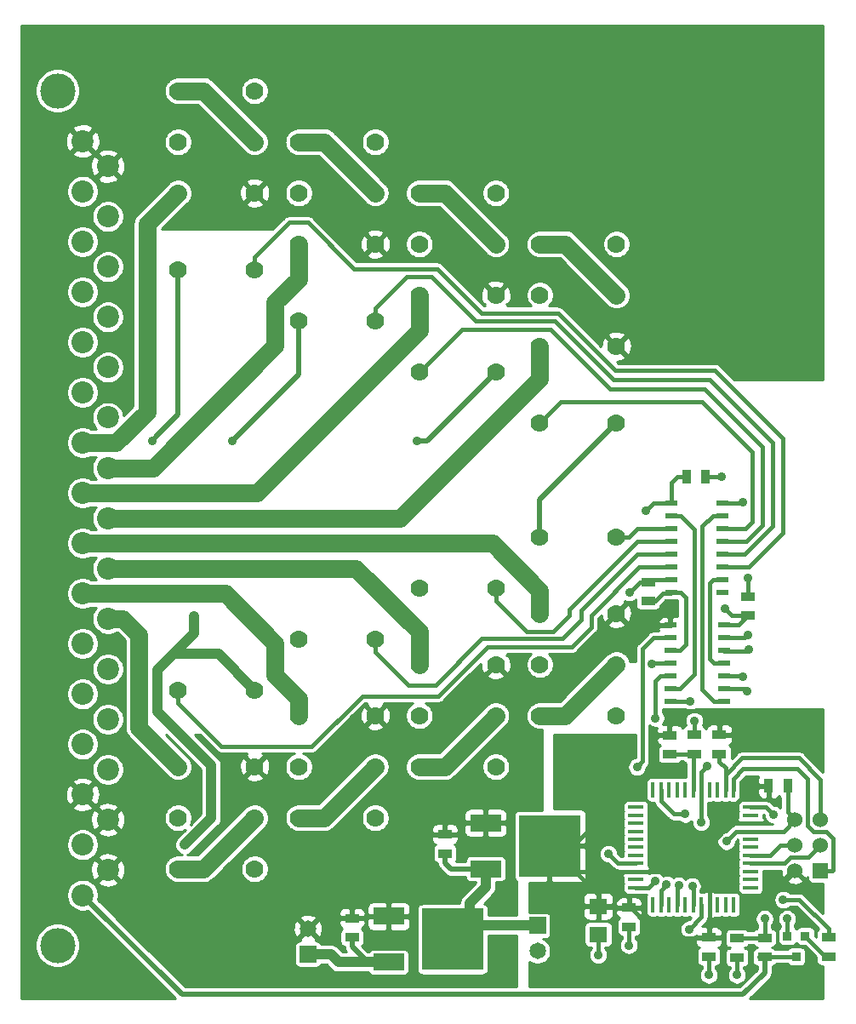
<source format=gtl>
G04 #@! TF.GenerationSoftware,KiCad,Pcbnew,(5.1.5)-3*
G04 #@! TF.CreationDate,2021-08-30T19:36:05+02:00*
G04 #@! TF.ProjectId,fsu,6673752e-6b69-4636-9164-5f7063625858,0431 -*
G04 #@! TF.SameCoordinates,Original*
G04 #@! TF.FileFunction,Copper,L1,Top*
G04 #@! TF.FilePolarity,Positive*
%FSLAX46Y46*%
G04 Gerber Fmt 4.6, Leading zero omitted, Abs format (unit mm)*
G04 Created by KiCad (PCBNEW (5.1.5)-3) date 2021-08-30 19:36:05*
%MOMM*%
%LPD*%
G04 APERTURE LIST*
%ADD10C,3.500120*%
%ADD11C,2.199640*%
%ADD12R,1.803400X1.600200*%
%ADD13C,1.651000*%
%ADD14R,1.651000X1.651000*%
%ADD15R,0.889000X1.397000*%
%ADD16R,1.143000X0.508000*%
%ADD17R,3.048000X1.651000*%
%ADD18R,6.096000X6.096000*%
%ADD19C,1.778000*%
%ADD20R,1.397000X0.889000*%
%ADD21R,1.524000X1.524000*%
%ADD22C,1.524000*%
%ADD23R,0.914400X0.914400*%
%ADD24R,1.524000X0.406400*%
%ADD25R,0.406400X1.524000*%
%ADD26C,0.889000*%
%ADD27C,0.508000*%
%ADD28C,1.016000*%
%ADD29C,0.381000*%
%ADD30C,1.778000*%
%ADD31C,0.254000*%
G04 APERTURE END LIST*
D10*
X71198740Y-59100720D03*
D11*
X76200000Y-101600000D03*
X76200000Y-106601260D03*
X76200000Y-116601240D03*
X76200000Y-111599980D03*
X76200000Y-131599940D03*
X76200000Y-136601200D03*
X76200000Y-126601220D03*
X76200000Y-121599960D03*
X76200000Y-81600040D03*
X76200000Y-86601300D03*
X76200000Y-96601280D03*
X76200000Y-91600020D03*
X76200000Y-71600060D03*
X76200000Y-76601320D03*
X76200000Y-66601340D03*
X73698100Y-69100700D03*
X73698100Y-79100680D03*
X73698100Y-74099420D03*
X73698100Y-94099380D03*
X73698100Y-99100640D03*
X73698100Y-89100660D03*
X73698100Y-84099400D03*
X73698100Y-124099320D03*
X73698100Y-129100580D03*
X73698100Y-139100560D03*
X73698100Y-134099300D03*
X73698100Y-114099340D03*
X73698100Y-119100600D03*
X73698100Y-109100620D03*
X73698100Y-104099360D03*
X73700640Y-64099440D03*
D10*
X71198740Y-144101820D03*
D12*
X125000000Y-140206000D03*
X125000000Y-143000000D03*
D13*
X118950000Y-144670000D03*
D14*
X118950000Y-142130000D03*
D15*
X135702500Y-97500000D03*
X133797500Y-97500000D03*
D16*
X137490000Y-112240000D03*
X137490000Y-113510000D03*
X137490000Y-114780000D03*
X137490000Y-116050000D03*
X137490000Y-117320000D03*
X137490000Y-118590000D03*
X137490000Y-119860000D03*
X132156000Y-119860000D03*
X132156000Y-118590000D03*
X132156000Y-117320000D03*
X132156000Y-116050000D03*
X132156000Y-114780000D03*
X132156000Y-113510000D03*
X132156000Y-112240000D03*
D17*
X104150000Y-145786000D03*
D18*
X110500000Y-143500000D03*
D17*
X104150000Y-141214000D03*
D19*
X119190000Y-103470000D03*
X126810000Y-103470000D03*
X119190000Y-111090000D03*
X119190000Y-116170000D03*
X119190000Y-121250000D03*
X126810000Y-111090000D03*
X126810000Y-116170000D03*
X126810000Y-121250000D03*
D16*
X132260000Y-100105000D03*
X132260000Y-101375000D03*
X132260000Y-102645000D03*
X132260000Y-103915000D03*
X132260000Y-105185000D03*
X132260000Y-106455000D03*
X132260000Y-107725000D03*
X132260000Y-108995000D03*
X137340000Y-108995000D03*
X137340000Y-107725000D03*
X137340000Y-106455000D03*
X137340000Y-105185000D03*
X137340000Y-103915000D03*
X137340000Y-102645000D03*
X137340000Y-101375000D03*
X137340000Y-100105000D03*
D19*
X119190000Y-74350000D03*
X119190000Y-79430000D03*
X119190000Y-84510000D03*
X126810000Y-74350000D03*
X126810000Y-79430000D03*
X126810000Y-84510000D03*
X119190000Y-92130000D03*
X126810000Y-92130000D03*
X83190000Y-118710000D03*
X90810000Y-118710000D03*
X83190000Y-126330000D03*
X83190000Y-131410000D03*
X83190000Y-136490000D03*
X90810000Y-126330000D03*
X90810000Y-131410000D03*
X90810000Y-136490000D03*
D20*
X109750000Y-134950000D03*
X109750000Y-133045000D03*
X139900000Y-111305000D03*
X139900000Y-109400000D03*
X100500000Y-143305000D03*
X100500000Y-141400000D03*
D14*
X96100000Y-144970000D03*
D13*
X96100000Y-142430000D03*
D15*
X143850000Y-128250000D03*
X141945000Y-128250000D03*
D20*
X128050000Y-142250000D03*
X128050000Y-140345000D03*
X136000000Y-143300000D03*
X136000000Y-145205000D03*
X134550000Y-123150000D03*
X134550000Y-125055000D03*
D21*
X147120000Y-136690000D03*
D22*
X144580000Y-136690000D03*
X147120000Y-134150000D03*
X144580000Y-134150000D03*
X147120000Y-131610000D03*
X144580000Y-131610000D03*
D20*
X132100000Y-123200000D03*
X132100000Y-125105000D03*
D23*
X143811000Y-143168000D03*
X145589000Y-143168000D03*
X144700000Y-145200000D03*
D20*
X129950000Y-107950000D03*
X129950000Y-109855000D03*
X141550000Y-145255000D03*
X141550000Y-143350000D03*
X147900000Y-143295000D03*
X147900000Y-145200000D03*
X138800000Y-145300000D03*
X138800000Y-143395000D03*
X137050000Y-125050000D03*
X137050000Y-123145000D03*
D19*
X95190000Y-113630000D03*
X102810000Y-113630000D03*
X95190000Y-121250000D03*
X95190000Y-126330000D03*
X95190000Y-131410000D03*
X102810000Y-121250000D03*
X102810000Y-126330000D03*
X102810000Y-131410000D03*
X114810000Y-126330000D03*
X114810000Y-121250000D03*
X114810000Y-116170000D03*
X107190000Y-126330000D03*
X107190000Y-121250000D03*
X107190000Y-116170000D03*
X114810000Y-108550000D03*
X107190000Y-108550000D03*
X114810000Y-87050000D03*
X107190000Y-87050000D03*
X114810000Y-79430000D03*
X114810000Y-74350000D03*
X114810000Y-69270000D03*
X107190000Y-79430000D03*
X107190000Y-74350000D03*
X107190000Y-69270000D03*
X102810000Y-81970000D03*
X95190000Y-81970000D03*
X102810000Y-74350000D03*
X102810000Y-69270000D03*
X102810000Y-64190000D03*
X95190000Y-74350000D03*
X95190000Y-69270000D03*
X95190000Y-64190000D03*
X83190000Y-59110000D03*
X83190000Y-64190000D03*
X83190000Y-69270000D03*
X90810000Y-59110000D03*
X90810000Y-64190000D03*
X90810000Y-69270000D03*
X83190000Y-76890000D03*
X90810000Y-76890000D03*
D17*
X113800000Y-131914000D03*
D18*
X120150000Y-134200000D03*
D17*
X113800000Y-136486000D03*
D24*
X128735000Y-130349500D03*
X140165000Y-130349500D03*
X140165000Y-131149600D03*
X128735000Y-131149600D03*
X128735000Y-131949700D03*
X140165000Y-131949700D03*
X140165000Y-132749800D03*
X128735000Y-132749800D03*
X128735000Y-133549900D03*
X140165000Y-133549900D03*
X140165000Y-138350500D03*
X128735000Y-138350500D03*
X128735000Y-137550400D03*
X140165000Y-137550400D03*
X140165000Y-136750300D03*
X128735000Y-136750300D03*
X128735000Y-135950200D03*
X140165000Y-135950200D03*
X140165000Y-135150100D03*
X128735000Y-135150100D03*
X140165000Y-134350000D03*
X128735000Y-134350000D03*
D25*
X138450500Y-140065000D03*
X137650400Y-140065000D03*
X136850300Y-140065000D03*
X136050200Y-140065000D03*
X135250100Y-140065000D03*
X130449500Y-140065000D03*
X131249600Y-140065000D03*
X132049700Y-140065000D03*
X132849800Y-140065000D03*
X133649900Y-140065000D03*
X134450000Y-140065000D03*
X138450500Y-128635000D03*
X137650400Y-128635000D03*
X136850300Y-128635000D03*
X136050200Y-128635000D03*
X135250100Y-128635000D03*
X130449500Y-128635000D03*
X131249600Y-128635000D03*
X132049700Y-128635000D03*
X132849800Y-128635000D03*
X133649900Y-128635000D03*
X134450000Y-128635000D03*
D26*
X88600000Y-93900000D03*
X107000000Y-93900000D03*
X84800000Y-111400000D03*
X83850700Y-134099300D03*
X80600000Y-93900000D03*
X139850000Y-123650000D03*
X140524599Y-128250000D03*
X128100000Y-109000000D03*
X129700000Y-100900000D03*
X137600000Y-110600000D03*
X141550000Y-141450000D03*
X133650000Y-131050000D03*
X142450000Y-131100000D03*
X143400000Y-139550000D03*
X139400000Y-117350000D03*
X139900000Y-107550000D03*
X137250000Y-97500000D03*
X139400000Y-100050000D03*
X130300000Y-116100000D03*
X134150000Y-119850000D03*
X135800000Y-126300000D03*
X135250000Y-131850000D03*
X137750000Y-133750000D03*
X134550000Y-121750000D03*
X143800000Y-141450000D03*
X138800000Y-147050000D03*
X136000000Y-147050000D03*
X130300000Y-112250000D03*
X134050000Y-142500000D03*
X128050000Y-144100000D03*
X125000000Y-145050000D03*
X126000000Y-135000000D03*
X139900000Y-113200000D03*
X100500000Y-139300000D03*
X104200000Y-143100000D03*
X104100000Y-139200000D03*
X113800000Y-133900000D03*
X113800000Y-129800000D03*
X109700000Y-131500000D03*
X128850000Y-126350000D03*
X130650000Y-137700000D03*
X131800000Y-138050000D03*
X139950000Y-114650000D03*
X133000000Y-138150000D03*
X130700000Y-121500000D03*
X134350000Y-138200000D03*
X139800000Y-118800000D03*
D27*
X95190000Y-87310000D02*
X88600000Y-93900000D01*
X95190000Y-81970000D02*
X95190000Y-87310000D01*
X114810000Y-87050000D02*
X107960000Y-93900000D01*
X107960000Y-93900000D02*
X107000000Y-93900000D01*
X119190000Y-99750000D02*
X119190000Y-103470000D01*
X126810000Y-92130000D02*
X119190000Y-99750000D01*
D28*
X86500000Y-131450000D02*
X86500000Y-126200000D01*
X83850700Y-134099300D02*
X86500000Y-131450000D01*
X86500000Y-126200000D02*
X81150000Y-120850000D01*
X81150000Y-120850000D02*
X81150000Y-116700000D01*
X81150000Y-116700000D02*
X82750000Y-115100000D01*
X87200000Y-115100000D02*
X90810000Y-118710000D01*
X82750000Y-115100000D02*
X87200000Y-115100000D01*
X81150000Y-116700000D02*
X84800000Y-113050000D01*
X84800000Y-112028617D02*
X84800000Y-111400000D01*
X84800000Y-113050000D02*
X84800000Y-112028617D01*
D27*
X83190000Y-91310000D02*
X81044499Y-93455501D01*
X83190000Y-76890000D02*
X83190000Y-91310000D01*
X81044499Y-93455501D02*
X80600000Y-93900000D01*
D28*
X99185500Y-145786000D02*
X104150000Y-145786000D01*
X96100000Y-144970000D02*
X98369500Y-144970000D01*
X98369500Y-144970000D02*
X99185500Y-145786000D01*
D27*
X102028500Y-145786000D02*
X102118000Y-145786000D01*
X100500000Y-144257500D02*
X102028500Y-145786000D01*
X102118000Y-145786000D02*
X104150000Y-145786000D01*
X100500000Y-143305000D02*
X100500000Y-144257500D01*
D29*
X129878000Y-136750300D02*
X128735000Y-136750300D01*
X134700300Y-136750300D02*
X129878000Y-136750300D01*
X136050200Y-140065000D02*
X136050200Y-138100200D01*
X136050200Y-138100200D02*
X134700300Y-136750300D01*
X139022000Y-131949700D02*
X140165000Y-131949700D01*
X138234578Y-131949700D02*
X139022000Y-131949700D01*
X136050200Y-134134078D02*
X138234578Y-131949700D01*
X136050200Y-138100200D02*
X136050200Y-134134078D01*
X138234578Y-130540021D02*
X138234578Y-131949700D01*
X141945000Y-128250000D02*
X140524599Y-128250000D01*
X140524599Y-128250000D02*
X138234578Y-130540021D01*
X139345000Y-123145000D02*
X139850000Y-123650000D01*
X137050000Y-123145000D02*
X139345000Y-123145000D01*
X137050000Y-121750000D02*
X137050000Y-123145000D01*
X136100000Y-120800000D02*
X137050000Y-121750000D01*
X132900000Y-120800000D02*
X136100000Y-120800000D01*
X132100000Y-123200000D02*
X132100000Y-121600000D01*
X132100000Y-121600000D02*
X132900000Y-120800000D01*
X136050200Y-143249800D02*
X136000000Y-143300000D01*
X136050200Y-140065000D02*
X136050200Y-143249800D01*
X139150000Y-141850000D02*
X136624500Y-141850000D01*
X136000000Y-142474500D02*
X136000000Y-143300000D01*
X136624500Y-141850000D02*
X136000000Y-142474500D01*
X144580000Y-136690000D02*
X144310000Y-136690000D01*
X144310000Y-136690000D02*
X139150000Y-141850000D01*
X131020500Y-123200000D02*
X130200000Y-124020500D01*
X132100000Y-123200000D02*
X131020500Y-123200000D01*
X130200000Y-124020500D02*
X130200000Y-126450000D01*
X122450000Y-134200000D02*
X120150000Y-134200000D01*
X130200000Y-126450000D02*
X122450000Y-134200000D01*
X122700300Y-136750300D02*
X120150000Y-134200000D01*
X128735000Y-136750300D02*
X122700300Y-136750300D01*
X125139000Y-140345000D02*
X125000000Y-140206000D01*
X128050000Y-140345000D02*
X125139000Y-140345000D01*
X125000000Y-139050000D02*
X120150000Y-134200000D01*
X125000000Y-140206000D02*
X125000000Y-139050000D01*
X131289001Y-143389001D02*
X128245000Y-140345000D01*
X128245000Y-140345000D02*
X128050000Y-140345000D01*
X134831499Y-143389001D02*
X131289001Y-143389001D01*
X136000000Y-143300000D02*
X134920500Y-143300000D01*
X134920500Y-143300000D02*
X134831499Y-143389001D01*
X138965000Y-112240000D02*
X139900000Y-111305000D01*
X137490000Y-112240000D02*
X138965000Y-112240000D01*
X132260000Y-100105000D02*
X132260000Y-98090000D01*
X132850000Y-97500000D02*
X133797500Y-97500000D01*
X132260000Y-98090000D02*
X132850000Y-97500000D01*
X130175000Y-107725000D02*
X129950000Y-107950000D01*
X132260000Y-107725000D02*
X130175000Y-107725000D01*
X129950000Y-107950000D02*
X129150000Y-107950000D01*
X129150000Y-107950000D02*
X128100000Y-109000000D01*
X130495000Y-100105000D02*
X132260000Y-100105000D01*
X129700000Y-100900000D02*
X130495000Y-100105000D01*
X139900000Y-111305000D02*
X138305000Y-111305000D01*
X138305000Y-111305000D02*
X137600000Y-110600000D01*
D28*
X111870000Y-142130000D02*
X110500000Y-143500000D01*
X118950000Y-142130000D02*
X111870000Y-142130000D01*
X113800000Y-138327500D02*
X112227500Y-139900000D01*
X113800000Y-136486000D02*
X113800000Y-138327500D01*
X112227500Y-141772500D02*
X110500000Y-143500000D01*
X112227500Y-139900000D02*
X112227500Y-141772500D01*
D27*
X109750000Y-134950000D02*
X109750000Y-135902500D01*
X110333500Y-136486000D02*
X113800000Y-136486000D01*
X109750000Y-135902500D02*
X110333500Y-136486000D01*
D30*
X85730000Y-136490000D02*
X90810000Y-131410000D01*
X83190000Y-136490000D02*
X85730000Y-136490000D01*
X109730000Y-126330000D02*
X114810000Y-121250000D01*
X107190000Y-126330000D02*
X109730000Y-126330000D01*
X121730000Y-121250000D02*
X126810000Y-116170000D01*
X119190000Y-121250000D02*
X121730000Y-121250000D01*
X109730000Y-69270000D02*
X114810000Y-74350000D01*
X107190000Y-69270000D02*
X109730000Y-69270000D01*
X79300000Y-122440000D02*
X83190000Y-126330000D01*
X79300000Y-113200000D02*
X79300000Y-122440000D01*
X76200000Y-111599980D02*
X77699980Y-111599980D01*
X77699980Y-111599980D02*
X79300000Y-113200000D01*
X95190000Y-119547999D02*
X95190000Y-121250000D01*
X92842001Y-117200000D02*
X95190000Y-119547999D01*
X73698100Y-109100620D02*
X87900620Y-109100620D01*
X92842001Y-114042001D02*
X92842001Y-117200000D01*
X87900620Y-109100620D02*
X92842001Y-114042001D01*
X107190000Y-112890000D02*
X107190000Y-116170000D01*
X76200000Y-106601260D02*
X100901260Y-106601260D01*
X100901260Y-106601260D02*
X107190000Y-112890000D01*
X119190000Y-108790000D02*
X119190000Y-111090000D01*
X73698100Y-104099360D02*
X114499360Y-104099360D01*
X114499360Y-104099360D02*
X119190000Y-108790000D01*
X119190000Y-85767235D02*
X119190000Y-84510000D01*
X119190000Y-87710000D02*
X119190000Y-85767235D01*
X76200000Y-101600000D02*
X105300000Y-101600000D01*
X105300000Y-101600000D02*
X119190000Y-87710000D01*
X107190000Y-82910000D02*
X107190000Y-79430000D01*
X73698100Y-99100640D02*
X90999360Y-99100640D01*
X90999360Y-99100640D02*
X107190000Y-82910000D01*
X95190000Y-77810000D02*
X95190000Y-74350000D01*
X92842001Y-80157999D02*
X95190000Y-77810000D01*
X92842001Y-84457999D02*
X92842001Y-80157999D01*
X76200000Y-96601280D02*
X80698720Y-96601280D01*
X80698720Y-96601280D02*
X92842001Y-84457999D01*
X77020016Y-94099380D02*
X80100000Y-91019396D01*
X73698100Y-94099380D02*
X77020016Y-94099380D01*
X80100000Y-72360000D02*
X83190000Y-69270000D01*
X80100000Y-91019396D02*
X80100000Y-72360000D01*
D29*
X131307500Y-102645000D02*
X132260000Y-102645000D01*
X128067235Y-103470000D02*
X128892235Y-102645000D01*
X128892235Y-102645000D02*
X131307500Y-102645000D01*
X126810000Y-103470000D02*
X128067235Y-103470000D01*
X114810000Y-109807235D02*
X114810000Y-108550000D01*
X117902765Y-112900000D02*
X114810000Y-109807235D01*
X122100000Y-110750000D02*
X122100000Y-111300000D01*
X122100000Y-111300000D02*
X120500000Y-112900000D01*
X120500000Y-112900000D02*
X117902765Y-112900000D01*
X122100000Y-110700000D02*
X122100000Y-111300000D01*
X132260000Y-103915000D02*
X128885000Y-103915000D01*
X128885000Y-103915000D02*
X122100000Y-110700000D01*
X102810000Y-114887235D02*
X102810000Y-113630000D01*
X106122765Y-118200000D02*
X102810000Y-114887235D01*
X108800000Y-118200000D02*
X106122765Y-118200000D01*
X113400000Y-113600000D02*
X108800000Y-118200000D01*
X128915000Y-105185000D02*
X123300000Y-110800000D01*
X121400000Y-113600000D02*
X113400000Y-113600000D01*
X132260000Y-105185000D02*
X128915000Y-105185000D01*
X123300000Y-111700000D02*
X121400000Y-113600000D01*
X123300000Y-110800000D02*
X123300000Y-111700000D01*
X124300000Y-112500000D02*
X124300000Y-111250000D01*
X122400000Y-114400000D02*
X124300000Y-112500000D01*
X114000000Y-114400000D02*
X122400000Y-114400000D01*
X109100000Y-119300000D02*
X114000000Y-114400000D01*
X83190000Y-119967235D02*
X87522765Y-124300000D01*
X83190000Y-118710000D02*
X83190000Y-119967235D01*
X101500000Y-119300000D02*
X109100000Y-119300000D01*
X87522765Y-124300000D02*
X96500000Y-124300000D01*
X96500000Y-124300000D02*
X101500000Y-119300000D01*
X129095000Y-106455000D02*
X124300000Y-111250000D01*
X132260000Y-106455000D02*
X129095000Y-106455000D01*
X96100000Y-72200000D02*
X100700000Y-76800000D01*
X94242765Y-72200000D02*
X96100000Y-72200000D01*
X90810000Y-76890000D02*
X90810000Y-75632765D01*
X90810000Y-75632765D02*
X94242765Y-72200000D01*
X109000000Y-76800000D02*
X113400000Y-81200000D01*
X113400000Y-81200000D02*
X120998038Y-81200000D01*
X143350000Y-103050000D02*
X139945000Y-106455000D01*
X120998038Y-81200000D02*
X126698038Y-86900000D01*
X139945000Y-106455000D02*
X138292500Y-106455000D01*
X126698038Y-86900000D02*
X136600000Y-86900000D01*
X138292500Y-106455000D02*
X137340000Y-106455000D01*
X136600000Y-86900000D02*
X143350000Y-93650000D01*
X100700000Y-76800000D02*
X109000000Y-76800000D01*
X143350000Y-93650000D02*
X143350000Y-103050000D01*
X138292500Y-105185000D02*
X137340000Y-105185000D01*
X108400000Y-77600000D02*
X112800000Y-82000000D01*
X112800000Y-82000000D02*
X120700000Y-82000000D01*
X105922765Y-77600000D02*
X108400000Y-77600000D01*
X102810000Y-81970000D02*
X102810000Y-80712765D01*
X102810000Y-80712765D02*
X105922765Y-77600000D01*
X120700000Y-82000000D02*
X126500000Y-87800000D01*
X126500000Y-87800000D02*
X136050000Y-87800000D01*
X136050000Y-87800000D02*
X142350000Y-94100000D01*
X142350000Y-94100000D02*
X142350000Y-102400000D01*
X142350000Y-102400000D02*
X139565000Y-105185000D01*
X139565000Y-105185000D02*
X138292500Y-105185000D01*
X138292500Y-103915000D02*
X137340000Y-103915000D01*
X139735000Y-103915000D02*
X138292500Y-103915000D01*
X141350000Y-102300000D02*
X139735000Y-103915000D01*
X141350000Y-94550000D02*
X141350000Y-102300000D01*
X111404989Y-82835011D02*
X120235011Y-82835011D01*
X135600000Y-88800000D02*
X141350000Y-94550000D01*
X107190000Y-87050000D02*
X111404989Y-82835011D01*
X120235011Y-82835011D02*
X126200000Y-88800000D01*
X126200000Y-88800000D02*
X135600000Y-88800000D01*
X139655000Y-102645000D02*
X137340000Y-102645000D01*
X121270000Y-90050000D02*
X135350000Y-90050000D01*
X135350000Y-90050000D02*
X140289001Y-94989001D01*
X119190000Y-92130000D02*
X121270000Y-90050000D01*
X140289001Y-94989001D02*
X140289001Y-102010999D01*
X140289001Y-102010999D02*
X139655000Y-102645000D01*
X138845000Y-143350000D02*
X138800000Y-143395000D01*
X141550000Y-143350000D02*
X138845000Y-143350000D01*
X141550000Y-143350000D02*
X141550000Y-141450000D01*
X131249600Y-128635000D02*
X131249600Y-129778000D01*
X131249600Y-129778000D02*
X132521600Y-131050000D01*
X132521600Y-131050000D02*
X133021383Y-131050000D01*
X133021383Y-131050000D02*
X133650000Y-131050000D01*
X141699500Y-130349500D02*
X140165000Y-130349500D01*
X142450000Y-131100000D02*
X141699500Y-130349500D01*
X147900000Y-142469500D02*
X147900000Y-143295000D01*
X144980500Y-139550000D02*
X147900000Y-142469500D01*
X143400000Y-139550000D02*
X144980500Y-139550000D01*
X143100000Y-134150000D02*
X144580000Y-134150000D01*
X140165000Y-135150100D02*
X142099900Y-135150100D01*
X142099900Y-135150100D02*
X143100000Y-134150000D01*
X146358001Y-134911999D02*
X147120000Y-134150000D01*
X145913499Y-135356501D02*
X146358001Y-134911999D01*
X144127877Y-135356501D02*
X145913499Y-135356501D01*
X143534178Y-135950200D02*
X144127877Y-135356501D01*
X140165000Y-135950200D02*
X143534178Y-135950200D01*
X137490000Y-117320000D02*
X139370000Y-117320000D01*
X139370000Y-117320000D02*
X139400000Y-117350000D01*
X139900000Y-109400000D02*
X139900000Y-107550000D01*
X135702500Y-97500000D02*
X137250000Y-97500000D01*
X137340000Y-100105000D02*
X139345000Y-100105000D01*
X139345000Y-100105000D02*
X139400000Y-100050000D01*
X132156000Y-116050000D02*
X130350000Y-116050000D01*
X130350000Y-116050000D02*
X130300000Y-116100000D01*
X132156000Y-119860000D02*
X134140000Y-119860000D01*
X134140000Y-119860000D02*
X134150000Y-119850000D01*
X135250100Y-128635000D02*
X135250100Y-126849900D01*
X135250100Y-126849900D02*
X135800000Y-126300000D01*
X135250100Y-128635000D02*
X135250100Y-131849900D01*
X135250100Y-131849900D02*
X135250000Y-131850000D01*
X143440200Y-132749800D02*
X144580000Y-131610000D01*
X140165000Y-132749800D02*
X143440200Y-132749800D01*
X140165000Y-132749800D02*
X138750200Y-132749800D01*
X138750200Y-132749800D02*
X137750000Y-133750000D01*
X134550000Y-123150000D02*
X134550000Y-121750000D01*
X143850000Y-130880000D02*
X144580000Y-131610000D01*
X143850000Y-128250000D02*
X143850000Y-130880000D01*
X143811000Y-143168000D02*
X143811000Y-141461000D01*
X143811000Y-141461000D02*
X143800000Y-141450000D01*
X138800000Y-145300000D02*
X138800000Y-147050000D01*
X136000000Y-145205000D02*
X136000000Y-147050000D01*
X132156000Y-112240000D02*
X130310000Y-112240000D01*
X130310000Y-112240000D02*
X130300000Y-112250000D01*
X135250100Y-140065000D02*
X135250100Y-141299900D01*
X135250100Y-141299900D02*
X134050000Y-142500000D01*
X128050000Y-142250000D02*
X128050000Y-144100000D01*
X125000000Y-143000000D02*
X125000000Y-145050000D01*
X128735000Y-135950200D02*
X126950200Y-135950200D01*
X126950200Y-135950200D02*
X126000000Y-135000000D01*
X137490000Y-113510000D02*
X139590000Y-113510000D01*
X139590000Y-113510000D02*
X139900000Y-113200000D01*
D27*
X100500000Y-141400000D02*
X100500000Y-139300000D01*
X104150000Y-141214000D02*
X104150000Y-143050000D01*
X104150000Y-143050000D02*
X104200000Y-143100000D01*
X104150000Y-141214000D02*
X104150000Y-139250000D01*
X104150000Y-139250000D02*
X104100000Y-139200000D01*
X113800000Y-131914000D02*
X113800000Y-133900000D01*
X113800000Y-131914000D02*
X113800000Y-129800000D01*
X109750000Y-133045000D02*
X109750000Y-131550000D01*
X109750000Y-131550000D02*
X109700000Y-131500000D01*
D29*
X144700000Y-145200000D02*
X141005000Y-145200000D01*
D27*
X141550000Y-146850000D02*
X141550000Y-145255000D01*
X73698100Y-139100560D02*
X83597540Y-149000000D01*
X139400000Y-149000000D02*
X141550000Y-146850000D01*
X83597540Y-149000000D02*
X139400000Y-149000000D01*
D29*
X144645000Y-145255000D02*
X144700000Y-145200000D01*
X141550000Y-145255000D02*
X144645000Y-145255000D01*
X141605000Y-145200000D02*
X141550000Y-145255000D01*
X144700000Y-145200000D02*
X141605000Y-145200000D01*
X133212500Y-101375000D02*
X132260000Y-101375000D01*
X132156000Y-118590000D02*
X133108500Y-118590000D01*
X133108500Y-118590000D02*
X134550000Y-117148500D01*
X134550000Y-117148500D02*
X134550000Y-102712500D01*
X134550000Y-102712500D02*
X133212500Y-101375000D01*
X133108500Y-114780000D02*
X133750000Y-114138500D01*
X132156000Y-114780000D02*
X133108500Y-114780000D01*
X133212500Y-108995000D02*
X132260000Y-108995000D01*
X133750000Y-109532500D02*
X133212500Y-108995000D01*
X133750000Y-114138500D02*
X133750000Y-109532500D01*
X129950000Y-109855000D02*
X130645000Y-109855000D01*
X130645000Y-109855000D02*
X131400000Y-109100000D01*
X132155000Y-109100000D02*
X132260000Y-108995000D01*
X131400000Y-109100000D02*
X132155000Y-109100000D01*
X136537500Y-116050000D02*
X136050000Y-115562500D01*
X137490000Y-116050000D02*
X136537500Y-116050000D01*
X136387500Y-107725000D02*
X137340000Y-107725000D01*
X136050000Y-108062500D02*
X136387500Y-107725000D01*
X136050000Y-115562500D02*
X136050000Y-108062500D01*
X136537500Y-119860000D02*
X135350000Y-118672500D01*
X137490000Y-119860000D02*
X136537500Y-119860000D01*
X136387500Y-101375000D02*
X137340000Y-101375000D01*
X135350000Y-102412500D02*
X136387500Y-101375000D01*
X135350000Y-118672500D02*
X135350000Y-102412500D01*
D30*
X97730000Y-131410000D02*
X102810000Y-126330000D01*
X95190000Y-131410000D02*
X97730000Y-131410000D01*
X121730000Y-74350000D02*
X126810000Y-79430000D01*
X119190000Y-74350000D02*
X121730000Y-74350000D01*
X97730000Y-64190000D02*
X102810000Y-69270000D01*
X95190000Y-64190000D02*
X97730000Y-64190000D01*
X85730000Y-59110000D02*
X90810000Y-64190000D01*
X83190000Y-59110000D02*
X85730000Y-59110000D01*
D29*
X129999500Y-138350500D02*
X128735000Y-138350500D01*
X130650000Y-137700000D02*
X129999500Y-138350500D01*
X129400000Y-125800000D02*
X128850000Y-126350000D01*
X132156000Y-113510000D02*
X130490000Y-113510000D01*
X129400000Y-114600000D02*
X129400000Y-125800000D01*
X130490000Y-113510000D02*
X129400000Y-114600000D01*
X131249600Y-140065000D02*
X131249600Y-138600400D01*
X131249600Y-138600400D02*
X131800000Y-138050000D01*
X137510000Y-114800000D02*
X137490000Y-114780000D01*
X139950000Y-114650000D02*
X139800000Y-114800000D01*
X139800000Y-114800000D02*
X137510000Y-114800000D01*
X132849800Y-140065000D02*
X132849800Y-138300200D01*
X132849800Y-138300200D02*
X133000000Y-138150000D01*
X131203500Y-117320000D02*
X132156000Y-117320000D01*
X130700000Y-117823500D02*
X131203500Y-117320000D01*
X130700000Y-121500000D02*
X130700000Y-117823500D01*
X134450000Y-140065000D02*
X134450000Y-138300000D01*
X134450000Y-138300000D02*
X134350000Y-138200000D01*
X139800000Y-118800000D02*
X139600000Y-118600000D01*
X137500000Y-118600000D02*
X137490000Y-118590000D01*
X139600000Y-118600000D02*
X137500000Y-118600000D01*
X138450500Y-127499500D02*
X138450500Y-128635000D01*
X139400000Y-126550000D02*
X138450500Y-127499500D01*
X144800000Y-126550000D02*
X139400000Y-126550000D01*
X145786501Y-127536501D02*
X144800000Y-126550000D01*
X145786501Y-132189121D02*
X145786501Y-127536501D01*
X146413881Y-132816501D02*
X145786501Y-132189121D01*
X148263000Y-136690000D02*
X148326501Y-136626499D01*
X148326501Y-136626499D02*
X148326501Y-133476501D01*
X147666501Y-132816501D02*
X146413881Y-132816501D01*
X147120000Y-136690000D02*
X148263000Y-136690000D01*
X148326501Y-133476501D02*
X147666501Y-132816501D01*
X147120000Y-127620000D02*
X144950000Y-125450000D01*
X147120000Y-131610000D02*
X147120000Y-127620000D01*
X144950000Y-125450000D02*
X139300000Y-125450000D01*
X137650400Y-127099600D02*
X137650400Y-127492000D01*
X139300000Y-125450000D02*
X137650400Y-127099600D01*
X137650400Y-127492000D02*
X137650400Y-128635000D01*
X137650400Y-126475900D02*
X137650400Y-127492000D01*
X137050000Y-125875500D02*
X137650400Y-126475900D01*
X137050000Y-125050000D02*
X137050000Y-125875500D01*
X134450000Y-125155000D02*
X134450000Y-128635000D01*
X134550000Y-125055000D02*
X134450000Y-125155000D01*
X134500000Y-125105000D02*
X134550000Y-125055000D01*
X132100000Y-125105000D02*
X134500000Y-125105000D01*
X147621000Y-145200000D02*
X145589000Y-143168000D01*
X147900000Y-145200000D02*
X147621000Y-145200000D01*
D31*
G36*
X147373000Y-87873000D02*
G01*
X138560827Y-87873000D01*
X137118175Y-86430348D01*
X137096303Y-86403697D01*
X136989943Y-86316409D01*
X136868597Y-86251548D01*
X136736930Y-86211607D01*
X136634309Y-86201500D01*
X136634298Y-86201500D01*
X136600000Y-86198122D01*
X136565702Y-86201500D01*
X126987366Y-86201500D01*
X126822824Y-86036958D01*
X126876988Y-86039908D01*
X127174171Y-85997443D01*
X127457359Y-85897816D01*
X127604273Y-85819289D01*
X127686626Y-85566231D01*
X126810000Y-84689605D01*
X126795858Y-84703748D01*
X126616253Y-84524143D01*
X126630395Y-84510000D01*
X126989605Y-84510000D01*
X127866231Y-85386626D01*
X128119289Y-85304273D01*
X128249086Y-85033582D01*
X128323580Y-84742770D01*
X128339908Y-84443012D01*
X128297443Y-84145829D01*
X128197816Y-83862641D01*
X128119289Y-83715727D01*
X127866231Y-83633374D01*
X126989605Y-84510000D01*
X126630395Y-84510000D01*
X125753769Y-83633374D01*
X125500711Y-83715727D01*
X125370914Y-83986418D01*
X125296420Y-84277230D01*
X125284367Y-84498502D01*
X124239634Y-83453769D01*
X125933374Y-83453769D01*
X126810000Y-84330395D01*
X127686626Y-83453769D01*
X127604273Y-83200711D01*
X127333582Y-83070914D01*
X127042770Y-82996420D01*
X126743012Y-82980092D01*
X126445829Y-83022557D01*
X126162641Y-83122184D01*
X126015727Y-83200711D01*
X125933374Y-83453769D01*
X124239634Y-83453769D01*
X121516211Y-80730346D01*
X121494341Y-80703697D01*
X121387981Y-80616409D01*
X121266635Y-80551548D01*
X121134968Y-80511607D01*
X121032347Y-80501500D01*
X121032336Y-80501500D01*
X120998038Y-80498122D01*
X120963740Y-80501500D01*
X120094155Y-80501500D01*
X120275120Y-80320535D01*
X120428005Y-80091727D01*
X120533314Y-79837490D01*
X120587000Y-79567592D01*
X120587000Y-79292408D01*
X120533314Y-79022510D01*
X120428005Y-78768273D01*
X120275120Y-78539465D01*
X120080535Y-78344880D01*
X119851727Y-78191995D01*
X119597490Y-78086686D01*
X119327592Y-78033000D01*
X119052408Y-78033000D01*
X118782510Y-78086686D01*
X118528273Y-78191995D01*
X118299465Y-78344880D01*
X118104880Y-78539465D01*
X117951995Y-78768273D01*
X117846686Y-79022510D01*
X117793000Y-79292408D01*
X117793000Y-79567592D01*
X117846686Y-79837490D01*
X117951995Y-80091727D01*
X118104880Y-80320535D01*
X118285845Y-80501500D01*
X115903320Y-80501500D01*
X115982214Y-80422606D01*
X115866233Y-80306625D01*
X116119289Y-80224273D01*
X116249086Y-79953582D01*
X116323580Y-79662770D01*
X116339908Y-79363012D01*
X116297443Y-79065829D01*
X116197816Y-78782641D01*
X116119289Y-78635727D01*
X115866231Y-78553374D01*
X114989605Y-79430000D01*
X115003748Y-79444143D01*
X114824143Y-79623748D01*
X114810000Y-79609605D01*
X114795858Y-79623748D01*
X114616253Y-79444143D01*
X114630395Y-79430000D01*
X113753769Y-78553374D01*
X113500711Y-78635727D01*
X113370914Y-78906418D01*
X113296420Y-79197230D01*
X113280092Y-79496988D01*
X113322557Y-79794171D01*
X113422184Y-80077359D01*
X113500711Y-80224273D01*
X113753767Y-80306625D01*
X113637786Y-80422606D01*
X113716680Y-80501500D01*
X113689328Y-80501500D01*
X111561597Y-78373769D01*
X113933374Y-78373769D01*
X114810000Y-79250395D01*
X115686626Y-78373769D01*
X115604273Y-78120711D01*
X115333582Y-77990914D01*
X115042770Y-77916420D01*
X114743012Y-77900092D01*
X114445829Y-77942557D01*
X114162641Y-78042184D01*
X114015727Y-78120711D01*
X113933374Y-78373769D01*
X111561597Y-78373769D01*
X109518175Y-76330348D01*
X109496303Y-76303697D01*
X109389943Y-76216409D01*
X109268597Y-76151548D01*
X109136930Y-76111607D01*
X109034309Y-76101500D01*
X109034298Y-76101500D01*
X109000000Y-76098122D01*
X108965702Y-76101500D01*
X100989328Y-76101500D01*
X100294059Y-75406231D01*
X101933374Y-75406231D01*
X102015727Y-75659289D01*
X102286418Y-75789086D01*
X102577230Y-75863580D01*
X102876988Y-75879908D01*
X103174171Y-75837443D01*
X103457359Y-75737816D01*
X103604273Y-75659289D01*
X103686626Y-75406231D01*
X102810000Y-74529605D01*
X101933374Y-75406231D01*
X100294059Y-75406231D01*
X99304816Y-74416988D01*
X101280092Y-74416988D01*
X101322557Y-74714171D01*
X101422184Y-74997359D01*
X101500711Y-75144273D01*
X101753769Y-75226626D01*
X102630395Y-74350000D01*
X102989605Y-74350000D01*
X103866231Y-75226626D01*
X104119289Y-75144273D01*
X104249086Y-74873582D01*
X104323580Y-74582770D01*
X104339908Y-74283012D01*
X104329820Y-74212408D01*
X105793000Y-74212408D01*
X105793000Y-74487592D01*
X105846686Y-74757490D01*
X105951995Y-75011727D01*
X106104880Y-75240535D01*
X106299465Y-75435120D01*
X106528273Y-75588005D01*
X106782510Y-75693314D01*
X107052408Y-75747000D01*
X107327592Y-75747000D01*
X107597490Y-75693314D01*
X107851727Y-75588005D01*
X108080535Y-75435120D01*
X108275120Y-75240535D01*
X108428005Y-75011727D01*
X108533314Y-74757490D01*
X108587000Y-74487592D01*
X108587000Y-74212408D01*
X108533314Y-73942510D01*
X108428005Y-73688273D01*
X108275120Y-73459465D01*
X108080535Y-73264880D01*
X107851727Y-73111995D01*
X107597490Y-73006686D01*
X107327592Y-72953000D01*
X107052408Y-72953000D01*
X106782510Y-73006686D01*
X106528273Y-73111995D01*
X106299465Y-73264880D01*
X106104880Y-73459465D01*
X105951995Y-73688273D01*
X105846686Y-73942510D01*
X105793000Y-74212408D01*
X104329820Y-74212408D01*
X104297443Y-73985829D01*
X104197816Y-73702641D01*
X104119289Y-73555727D01*
X103866231Y-73473374D01*
X102989605Y-74350000D01*
X102630395Y-74350000D01*
X101753769Y-73473374D01*
X101500711Y-73555727D01*
X101370914Y-73826418D01*
X101296420Y-74117230D01*
X101280092Y-74416988D01*
X99304816Y-74416988D01*
X98181597Y-73293769D01*
X101933374Y-73293769D01*
X102810000Y-74170395D01*
X103686626Y-73293769D01*
X103604273Y-73040711D01*
X103333582Y-72910914D01*
X103042770Y-72836420D01*
X102743012Y-72820092D01*
X102445829Y-72862557D01*
X102162641Y-72962184D01*
X102015727Y-73040711D01*
X101933374Y-73293769D01*
X98181597Y-73293769D01*
X96618175Y-71730348D01*
X96596303Y-71703697D01*
X96489943Y-71616409D01*
X96368597Y-71551548D01*
X96236930Y-71511607D01*
X96134309Y-71501500D01*
X96134298Y-71501500D01*
X96100000Y-71498122D01*
X96065702Y-71501500D01*
X94277063Y-71501500D01*
X94242765Y-71498122D01*
X94208467Y-71501500D01*
X94208456Y-71501500D01*
X94105835Y-71511607D01*
X93974168Y-71551548D01*
X93920727Y-71580113D01*
X93852821Y-71616409D01*
X93773111Y-71681826D01*
X93773108Y-71681829D01*
X93746462Y-71703697D01*
X93724594Y-71730343D01*
X92581937Y-72873000D01*
X81562655Y-72873000D01*
X84109424Y-70326231D01*
X89933374Y-70326231D01*
X90015727Y-70579289D01*
X90286418Y-70709086D01*
X90577230Y-70783580D01*
X90876988Y-70799908D01*
X91174171Y-70757443D01*
X91457359Y-70657816D01*
X91604273Y-70579289D01*
X91686626Y-70326231D01*
X90810000Y-69449605D01*
X89933374Y-70326231D01*
X84109424Y-70326231D01*
X84226353Y-70209303D01*
X84226358Y-70209297D01*
X84275120Y-70160535D01*
X84313431Y-70103199D01*
X84357183Y-70049887D01*
X84389692Y-69989066D01*
X84428005Y-69931727D01*
X84454398Y-69868009D01*
X84486903Y-69807196D01*
X84506919Y-69741213D01*
X84533314Y-69677490D01*
X84546769Y-69609845D01*
X84566786Y-69543860D01*
X84573545Y-69475235D01*
X84587000Y-69407592D01*
X84587000Y-69338625D01*
X84587161Y-69336988D01*
X89280092Y-69336988D01*
X89322557Y-69634171D01*
X89422184Y-69917359D01*
X89500711Y-70064273D01*
X89753769Y-70146626D01*
X90630395Y-69270000D01*
X90989605Y-69270000D01*
X91866231Y-70146626D01*
X92119289Y-70064273D01*
X92249086Y-69793582D01*
X92323580Y-69502770D01*
X92339908Y-69203012D01*
X92329820Y-69132408D01*
X93793000Y-69132408D01*
X93793000Y-69407592D01*
X93846686Y-69677490D01*
X93951995Y-69931727D01*
X94104880Y-70160535D01*
X94299465Y-70355120D01*
X94528273Y-70508005D01*
X94782510Y-70613314D01*
X95052408Y-70667000D01*
X95327592Y-70667000D01*
X95597490Y-70613314D01*
X95851727Y-70508005D01*
X96080535Y-70355120D01*
X96275120Y-70160535D01*
X96428005Y-69931727D01*
X96533314Y-69677490D01*
X96587000Y-69407592D01*
X96587000Y-69132408D01*
X96533314Y-68862510D01*
X96428005Y-68608273D01*
X96275120Y-68379465D01*
X96080535Y-68184880D01*
X95851727Y-68031995D01*
X95597490Y-67926686D01*
X95327592Y-67873000D01*
X95052408Y-67873000D01*
X94782510Y-67926686D01*
X94528273Y-68031995D01*
X94299465Y-68184880D01*
X94104880Y-68379465D01*
X93951995Y-68608273D01*
X93846686Y-68862510D01*
X93793000Y-69132408D01*
X92329820Y-69132408D01*
X92297443Y-68905829D01*
X92197816Y-68622641D01*
X92119289Y-68475727D01*
X91866231Y-68393374D01*
X90989605Y-69270000D01*
X90630395Y-69270000D01*
X89753769Y-68393374D01*
X89500711Y-68475727D01*
X89370914Y-68746418D01*
X89296420Y-69037230D01*
X89280092Y-69336988D01*
X84587161Y-69336988D01*
X84593759Y-69270000D01*
X84587000Y-69201375D01*
X84587000Y-69132408D01*
X84573545Y-69064765D01*
X84566786Y-68996141D01*
X84546770Y-68930158D01*
X84533314Y-68862510D01*
X84506918Y-68798785D01*
X84486903Y-68732805D01*
X84454400Y-68671995D01*
X84428005Y-68608273D01*
X84389690Y-68550930D01*
X84357183Y-68490114D01*
X84313434Y-68436806D01*
X84275120Y-68379465D01*
X84226355Y-68330700D01*
X84182607Y-68277393D01*
X84129300Y-68233645D01*
X84109424Y-68213769D01*
X89933374Y-68213769D01*
X90810000Y-69090395D01*
X91686626Y-68213769D01*
X91604273Y-67960711D01*
X91333582Y-67830914D01*
X91042770Y-67756420D01*
X90743012Y-67740092D01*
X90445829Y-67782557D01*
X90162641Y-67882184D01*
X90015727Y-67960711D01*
X89933374Y-68213769D01*
X84109424Y-68213769D01*
X84080535Y-68184880D01*
X84023194Y-68146566D01*
X83969886Y-68102817D01*
X83909070Y-68070310D01*
X83851727Y-68031995D01*
X83788005Y-68005600D01*
X83727195Y-67973097D01*
X83661215Y-67953082D01*
X83597490Y-67926686D01*
X83529842Y-67913230D01*
X83463859Y-67893214D01*
X83395235Y-67886455D01*
X83327592Y-67873000D01*
X83258625Y-67873000D01*
X83190000Y-67866241D01*
X83121375Y-67873000D01*
X83052408Y-67873000D01*
X82984765Y-67886455D01*
X82916140Y-67893214D01*
X82850155Y-67913231D01*
X82782510Y-67926686D01*
X82718787Y-67953081D01*
X82652804Y-67973097D01*
X82591991Y-68005602D01*
X82528273Y-68031995D01*
X82470934Y-68070308D01*
X82410113Y-68102817D01*
X82356801Y-68146569D01*
X82299465Y-68184880D01*
X82250703Y-68233642D01*
X82250697Y-68233647D01*
X79160704Y-71323641D01*
X79107393Y-71367392D01*
X78932818Y-71580113D01*
X78809911Y-71810057D01*
X78803097Y-71822805D01*
X78723214Y-72086141D01*
X78696241Y-72360000D01*
X78703001Y-72428635D01*
X78703000Y-90440739D01*
X77790276Y-91353464D01*
X77746033Y-91131036D01*
X77624832Y-90838431D01*
X77448876Y-90575094D01*
X77224926Y-90351144D01*
X76961589Y-90175188D01*
X76668984Y-90053987D01*
X76358356Y-89992200D01*
X76041644Y-89992200D01*
X75731016Y-90053987D01*
X75438411Y-90175188D01*
X75175074Y-90351144D01*
X74951124Y-90575094D01*
X74775168Y-90838431D01*
X74653967Y-91131036D01*
X74592180Y-91441664D01*
X74592180Y-91758376D01*
X74653967Y-92069004D01*
X74775168Y-92361609D01*
X74951124Y-92624946D01*
X75028558Y-92702380D01*
X74501343Y-92702380D01*
X74459689Y-92674548D01*
X74167084Y-92553347D01*
X73856456Y-92491560D01*
X73539744Y-92491560D01*
X73229116Y-92553347D01*
X72936511Y-92674548D01*
X72673174Y-92850504D01*
X72449224Y-93074454D01*
X72273268Y-93337791D01*
X72152067Y-93630396D01*
X72090280Y-93941024D01*
X72090280Y-94257736D01*
X72152067Y-94568364D01*
X72273268Y-94860969D01*
X72449224Y-95124306D01*
X72673174Y-95348256D01*
X72936511Y-95524212D01*
X73229116Y-95645413D01*
X73539744Y-95707200D01*
X73856456Y-95707200D01*
X74167084Y-95645413D01*
X74459689Y-95524212D01*
X74501343Y-95496380D01*
X75031098Y-95496380D01*
X74951124Y-95576354D01*
X74775168Y-95839691D01*
X74653967Y-96132296D01*
X74592180Y-96442924D01*
X74592180Y-96759636D01*
X74653967Y-97070264D01*
X74775168Y-97362869D01*
X74951124Y-97626206D01*
X75028558Y-97703640D01*
X74501343Y-97703640D01*
X74459689Y-97675808D01*
X74167084Y-97554607D01*
X73856456Y-97492820D01*
X73539744Y-97492820D01*
X73229116Y-97554607D01*
X72936511Y-97675808D01*
X72673174Y-97851764D01*
X72449224Y-98075714D01*
X72273268Y-98339051D01*
X72152067Y-98631656D01*
X72090280Y-98942284D01*
X72090280Y-99258996D01*
X72152067Y-99569624D01*
X72273268Y-99862229D01*
X72449224Y-100125566D01*
X72673174Y-100349516D01*
X72936511Y-100525472D01*
X73229116Y-100646673D01*
X73539744Y-100708460D01*
X73856456Y-100708460D01*
X74167084Y-100646673D01*
X74459689Y-100525472D01*
X74501343Y-100497640D01*
X75028558Y-100497640D01*
X74951124Y-100575074D01*
X74775168Y-100838411D01*
X74653967Y-101131016D01*
X74592180Y-101441644D01*
X74592180Y-101758356D01*
X74653967Y-102068984D01*
X74775168Y-102361589D01*
X74951124Y-102624926D01*
X75028558Y-102702360D01*
X74501343Y-102702360D01*
X74459689Y-102674528D01*
X74167084Y-102553327D01*
X73856456Y-102491540D01*
X73539744Y-102491540D01*
X73229116Y-102553327D01*
X72936511Y-102674528D01*
X72673174Y-102850484D01*
X72449224Y-103074434D01*
X72273268Y-103337771D01*
X72152067Y-103630376D01*
X72090280Y-103941004D01*
X72090280Y-104257716D01*
X72152067Y-104568344D01*
X72273268Y-104860949D01*
X72449224Y-105124286D01*
X72673174Y-105348236D01*
X72936511Y-105524192D01*
X73229116Y-105645393D01*
X73539744Y-105707180D01*
X73856456Y-105707180D01*
X74167084Y-105645393D01*
X74459689Y-105524192D01*
X74501343Y-105496360D01*
X75031098Y-105496360D01*
X74951124Y-105576334D01*
X74775168Y-105839671D01*
X74653967Y-106132276D01*
X74592180Y-106442904D01*
X74592180Y-106759616D01*
X74653967Y-107070244D01*
X74775168Y-107362849D01*
X74951124Y-107626186D01*
X75028558Y-107703620D01*
X74501343Y-107703620D01*
X74459689Y-107675788D01*
X74167084Y-107554587D01*
X73856456Y-107492800D01*
X73539744Y-107492800D01*
X73229116Y-107554587D01*
X72936511Y-107675788D01*
X72673174Y-107851744D01*
X72449224Y-108075694D01*
X72273268Y-108339031D01*
X72152067Y-108631636D01*
X72090280Y-108942264D01*
X72090280Y-109258976D01*
X72152067Y-109569604D01*
X72273268Y-109862209D01*
X72449224Y-110125546D01*
X72673174Y-110349496D01*
X72936511Y-110525452D01*
X73229116Y-110646653D01*
X73539744Y-110708440D01*
X73856456Y-110708440D01*
X74167084Y-110646653D01*
X74459689Y-110525452D01*
X74501343Y-110497620D01*
X75028558Y-110497620D01*
X74951124Y-110575054D01*
X74775168Y-110838391D01*
X74653967Y-111130996D01*
X74592180Y-111441624D01*
X74592180Y-111758336D01*
X74653967Y-112068964D01*
X74775168Y-112361569D01*
X74951124Y-112624906D01*
X75175074Y-112848856D01*
X75438411Y-113024812D01*
X75731016Y-113146013D01*
X76041644Y-113207800D01*
X76358356Y-113207800D01*
X76668984Y-113146013D01*
X76961589Y-113024812D01*
X77003243Y-112996980D01*
X77121325Y-112996980D01*
X77903000Y-113778656D01*
X77903001Y-122371365D01*
X77896241Y-122440000D01*
X77923214Y-122713859D01*
X77989206Y-122931403D01*
X78003097Y-122977195D01*
X78132818Y-123219887D01*
X78307393Y-123432608D01*
X78360704Y-123476359D01*
X82250697Y-127366353D01*
X82250703Y-127366358D01*
X82299465Y-127415120D01*
X82356801Y-127453431D01*
X82410113Y-127497183D01*
X82470936Y-127529694D01*
X82528273Y-127568005D01*
X82591985Y-127594395D01*
X82652804Y-127626904D01*
X82718794Y-127646922D01*
X82782510Y-127673314D01*
X82850152Y-127686769D01*
X82916140Y-127706786D01*
X82984765Y-127713545D01*
X83052408Y-127727000D01*
X83121375Y-127727000D01*
X83190000Y-127733759D01*
X83258625Y-127727000D01*
X83327592Y-127727000D01*
X83395235Y-127713545D01*
X83463859Y-127706786D01*
X83529845Y-127686769D01*
X83597490Y-127673314D01*
X83661209Y-127646921D01*
X83727195Y-127626904D01*
X83788011Y-127594397D01*
X83851727Y-127568005D01*
X83909068Y-127529691D01*
X83969886Y-127497183D01*
X84023194Y-127453434D01*
X84080535Y-127415120D01*
X84129302Y-127366353D01*
X84182607Y-127322607D01*
X84226355Y-127269300D01*
X84275120Y-127220535D01*
X84313434Y-127163194D01*
X84357183Y-127109886D01*
X84389691Y-127049068D01*
X84428005Y-126991727D01*
X84454397Y-126928011D01*
X84486904Y-126867195D01*
X84506921Y-126801209D01*
X84533314Y-126737490D01*
X84546769Y-126669845D01*
X84566786Y-126603859D01*
X84573545Y-126535235D01*
X84587000Y-126467592D01*
X84587000Y-126398625D01*
X84593759Y-126330000D01*
X84587000Y-126261375D01*
X84587000Y-126192408D01*
X84573545Y-126124765D01*
X84566786Y-126056140D01*
X84546769Y-125990152D01*
X84533314Y-125922510D01*
X84506922Y-125858794D01*
X84486904Y-125792804D01*
X84454395Y-125731985D01*
X84428005Y-125668273D01*
X84389694Y-125610936D01*
X84357183Y-125550113D01*
X84313431Y-125496801D01*
X84275120Y-125439465D01*
X84226358Y-125390703D01*
X84226353Y-125390697D01*
X81962655Y-123127000D01*
X81990160Y-123127000D01*
X85484001Y-126620842D01*
X85484000Y-131029159D01*
X84400966Y-132112193D01*
X84428005Y-132071727D01*
X84533314Y-131817490D01*
X84587000Y-131547592D01*
X84587000Y-131272408D01*
X84533314Y-131002510D01*
X84428005Y-130748273D01*
X84275120Y-130519465D01*
X84080535Y-130324880D01*
X83851727Y-130171995D01*
X83597490Y-130066686D01*
X83327592Y-130013000D01*
X83052408Y-130013000D01*
X82782510Y-130066686D01*
X82528273Y-130171995D01*
X82299465Y-130324880D01*
X82104880Y-130519465D01*
X81951995Y-130748273D01*
X81846686Y-131002510D01*
X81793000Y-131272408D01*
X81793000Y-131547592D01*
X81846686Y-131817490D01*
X81951995Y-132071727D01*
X82104880Y-132300535D01*
X82299465Y-132495120D01*
X82528273Y-132648005D01*
X82782510Y-132753314D01*
X83052408Y-132807000D01*
X83327592Y-132807000D01*
X83597490Y-132753314D01*
X83851727Y-132648005D01*
X83892194Y-132620966D01*
X83096994Y-133416166D01*
X83001841Y-133532111D01*
X82907499Y-133708613D01*
X82849402Y-133900130D01*
X82829785Y-134099300D01*
X82849402Y-134298470D01*
X82907499Y-134489987D01*
X83001841Y-134666489D01*
X83128805Y-134821195D01*
X83283511Y-134948159D01*
X83460013Y-135042501D01*
X83626483Y-135093000D01*
X83052408Y-135093000D01*
X82984765Y-135106455D01*
X82916140Y-135113214D01*
X82850153Y-135133231D01*
X82782510Y-135146686D01*
X82718792Y-135173079D01*
X82652805Y-135193096D01*
X82591988Y-135225603D01*
X82528273Y-135251995D01*
X82470935Y-135290307D01*
X82410113Y-135322817D01*
X82356799Y-135366571D01*
X82299465Y-135404880D01*
X82250709Y-135453636D01*
X82197392Y-135497392D01*
X82153636Y-135550709D01*
X82104880Y-135599465D01*
X82066571Y-135656799D01*
X82022817Y-135710113D01*
X81990307Y-135770935D01*
X81951995Y-135828273D01*
X81925603Y-135891988D01*
X81893096Y-135952805D01*
X81873079Y-136018792D01*
X81846686Y-136082510D01*
X81833231Y-136150153D01*
X81813214Y-136216140D01*
X81806455Y-136284765D01*
X81793000Y-136352408D01*
X81793000Y-136421375D01*
X81786241Y-136490000D01*
X81793000Y-136558625D01*
X81793000Y-136627592D01*
X81806455Y-136695235D01*
X81813214Y-136763860D01*
X81833231Y-136829847D01*
X81846686Y-136897490D01*
X81873079Y-136961208D01*
X81893096Y-137027195D01*
X81925603Y-137088012D01*
X81951995Y-137151727D01*
X81990307Y-137209065D01*
X82022817Y-137269887D01*
X82066571Y-137323201D01*
X82104880Y-137380535D01*
X82153636Y-137429291D01*
X82197392Y-137482608D01*
X82250709Y-137526364D01*
X82299465Y-137575120D01*
X82356799Y-137613429D01*
X82410113Y-137657183D01*
X82470935Y-137689693D01*
X82528273Y-137728005D01*
X82591988Y-137754397D01*
X82652805Y-137786904D01*
X82718792Y-137806921D01*
X82782510Y-137833314D01*
X82850153Y-137846769D01*
X82916140Y-137866786D01*
X82984765Y-137873545D01*
X83052408Y-137887000D01*
X85661375Y-137887000D01*
X85730000Y-137893759D01*
X85798625Y-137887000D01*
X86003860Y-137866786D01*
X86267195Y-137786904D01*
X86509887Y-137657183D01*
X86722608Y-137482608D01*
X86766364Y-137429291D01*
X87843247Y-136352408D01*
X89413000Y-136352408D01*
X89413000Y-136627592D01*
X89466686Y-136897490D01*
X89571995Y-137151727D01*
X89724880Y-137380535D01*
X89919465Y-137575120D01*
X90148273Y-137728005D01*
X90402510Y-137833314D01*
X90672408Y-137887000D01*
X90947592Y-137887000D01*
X91217490Y-137833314D01*
X91471727Y-137728005D01*
X91700535Y-137575120D01*
X91895120Y-137380535D01*
X92048005Y-137151727D01*
X92153314Y-136897490D01*
X92207000Y-136627592D01*
X92207000Y-136352408D01*
X92153314Y-136082510D01*
X92048005Y-135828273D01*
X91895120Y-135599465D01*
X91700535Y-135404880D01*
X91471727Y-135251995D01*
X91217490Y-135146686D01*
X90947592Y-135093000D01*
X90672408Y-135093000D01*
X90402510Y-135146686D01*
X90148273Y-135251995D01*
X89919465Y-135404880D01*
X89724880Y-135599465D01*
X89571995Y-135828273D01*
X89466686Y-136082510D01*
X89413000Y-136352408D01*
X87843247Y-136352408D01*
X91846353Y-132349303D01*
X91846358Y-132349297D01*
X91895120Y-132300535D01*
X91933431Y-132243199D01*
X91977183Y-132189887D01*
X92009692Y-132129066D01*
X92048005Y-132071727D01*
X92074398Y-132008009D01*
X92106903Y-131947196D01*
X92126919Y-131881213D01*
X92153314Y-131817490D01*
X92166769Y-131749845D01*
X92186786Y-131683860D01*
X92193545Y-131615235D01*
X92207000Y-131547592D01*
X92207000Y-131478625D01*
X92213759Y-131410000D01*
X93786241Y-131410000D01*
X93793000Y-131478625D01*
X93793000Y-131547592D01*
X93806455Y-131615235D01*
X93813214Y-131683860D01*
X93833231Y-131749847D01*
X93846686Y-131817490D01*
X93873079Y-131881208D01*
X93893096Y-131947195D01*
X93925603Y-132008012D01*
X93951995Y-132071727D01*
X93990307Y-132129065D01*
X94022817Y-132189887D01*
X94066571Y-132243201D01*
X94104880Y-132300535D01*
X94153636Y-132349291D01*
X94197392Y-132402608D01*
X94250709Y-132446364D01*
X94299465Y-132495120D01*
X94356799Y-132533429D01*
X94410113Y-132577183D01*
X94470935Y-132609693D01*
X94528273Y-132648005D01*
X94591988Y-132674397D01*
X94652805Y-132706904D01*
X94718792Y-132726921D01*
X94782510Y-132753314D01*
X94850153Y-132766769D01*
X94916140Y-132786786D01*
X94984765Y-132793545D01*
X95052408Y-132807000D01*
X97661375Y-132807000D01*
X97730000Y-132813759D01*
X97798625Y-132807000D01*
X98003860Y-132786786D01*
X98267195Y-132706904D01*
X98509887Y-132577183D01*
X98722608Y-132402608D01*
X98766364Y-132349291D01*
X99843247Y-131272408D01*
X101413000Y-131272408D01*
X101413000Y-131547592D01*
X101466686Y-131817490D01*
X101571995Y-132071727D01*
X101724880Y-132300535D01*
X101919465Y-132495120D01*
X102148273Y-132648005D01*
X102402510Y-132753314D01*
X102672408Y-132807000D01*
X102947592Y-132807000D01*
X103217490Y-132753314D01*
X103471727Y-132648005D01*
X103542823Y-132600500D01*
X108413428Y-132600500D01*
X108416500Y-132759250D01*
X108575250Y-132918000D01*
X109623000Y-132918000D01*
X109623000Y-132124250D01*
X109877000Y-132124250D01*
X109877000Y-132918000D01*
X110924750Y-132918000D01*
X111083500Y-132759250D01*
X111083882Y-132739500D01*
X111637928Y-132739500D01*
X111650188Y-132863982D01*
X111686498Y-132983680D01*
X111745463Y-133093994D01*
X111824815Y-133190685D01*
X111921506Y-133270037D01*
X112031820Y-133329002D01*
X112151518Y-133365312D01*
X112276000Y-133377572D01*
X113514250Y-133374500D01*
X113673000Y-133215750D01*
X113673000Y-132041000D01*
X113927000Y-132041000D01*
X113927000Y-133215750D01*
X114085750Y-133374500D01*
X115324000Y-133377572D01*
X115448482Y-133365312D01*
X115568180Y-133329002D01*
X115678494Y-133270037D01*
X115775185Y-133190685D01*
X115854537Y-133093994D01*
X115913502Y-132983680D01*
X115949812Y-132863982D01*
X115962072Y-132739500D01*
X115959000Y-132199750D01*
X115800250Y-132041000D01*
X113927000Y-132041000D01*
X113673000Y-132041000D01*
X111799750Y-132041000D01*
X111641000Y-132199750D01*
X111637928Y-132739500D01*
X111083882Y-132739500D01*
X111086572Y-132600500D01*
X111074312Y-132476018D01*
X111038002Y-132356320D01*
X110979037Y-132246006D01*
X110899685Y-132149315D01*
X110802994Y-132069963D01*
X110692680Y-132010998D01*
X110572982Y-131974688D01*
X110448500Y-131962428D01*
X110035750Y-131965500D01*
X109877000Y-132124250D01*
X109623000Y-132124250D01*
X109464250Y-131965500D01*
X109051500Y-131962428D01*
X108927018Y-131974688D01*
X108807320Y-132010998D01*
X108697006Y-132069963D01*
X108600315Y-132149315D01*
X108520963Y-132246006D01*
X108461998Y-132356320D01*
X108425688Y-132476018D01*
X108413428Y-132600500D01*
X103542823Y-132600500D01*
X103700535Y-132495120D01*
X103895120Y-132300535D01*
X104048005Y-132071727D01*
X104153314Y-131817490D01*
X104207000Y-131547592D01*
X104207000Y-131272408D01*
X104170419Y-131088500D01*
X111637928Y-131088500D01*
X111641000Y-131628250D01*
X111799750Y-131787000D01*
X113673000Y-131787000D01*
X113673000Y-130612250D01*
X113927000Y-130612250D01*
X113927000Y-131787000D01*
X115800250Y-131787000D01*
X115959000Y-131628250D01*
X115962072Y-131088500D01*
X115949812Y-130964018D01*
X115913502Y-130844320D01*
X115854537Y-130734006D01*
X115775185Y-130637315D01*
X115678494Y-130557963D01*
X115568180Y-130498998D01*
X115448482Y-130462688D01*
X115324000Y-130450428D01*
X114085750Y-130453500D01*
X113927000Y-130612250D01*
X113673000Y-130612250D01*
X113514250Y-130453500D01*
X112276000Y-130450428D01*
X112151518Y-130462688D01*
X112031820Y-130498998D01*
X111921506Y-130557963D01*
X111824815Y-130637315D01*
X111745463Y-130734006D01*
X111686498Y-130844320D01*
X111650188Y-130964018D01*
X111637928Y-131088500D01*
X104170419Y-131088500D01*
X104153314Y-131002510D01*
X104048005Y-130748273D01*
X103895120Y-130519465D01*
X103700535Y-130324880D01*
X103471727Y-130171995D01*
X103217490Y-130066686D01*
X102947592Y-130013000D01*
X102672408Y-130013000D01*
X102402510Y-130066686D01*
X102148273Y-130171995D01*
X101919465Y-130324880D01*
X101724880Y-130519465D01*
X101571995Y-130748273D01*
X101466686Y-131002510D01*
X101413000Y-131272408D01*
X99843247Y-131272408D01*
X103846353Y-127269303D01*
X103846358Y-127269297D01*
X103895120Y-127220535D01*
X103933431Y-127163199D01*
X103977183Y-127109887D01*
X104009692Y-127049066D01*
X104048005Y-126991727D01*
X104074398Y-126928009D01*
X104106903Y-126867196D01*
X104126919Y-126801213D01*
X104153314Y-126737490D01*
X104166769Y-126669845D01*
X104186786Y-126603860D01*
X104193545Y-126535235D01*
X104207000Y-126467592D01*
X104207000Y-126398625D01*
X104213759Y-126330000D01*
X105786241Y-126330000D01*
X105793000Y-126398625D01*
X105793000Y-126467592D01*
X105806455Y-126535235D01*
X105813214Y-126603860D01*
X105833231Y-126669847D01*
X105846686Y-126737490D01*
X105873079Y-126801208D01*
X105893096Y-126867195D01*
X105925603Y-126928012D01*
X105951995Y-126991727D01*
X105990307Y-127049065D01*
X106022817Y-127109887D01*
X106066571Y-127163201D01*
X106104880Y-127220535D01*
X106153636Y-127269291D01*
X106197392Y-127322608D01*
X106250709Y-127366364D01*
X106299465Y-127415120D01*
X106356799Y-127453429D01*
X106410113Y-127497183D01*
X106470935Y-127529693D01*
X106528273Y-127568005D01*
X106591988Y-127594397D01*
X106652805Y-127626904D01*
X106718792Y-127646921D01*
X106782510Y-127673314D01*
X106850153Y-127686769D01*
X106916140Y-127706786D01*
X106984765Y-127713545D01*
X107052408Y-127727000D01*
X109661375Y-127727000D01*
X109730000Y-127733759D01*
X109798625Y-127727000D01*
X110003860Y-127706786D01*
X110267195Y-127626904D01*
X110509887Y-127497183D01*
X110722608Y-127322608D01*
X110766364Y-127269291D01*
X111843247Y-126192408D01*
X113413000Y-126192408D01*
X113413000Y-126467592D01*
X113466686Y-126737490D01*
X113571995Y-126991727D01*
X113724880Y-127220535D01*
X113919465Y-127415120D01*
X114148273Y-127568005D01*
X114402510Y-127673314D01*
X114672408Y-127727000D01*
X114947592Y-127727000D01*
X115217490Y-127673314D01*
X115471727Y-127568005D01*
X115700535Y-127415120D01*
X115895120Y-127220535D01*
X116048005Y-126991727D01*
X116153314Y-126737490D01*
X116207000Y-126467592D01*
X116207000Y-126192408D01*
X116153314Y-125922510D01*
X116048005Y-125668273D01*
X115895120Y-125439465D01*
X115700535Y-125244880D01*
X115471727Y-125091995D01*
X115217490Y-124986686D01*
X114947592Y-124933000D01*
X114672408Y-124933000D01*
X114402510Y-124986686D01*
X114148273Y-125091995D01*
X113919465Y-125244880D01*
X113724880Y-125439465D01*
X113571995Y-125668273D01*
X113466686Y-125922510D01*
X113413000Y-126192408D01*
X111843247Y-126192408D01*
X115846353Y-122189303D01*
X115846358Y-122189297D01*
X115895120Y-122140535D01*
X115933431Y-122083199D01*
X115977183Y-122029887D01*
X116009692Y-121969066D01*
X116048005Y-121911727D01*
X116074398Y-121848009D01*
X116106903Y-121787196D01*
X116126919Y-121721213D01*
X116153314Y-121657490D01*
X116166769Y-121589845D01*
X116186786Y-121523860D01*
X116193545Y-121455235D01*
X116207000Y-121387592D01*
X116207000Y-121318625D01*
X116213759Y-121250000D01*
X116207000Y-121181375D01*
X116207000Y-121112408D01*
X116193545Y-121044765D01*
X116186786Y-120976141D01*
X116166770Y-120910158D01*
X116153314Y-120842510D01*
X116126918Y-120778785D01*
X116106903Y-120712805D01*
X116074400Y-120651995D01*
X116048005Y-120588273D01*
X116009690Y-120530930D01*
X115977183Y-120470114D01*
X115933434Y-120416806D01*
X115895120Y-120359465D01*
X115846353Y-120310698D01*
X115802607Y-120257393D01*
X115749300Y-120213645D01*
X115700535Y-120164880D01*
X115643194Y-120126566D01*
X115589886Y-120082817D01*
X115529070Y-120050310D01*
X115471727Y-120011995D01*
X115408005Y-119985600D01*
X115347195Y-119953097D01*
X115281215Y-119933082D01*
X115217490Y-119906686D01*
X115149842Y-119893230D01*
X115083859Y-119873214D01*
X115015235Y-119866455D01*
X114947592Y-119853000D01*
X114878625Y-119853000D01*
X114810000Y-119846241D01*
X114741375Y-119853000D01*
X114672408Y-119853000D01*
X114604765Y-119866455D01*
X114536140Y-119873214D01*
X114470155Y-119893231D01*
X114402510Y-119906686D01*
X114338787Y-119933081D01*
X114272804Y-119953097D01*
X114211991Y-119985602D01*
X114148273Y-120011995D01*
X114090934Y-120050308D01*
X114030113Y-120082817D01*
X113976801Y-120126569D01*
X113919465Y-120164880D01*
X113870703Y-120213642D01*
X113870697Y-120213647D01*
X109151345Y-124933000D01*
X107052408Y-124933000D01*
X106984765Y-124946455D01*
X106916140Y-124953214D01*
X106850153Y-124973231D01*
X106782510Y-124986686D01*
X106718792Y-125013079D01*
X106652805Y-125033096D01*
X106591988Y-125065603D01*
X106528273Y-125091995D01*
X106470935Y-125130307D01*
X106410113Y-125162817D01*
X106356799Y-125206571D01*
X106299465Y-125244880D01*
X106250709Y-125293636D01*
X106197392Y-125337392D01*
X106153636Y-125390709D01*
X106104880Y-125439465D01*
X106066571Y-125496799D01*
X106022817Y-125550113D01*
X105990307Y-125610935D01*
X105951995Y-125668273D01*
X105925603Y-125731988D01*
X105893096Y-125792805D01*
X105873079Y-125858792D01*
X105846686Y-125922510D01*
X105833231Y-125990153D01*
X105813214Y-126056140D01*
X105806455Y-126124765D01*
X105793000Y-126192408D01*
X105793000Y-126261375D01*
X105786241Y-126330000D01*
X104213759Y-126330000D01*
X104207000Y-126261375D01*
X104207000Y-126192408D01*
X104193545Y-126124765D01*
X104186786Y-126056141D01*
X104166770Y-125990158D01*
X104153314Y-125922510D01*
X104126918Y-125858785D01*
X104106903Y-125792805D01*
X104074400Y-125731995D01*
X104048005Y-125668273D01*
X104009690Y-125610930D01*
X103977183Y-125550114D01*
X103933434Y-125496806D01*
X103895120Y-125439465D01*
X103846353Y-125390698D01*
X103802607Y-125337393D01*
X103749300Y-125293645D01*
X103700535Y-125244880D01*
X103643194Y-125206566D01*
X103589886Y-125162817D01*
X103529070Y-125130310D01*
X103471727Y-125091995D01*
X103408005Y-125065600D01*
X103347195Y-125033097D01*
X103281215Y-125013082D01*
X103217490Y-124986686D01*
X103149842Y-124973230D01*
X103083859Y-124953214D01*
X103015235Y-124946455D01*
X102947592Y-124933000D01*
X102878625Y-124933000D01*
X102810000Y-124926241D01*
X102741375Y-124933000D01*
X102672408Y-124933000D01*
X102604765Y-124946455D01*
X102536140Y-124953214D01*
X102470155Y-124973231D01*
X102402510Y-124986686D01*
X102338787Y-125013081D01*
X102272804Y-125033097D01*
X102211991Y-125065602D01*
X102148273Y-125091995D01*
X102090934Y-125130308D01*
X102030113Y-125162817D01*
X101976801Y-125206569D01*
X101919465Y-125244880D01*
X101870703Y-125293642D01*
X101870697Y-125293647D01*
X97151345Y-130013000D01*
X95052408Y-130013000D01*
X94984765Y-130026455D01*
X94916140Y-130033214D01*
X94850153Y-130053231D01*
X94782510Y-130066686D01*
X94718792Y-130093079D01*
X94652805Y-130113096D01*
X94591988Y-130145603D01*
X94528273Y-130171995D01*
X94470935Y-130210307D01*
X94410113Y-130242817D01*
X94356799Y-130286571D01*
X94299465Y-130324880D01*
X94250709Y-130373636D01*
X94197392Y-130417392D01*
X94153636Y-130470709D01*
X94104880Y-130519465D01*
X94066571Y-130576799D01*
X94022817Y-130630113D01*
X93990307Y-130690935D01*
X93951995Y-130748273D01*
X93925603Y-130811988D01*
X93893096Y-130872805D01*
X93873079Y-130938792D01*
X93846686Y-131002510D01*
X93833231Y-131070153D01*
X93813214Y-131136140D01*
X93806455Y-131204765D01*
X93793000Y-131272408D01*
X93793000Y-131341375D01*
X93786241Y-131410000D01*
X92213759Y-131410000D01*
X92207000Y-131341375D01*
X92207000Y-131272408D01*
X92193545Y-131204765D01*
X92186786Y-131136141D01*
X92166770Y-131070158D01*
X92153314Y-131002510D01*
X92126918Y-130938785D01*
X92106903Y-130872805D01*
X92074400Y-130811995D01*
X92048005Y-130748273D01*
X92009690Y-130690930D01*
X91977183Y-130630114D01*
X91933434Y-130576806D01*
X91895120Y-130519465D01*
X91846353Y-130470698D01*
X91802607Y-130417393D01*
X91749300Y-130373645D01*
X91700535Y-130324880D01*
X91643194Y-130286566D01*
X91589886Y-130242817D01*
X91529070Y-130210310D01*
X91471727Y-130171995D01*
X91408005Y-130145600D01*
X91347195Y-130113097D01*
X91281215Y-130093082D01*
X91217490Y-130066686D01*
X91149842Y-130053230D01*
X91083859Y-130033214D01*
X91015235Y-130026455D01*
X90947592Y-130013000D01*
X90878625Y-130013000D01*
X90810000Y-130006241D01*
X90741375Y-130013000D01*
X90672408Y-130013000D01*
X90604765Y-130026455D01*
X90536140Y-130033214D01*
X90470155Y-130053231D01*
X90402510Y-130066686D01*
X90338787Y-130093081D01*
X90272804Y-130113097D01*
X90211991Y-130145602D01*
X90148273Y-130171995D01*
X90090934Y-130210308D01*
X90030113Y-130242817D01*
X89976801Y-130286569D01*
X89919465Y-130324880D01*
X89870703Y-130373642D01*
X89870697Y-130373647D01*
X85151345Y-135093000D01*
X84074917Y-135093000D01*
X84241387Y-135042501D01*
X84417889Y-134948159D01*
X84533834Y-134853006D01*
X87183133Y-132203708D01*
X87221896Y-132171896D01*
X87348860Y-132017190D01*
X87443202Y-131840687D01*
X87501298Y-131649171D01*
X87516000Y-131499902D01*
X87516000Y-131499901D01*
X87520915Y-131450000D01*
X87516000Y-131400098D01*
X87516000Y-127386231D01*
X89933374Y-127386231D01*
X90015727Y-127639289D01*
X90286418Y-127769086D01*
X90577230Y-127843580D01*
X90876988Y-127859908D01*
X91174171Y-127817443D01*
X91457359Y-127717816D01*
X91604273Y-127639289D01*
X91686626Y-127386231D01*
X90810000Y-126509605D01*
X89933374Y-127386231D01*
X87516000Y-127386231D01*
X87516000Y-126396988D01*
X89280092Y-126396988D01*
X89322557Y-126694171D01*
X89422184Y-126977359D01*
X89500711Y-127124273D01*
X89753769Y-127206626D01*
X90630395Y-126330000D01*
X90989605Y-126330000D01*
X91866231Y-127206626D01*
X92119289Y-127124273D01*
X92249086Y-126853582D01*
X92323580Y-126562770D01*
X92339908Y-126263012D01*
X92297443Y-125965829D01*
X92197816Y-125682641D01*
X92119289Y-125535727D01*
X91866231Y-125453374D01*
X90989605Y-126330000D01*
X90630395Y-126330000D01*
X89753769Y-125453374D01*
X89500711Y-125535727D01*
X89370914Y-125806418D01*
X89296420Y-126097230D01*
X89280092Y-126396988D01*
X87516000Y-126396988D01*
X87516000Y-126249902D01*
X87520915Y-126200000D01*
X87501298Y-126000829D01*
X87443202Y-125809313D01*
X87348860Y-125632810D01*
X87323003Y-125601303D01*
X87221896Y-125478104D01*
X87183133Y-125446292D01*
X84863841Y-123127000D01*
X85361937Y-123127000D01*
X87004594Y-124769657D01*
X87026462Y-124796303D01*
X87053108Y-124818171D01*
X87053111Y-124818174D01*
X87132821Y-124883591D01*
X87197327Y-124918070D01*
X87254168Y-124948452D01*
X87385835Y-124988393D01*
X87488456Y-124998500D01*
X87488466Y-124998500D01*
X87522764Y-125001878D01*
X87557062Y-124998500D01*
X90057281Y-124998500D01*
X90015727Y-125020711D01*
X89933374Y-125273769D01*
X90810000Y-126150395D01*
X91686626Y-125273769D01*
X91604273Y-125020711D01*
X91557952Y-124998500D01*
X94753989Y-124998500D01*
X94528273Y-125091995D01*
X94299465Y-125244880D01*
X94104880Y-125439465D01*
X93951995Y-125668273D01*
X93846686Y-125922510D01*
X93793000Y-126192408D01*
X93793000Y-126467592D01*
X93846686Y-126737490D01*
X93951995Y-126991727D01*
X94104880Y-127220535D01*
X94299465Y-127415120D01*
X94528273Y-127568005D01*
X94782510Y-127673314D01*
X95052408Y-127727000D01*
X95327592Y-127727000D01*
X95597490Y-127673314D01*
X95851727Y-127568005D01*
X96080535Y-127415120D01*
X96275120Y-127220535D01*
X96428005Y-126991727D01*
X96533314Y-126737490D01*
X96587000Y-126467592D01*
X96587000Y-126192408D01*
X96533314Y-125922510D01*
X96428005Y-125668273D01*
X96275120Y-125439465D01*
X96080535Y-125244880D01*
X95851727Y-125091995D01*
X95626011Y-124998500D01*
X96465702Y-124998500D01*
X96500000Y-125001878D01*
X96534298Y-124998500D01*
X96534309Y-124998500D01*
X96636930Y-124988393D01*
X96768597Y-124948452D01*
X96889943Y-124883591D01*
X96996303Y-124796303D01*
X97018175Y-124769652D01*
X99481596Y-122306231D01*
X101933374Y-122306231D01*
X102015727Y-122559289D01*
X102286418Y-122689086D01*
X102577230Y-122763580D01*
X102876988Y-122779908D01*
X103174171Y-122737443D01*
X103457359Y-122637816D01*
X103604273Y-122559289D01*
X103686626Y-122306231D01*
X102810000Y-121429605D01*
X101933374Y-122306231D01*
X99481596Y-122306231D01*
X100470839Y-121316988D01*
X101280092Y-121316988D01*
X101322557Y-121614171D01*
X101422184Y-121897359D01*
X101500711Y-122044273D01*
X101753769Y-122126626D01*
X102630395Y-121250000D01*
X102989605Y-121250000D01*
X103866231Y-122126626D01*
X104119289Y-122044273D01*
X104249086Y-121773582D01*
X104323580Y-121482770D01*
X104339908Y-121183012D01*
X104297443Y-120885829D01*
X104197816Y-120602641D01*
X104119289Y-120455727D01*
X103866231Y-120373374D01*
X102989605Y-121250000D01*
X102630395Y-121250000D01*
X101753769Y-120373374D01*
X101500711Y-120455727D01*
X101370914Y-120726418D01*
X101296420Y-121017230D01*
X101280092Y-121316988D01*
X100470839Y-121316988D01*
X101789328Y-119998500D01*
X101996921Y-119998500D01*
X101933374Y-120193769D01*
X102810000Y-121070395D01*
X103686626Y-120193769D01*
X103623079Y-119998500D01*
X106560853Y-119998500D01*
X106528273Y-120011995D01*
X106299465Y-120164880D01*
X106104880Y-120359465D01*
X105951995Y-120588273D01*
X105846686Y-120842510D01*
X105793000Y-121112408D01*
X105793000Y-121387592D01*
X105846686Y-121657490D01*
X105951995Y-121911727D01*
X106104880Y-122140535D01*
X106299465Y-122335120D01*
X106528273Y-122488005D01*
X106782510Y-122593314D01*
X107052408Y-122647000D01*
X107327592Y-122647000D01*
X107597490Y-122593314D01*
X107851727Y-122488005D01*
X108080535Y-122335120D01*
X108275120Y-122140535D01*
X108428005Y-121911727D01*
X108533314Y-121657490D01*
X108587000Y-121387592D01*
X108587000Y-121112408D01*
X108533314Y-120842510D01*
X108428005Y-120588273D01*
X108275120Y-120359465D01*
X108080535Y-120164880D01*
X107851727Y-120011995D01*
X107819147Y-119998500D01*
X109065702Y-119998500D01*
X109100000Y-120001878D01*
X109134298Y-119998500D01*
X109134309Y-119998500D01*
X109236930Y-119988393D01*
X109368597Y-119948452D01*
X109489943Y-119883591D01*
X109596303Y-119796303D01*
X109618175Y-119769652D01*
X112161596Y-117226231D01*
X113933374Y-117226231D01*
X114015727Y-117479289D01*
X114286418Y-117609086D01*
X114577230Y-117683580D01*
X114876988Y-117699908D01*
X115174171Y-117657443D01*
X115457359Y-117557816D01*
X115604273Y-117479289D01*
X115686626Y-117226231D01*
X114810000Y-116349605D01*
X113933374Y-117226231D01*
X112161596Y-117226231D01*
X113287538Y-116100290D01*
X113280092Y-116236988D01*
X113322557Y-116534171D01*
X113422184Y-116817359D01*
X113500711Y-116964273D01*
X113753769Y-117046626D01*
X114630395Y-116170000D01*
X114616253Y-116155858D01*
X114795858Y-115976253D01*
X114810000Y-115990395D01*
X114824143Y-115976253D01*
X115003748Y-116155858D01*
X114989605Y-116170000D01*
X115866231Y-117046626D01*
X116119289Y-116964273D01*
X116249086Y-116693582D01*
X116323580Y-116402770D01*
X116339908Y-116103012D01*
X116297443Y-115805829D01*
X116197816Y-115522641D01*
X116119289Y-115375727D01*
X115866233Y-115293375D01*
X115982214Y-115177394D01*
X115903320Y-115098500D01*
X118285845Y-115098500D01*
X118104880Y-115279465D01*
X117951995Y-115508273D01*
X117846686Y-115762510D01*
X117793000Y-116032408D01*
X117793000Y-116307592D01*
X117846686Y-116577490D01*
X117951995Y-116831727D01*
X118104880Y-117060535D01*
X118299465Y-117255120D01*
X118528273Y-117408005D01*
X118782510Y-117513314D01*
X119052408Y-117567000D01*
X119327592Y-117567000D01*
X119597490Y-117513314D01*
X119851727Y-117408005D01*
X120080535Y-117255120D01*
X120275120Y-117060535D01*
X120428005Y-116831727D01*
X120533314Y-116577490D01*
X120587000Y-116307592D01*
X120587000Y-116032408D01*
X120533314Y-115762510D01*
X120428005Y-115508273D01*
X120275120Y-115279465D01*
X120094155Y-115098500D01*
X122365702Y-115098500D01*
X122400000Y-115101878D01*
X122434298Y-115098500D01*
X122434309Y-115098500D01*
X122536930Y-115088393D01*
X122668597Y-115048452D01*
X122789943Y-114983591D01*
X122896303Y-114896303D01*
X122918175Y-114869652D01*
X124769662Y-113018166D01*
X124796302Y-112996303D01*
X124818167Y-112969661D01*
X124818174Y-112969654D01*
X124883591Y-112889944D01*
X124927325Y-112808122D01*
X124948452Y-112768597D01*
X124988393Y-112636930D01*
X124998500Y-112534309D01*
X124998500Y-112534298D01*
X125001878Y-112500000D01*
X124998500Y-112465702D01*
X124998500Y-112146231D01*
X125933374Y-112146231D01*
X126015727Y-112399289D01*
X126286418Y-112529086D01*
X126577230Y-112603580D01*
X126876988Y-112619908D01*
X127174171Y-112577443D01*
X127457359Y-112477816D01*
X127604273Y-112399289D01*
X127686626Y-112146231D01*
X126810000Y-111269605D01*
X125933374Y-112146231D01*
X124998500Y-112146231D01*
X124998500Y-111539327D01*
X125292688Y-111245139D01*
X125322557Y-111454171D01*
X125422184Y-111737359D01*
X125500711Y-111884273D01*
X125753769Y-111966626D01*
X126630395Y-111090000D01*
X126989605Y-111090000D01*
X127866231Y-111966626D01*
X127904260Y-111954250D01*
X130949500Y-111954250D01*
X131108250Y-112113000D01*
X132029000Y-112113000D01*
X132029000Y-111509750D01*
X131870250Y-111351000D01*
X131595892Y-111348030D01*
X131471212Y-111358066D01*
X131350884Y-111392233D01*
X131239535Y-111449218D01*
X131141442Y-111526831D01*
X131060376Y-111622090D01*
X130999452Y-111731334D01*
X130961011Y-111850365D01*
X130949500Y-111954250D01*
X127904260Y-111954250D01*
X128119289Y-111884273D01*
X128249086Y-111613582D01*
X128323580Y-111322770D01*
X128339908Y-111023012D01*
X128297443Y-110725829D01*
X128197816Y-110442641D01*
X128119289Y-110295727D01*
X127866231Y-110213374D01*
X126989605Y-111090000D01*
X126630395Y-111090000D01*
X126616253Y-111075858D01*
X126795858Y-110896253D01*
X126810000Y-110910395D01*
X127686626Y-110033769D01*
X127618253Y-109823669D01*
X127648822Y-109844095D01*
X127822166Y-109915896D01*
X128006187Y-109952500D01*
X128193813Y-109952500D01*
X128377834Y-109915896D01*
X128551178Y-109844095D01*
X128707184Y-109739855D01*
X128741043Y-109705996D01*
X128741043Y-110299500D01*
X128750851Y-110399085D01*
X128779899Y-110494843D01*
X128827071Y-110583095D01*
X128890552Y-110660448D01*
X128967905Y-110723929D01*
X129056157Y-110771101D01*
X129151915Y-110800149D01*
X129251500Y-110809957D01*
X130648500Y-110809957D01*
X130748085Y-110800149D01*
X130843843Y-110771101D01*
X130932095Y-110723929D01*
X131009448Y-110660448D01*
X131072929Y-110583095D01*
X131120101Y-110494843D01*
X131149149Y-110399085D01*
X131155567Y-110333923D01*
X131163175Y-110324652D01*
X131689328Y-109798500D01*
X132120702Y-109798500D01*
X132155000Y-109801878D01*
X132189298Y-109798500D01*
X132189309Y-109798500D01*
X132291930Y-109788393D01*
X132387319Y-109759457D01*
X132831500Y-109759457D01*
X132873000Y-109755370D01*
X132873000Y-111367213D01*
X132840788Y-111358066D01*
X132716108Y-111348030D01*
X132441750Y-111351000D01*
X132283000Y-111509750D01*
X132283000Y-112113000D01*
X132303000Y-112113000D01*
X132303000Y-112367000D01*
X132283000Y-112367000D01*
X132283000Y-112387000D01*
X132029000Y-112387000D01*
X132029000Y-112367000D01*
X131108250Y-112367000D01*
X130949500Y-112525750D01*
X130961011Y-112629635D01*
X130999452Y-112748666D01*
X131034494Y-112811500D01*
X130524298Y-112811500D01*
X130490000Y-112808122D01*
X130455702Y-112811500D01*
X130455691Y-112811500D01*
X130353070Y-112821607D01*
X130221403Y-112861548D01*
X130196577Y-112874818D01*
X130100056Y-112926409D01*
X130020346Y-112991826D01*
X130020343Y-112991829D01*
X129993697Y-113013697D01*
X129971829Y-113040343D01*
X128930344Y-114081829D01*
X128903697Y-114103698D01*
X128881829Y-114130344D01*
X128881826Y-114130347D01*
X128816409Y-114210057D01*
X128752113Y-114330347D01*
X128751548Y-114331404D01*
X128711607Y-114463071D01*
X128701500Y-114565692D01*
X128701500Y-114565702D01*
X128698122Y-114600000D01*
X128701500Y-114634298D01*
X128701500Y-115873000D01*
X128179766Y-115873000D01*
X128166770Y-115830158D01*
X128153314Y-115762510D01*
X128126918Y-115698785D01*
X128106903Y-115632805D01*
X128074400Y-115571995D01*
X128048005Y-115508273D01*
X128009690Y-115450930D01*
X127977183Y-115390114D01*
X127933434Y-115336806D01*
X127895120Y-115279465D01*
X127846355Y-115230700D01*
X127802607Y-115177393D01*
X127749300Y-115133645D01*
X127700535Y-115084880D01*
X127643194Y-115046566D01*
X127589886Y-115002817D01*
X127529070Y-114970310D01*
X127471727Y-114931995D01*
X127408005Y-114905600D01*
X127347195Y-114873097D01*
X127281215Y-114853082D01*
X127217490Y-114826686D01*
X127149842Y-114813230D01*
X127083859Y-114793214D01*
X127015235Y-114786455D01*
X126947592Y-114773000D01*
X126878625Y-114773000D01*
X126810000Y-114766241D01*
X126741375Y-114773000D01*
X126672408Y-114773000D01*
X126604765Y-114786455D01*
X126536140Y-114793214D01*
X126470155Y-114813231D01*
X126402510Y-114826686D01*
X126338787Y-114853081D01*
X126272804Y-114873097D01*
X126211991Y-114905602D01*
X126148273Y-114931995D01*
X126090934Y-114970308D01*
X126030113Y-115002817D01*
X125976801Y-115046569D01*
X125919465Y-115084880D01*
X125870703Y-115133642D01*
X125870697Y-115133647D01*
X121151345Y-119853000D01*
X119052408Y-119853000D01*
X118984765Y-119866455D01*
X118916140Y-119873214D01*
X118850153Y-119893231D01*
X118782510Y-119906686D01*
X118718792Y-119933079D01*
X118652805Y-119953096D01*
X118591988Y-119985603D01*
X118528273Y-120011995D01*
X118470935Y-120050307D01*
X118410113Y-120082817D01*
X118356799Y-120126571D01*
X118299465Y-120164880D01*
X118250709Y-120213636D01*
X118197392Y-120257392D01*
X118153636Y-120310709D01*
X118104880Y-120359465D01*
X118066571Y-120416799D01*
X118022817Y-120470113D01*
X117990307Y-120530935D01*
X117951995Y-120588273D01*
X117925603Y-120651988D01*
X117893096Y-120712805D01*
X117873079Y-120778792D01*
X117846686Y-120842510D01*
X117833231Y-120910153D01*
X117813214Y-120976140D01*
X117806455Y-121044765D01*
X117793000Y-121112408D01*
X117793000Y-121181375D01*
X117786241Y-121250000D01*
X117793000Y-121318625D01*
X117793000Y-121387592D01*
X117806455Y-121455235D01*
X117813214Y-121523860D01*
X117833231Y-121589847D01*
X117846686Y-121657490D01*
X117873079Y-121721208D01*
X117893096Y-121787195D01*
X117925603Y-121848012D01*
X117951995Y-121911727D01*
X117990307Y-121969065D01*
X118022817Y-122029887D01*
X118066571Y-122083201D01*
X118104880Y-122140535D01*
X118153636Y-122189291D01*
X118197392Y-122242608D01*
X118250709Y-122286364D01*
X118299465Y-122335120D01*
X118356799Y-122373429D01*
X118410113Y-122417183D01*
X118470935Y-122449693D01*
X118528273Y-122488005D01*
X118591988Y-122514397D01*
X118652805Y-122546904D01*
X118718792Y-122566921D01*
X118782510Y-122593314D01*
X118850153Y-122606769D01*
X118916140Y-122626786D01*
X118984765Y-122633545D01*
X119052408Y-122647000D01*
X119373000Y-122647000D01*
X119373000Y-130641543D01*
X117102000Y-130641543D01*
X117002415Y-130651351D01*
X116906657Y-130680399D01*
X116818405Y-130727571D01*
X116741052Y-130791052D01*
X116677571Y-130868405D01*
X116630399Y-130956657D01*
X116601351Y-131052415D01*
X116591543Y-131152000D01*
X116591543Y-137248000D01*
X116601351Y-137347585D01*
X116630399Y-137443343D01*
X116677571Y-137531595D01*
X116741052Y-137608948D01*
X116818405Y-137672429D01*
X116873000Y-137701611D01*
X116873000Y-141114000D01*
X114058457Y-141114000D01*
X114058457Y-140452000D01*
X114048649Y-140352415D01*
X114019601Y-140256657D01*
X113972429Y-140168405D01*
X113908948Y-140091052D01*
X113831595Y-140027571D01*
X113743343Y-139980399D01*
X113647585Y-139951351D01*
X113616091Y-139948249D01*
X114483133Y-139081208D01*
X114521896Y-139049396D01*
X114648860Y-138894690D01*
X114743202Y-138718187D01*
X114801298Y-138526671D01*
X114816000Y-138377402D01*
X114820915Y-138327500D01*
X114816000Y-138277598D01*
X114816000Y-137821957D01*
X115324000Y-137821957D01*
X115423585Y-137812149D01*
X115519343Y-137783101D01*
X115607595Y-137735929D01*
X115684948Y-137672448D01*
X115748429Y-137595095D01*
X115795601Y-137506843D01*
X115824649Y-137411085D01*
X115834457Y-137311500D01*
X115834457Y-135660500D01*
X115824649Y-135560915D01*
X115795601Y-135465157D01*
X115748429Y-135376905D01*
X115684948Y-135299552D01*
X115607595Y-135236071D01*
X115519343Y-135188899D01*
X115423585Y-135159851D01*
X115324000Y-135150043D01*
X112276000Y-135150043D01*
X112176415Y-135159851D01*
X112080657Y-135188899D01*
X111992405Y-135236071D01*
X111915052Y-135299552D01*
X111851571Y-135376905D01*
X111804399Y-135465157D01*
X111775351Y-135560915D01*
X111765543Y-135660500D01*
X111765543Y-135724000D01*
X110835256Y-135724000D01*
X110872929Y-135678095D01*
X110920101Y-135589843D01*
X110949149Y-135494085D01*
X110958957Y-135394500D01*
X110958957Y-134505500D01*
X110949149Y-134405915D01*
X110920101Y-134310157D01*
X110872929Y-134221905D01*
X110809448Y-134144552D01*
X110732095Y-134081071D01*
X110710452Y-134069503D01*
X110802994Y-134020037D01*
X110899685Y-133940685D01*
X110979037Y-133843994D01*
X111038002Y-133733680D01*
X111074312Y-133613982D01*
X111086572Y-133489500D01*
X111083500Y-133330750D01*
X110924750Y-133172000D01*
X109877000Y-133172000D01*
X109877000Y-133192000D01*
X109623000Y-133192000D01*
X109623000Y-133172000D01*
X108575250Y-133172000D01*
X108416500Y-133330750D01*
X108413428Y-133489500D01*
X108425688Y-133613982D01*
X108461998Y-133733680D01*
X108520963Y-133843994D01*
X108600315Y-133940685D01*
X108697006Y-134020037D01*
X108789548Y-134069503D01*
X108767905Y-134081071D01*
X108690552Y-134144552D01*
X108627071Y-134221905D01*
X108579899Y-134310157D01*
X108550851Y-134405915D01*
X108541043Y-134505500D01*
X108541043Y-135394500D01*
X108550851Y-135494085D01*
X108579899Y-135589843D01*
X108627071Y-135678095D01*
X108690552Y-135755448D01*
X108767905Y-135818929D01*
X108856157Y-135866101D01*
X108951915Y-135895149D01*
X108984720Y-135898380D01*
X108984314Y-135902500D01*
X108999027Y-136051878D01*
X109042599Y-136195515D01*
X109113355Y-136327892D01*
X109184721Y-136414851D01*
X109208579Y-136443922D01*
X109237649Y-136467779D01*
X109768216Y-136998346D01*
X109792078Y-137027422D01*
X109865719Y-137087857D01*
X109908107Y-137122645D01*
X109962760Y-137151857D01*
X110040485Y-137193402D01*
X110184122Y-137236974D01*
X110296074Y-137248000D01*
X110296077Y-137248000D01*
X110333500Y-137251686D01*
X110370923Y-137248000D01*
X111765543Y-137248000D01*
X111765543Y-137311500D01*
X111775351Y-137411085D01*
X111804399Y-137506843D01*
X111851571Y-137595095D01*
X111915052Y-137672448D01*
X111992405Y-137735929D01*
X112080657Y-137783101D01*
X112176415Y-137812149D01*
X112276000Y-137821957D01*
X112784001Y-137821957D01*
X112784001Y-137906658D01*
X111544372Y-139146288D01*
X111505604Y-139178104D01*
X111378640Y-139332810D01*
X111284298Y-139509314D01*
X111249991Y-139622409D01*
X111226202Y-139700830D01*
X111206585Y-139900000D01*
X111210677Y-139941543D01*
X107452000Y-139941543D01*
X107352415Y-139951351D01*
X107256657Y-139980399D01*
X107168405Y-140027571D01*
X107091052Y-140091052D01*
X107027571Y-140168405D01*
X106980399Y-140256657D01*
X106951351Y-140352415D01*
X106941543Y-140452000D01*
X106941543Y-146548000D01*
X106951351Y-146647585D01*
X106980399Y-146743343D01*
X107027571Y-146831595D01*
X107091052Y-146908948D01*
X107168405Y-146972429D01*
X107256657Y-147019601D01*
X107352415Y-147048649D01*
X107452000Y-147058457D01*
X113548000Y-147058457D01*
X113647585Y-147048649D01*
X113743343Y-147019601D01*
X113831595Y-146972429D01*
X113908948Y-146908948D01*
X113972429Y-146831595D01*
X114019601Y-146743343D01*
X114048649Y-146647585D01*
X114058457Y-146548000D01*
X114058457Y-143146000D01*
X116873000Y-143146000D01*
X116873000Y-148238000D01*
X83913171Y-148238000D01*
X79819671Y-144144500D01*
X94764043Y-144144500D01*
X94764043Y-145795500D01*
X94773851Y-145895085D01*
X94802899Y-145990843D01*
X94850071Y-146079095D01*
X94913552Y-146156448D01*
X94990905Y-146219929D01*
X95079157Y-146267101D01*
X95174915Y-146296149D01*
X95274500Y-146305957D01*
X96925500Y-146305957D01*
X97025085Y-146296149D01*
X97120843Y-146267101D01*
X97209095Y-146219929D01*
X97286448Y-146156448D01*
X97349929Y-146079095D01*
X97397101Y-145990843D01*
X97398570Y-145986000D01*
X97948660Y-145986000D01*
X98431792Y-146469133D01*
X98463604Y-146507896D01*
X98618310Y-146634860D01*
X98794813Y-146729202D01*
X98986329Y-146787298D01*
X99135598Y-146802000D01*
X99135605Y-146802000D01*
X99185499Y-146806914D01*
X99235393Y-146802000D01*
X102152930Y-146802000D01*
X102154399Y-146806843D01*
X102201571Y-146895095D01*
X102265052Y-146972448D01*
X102342405Y-147035929D01*
X102430657Y-147083101D01*
X102526415Y-147112149D01*
X102626000Y-147121957D01*
X105674000Y-147121957D01*
X105773585Y-147112149D01*
X105869343Y-147083101D01*
X105957595Y-147035929D01*
X106034948Y-146972448D01*
X106098429Y-146895095D01*
X106145601Y-146806843D01*
X106174649Y-146711085D01*
X106184457Y-146611500D01*
X106184457Y-144960500D01*
X106174649Y-144860915D01*
X106145601Y-144765157D01*
X106098429Y-144676905D01*
X106034948Y-144599552D01*
X105957595Y-144536071D01*
X105869343Y-144488899D01*
X105773585Y-144459851D01*
X105674000Y-144450043D01*
X102626000Y-144450043D01*
X102526415Y-144459851D01*
X102430657Y-144488899D01*
X102342405Y-144536071D01*
X102265052Y-144599552D01*
X102201571Y-144676905D01*
X102154399Y-144765157D01*
X102152930Y-144770000D01*
X102090131Y-144770000D01*
X101488666Y-144168536D01*
X101559448Y-144110448D01*
X101622929Y-144033095D01*
X101670101Y-143944843D01*
X101699149Y-143849085D01*
X101708957Y-143749500D01*
X101708957Y-142860500D01*
X101699149Y-142760915D01*
X101670101Y-142665157D01*
X101622929Y-142576905D01*
X101559448Y-142499552D01*
X101482095Y-142436071D01*
X101460452Y-142424503D01*
X101552994Y-142375037D01*
X101649685Y-142295685D01*
X101729037Y-142198994D01*
X101788002Y-142088680D01*
X101802920Y-142039500D01*
X101987928Y-142039500D01*
X102000188Y-142163982D01*
X102036498Y-142283680D01*
X102095463Y-142393994D01*
X102174815Y-142490685D01*
X102271506Y-142570037D01*
X102381820Y-142629002D01*
X102501518Y-142665312D01*
X102626000Y-142677572D01*
X103864250Y-142674500D01*
X104023000Y-142515750D01*
X104023000Y-141341000D01*
X104277000Y-141341000D01*
X104277000Y-142515750D01*
X104435750Y-142674500D01*
X105674000Y-142677572D01*
X105798482Y-142665312D01*
X105918180Y-142629002D01*
X106028494Y-142570037D01*
X106125185Y-142490685D01*
X106204537Y-142393994D01*
X106263502Y-142283680D01*
X106299812Y-142163982D01*
X106312072Y-142039500D01*
X106309000Y-141499750D01*
X106150250Y-141341000D01*
X104277000Y-141341000D01*
X104023000Y-141341000D01*
X102149750Y-141341000D01*
X101991000Y-141499750D01*
X101987928Y-142039500D01*
X101802920Y-142039500D01*
X101824312Y-141968982D01*
X101836572Y-141844500D01*
X101833500Y-141685750D01*
X101674750Y-141527000D01*
X100627000Y-141527000D01*
X100627000Y-141547000D01*
X100373000Y-141547000D01*
X100373000Y-141527000D01*
X99325250Y-141527000D01*
X99166500Y-141685750D01*
X99163428Y-141844500D01*
X99175688Y-141968982D01*
X99211998Y-142088680D01*
X99270963Y-142198994D01*
X99350315Y-142295685D01*
X99447006Y-142375037D01*
X99539548Y-142424503D01*
X99517905Y-142436071D01*
X99440552Y-142499552D01*
X99377071Y-142576905D01*
X99329899Y-142665157D01*
X99300851Y-142760915D01*
X99291043Y-142860500D01*
X99291043Y-143749500D01*
X99300851Y-143849085D01*
X99329899Y-143944843D01*
X99377071Y-144033095D01*
X99440552Y-144110448D01*
X99517905Y-144173929D01*
X99606157Y-144221101D01*
X99701915Y-144250149D01*
X99734720Y-144253380D01*
X99734314Y-144257500D01*
X99749027Y-144406878D01*
X99792599Y-144550515D01*
X99863355Y-144682892D01*
X99925567Y-144758697D01*
X99934843Y-144770000D01*
X99606341Y-144770000D01*
X99123212Y-144286872D01*
X99091396Y-144248104D01*
X98936690Y-144121140D01*
X98760187Y-144026798D01*
X98568671Y-143968702D01*
X98419402Y-143954000D01*
X98369500Y-143949085D01*
X98319598Y-143954000D01*
X97398570Y-143954000D01*
X97397101Y-143949157D01*
X97349929Y-143860905D01*
X97286448Y-143783552D01*
X97209095Y-143720071D01*
X97120843Y-143672899D01*
X97025085Y-143643851D01*
X96925500Y-143634043D01*
X96872816Y-143634043D01*
X96931304Y-143440909D01*
X96100000Y-142609605D01*
X95268696Y-143440909D01*
X95327184Y-143634043D01*
X95274500Y-143634043D01*
X95174915Y-143643851D01*
X95079157Y-143672899D01*
X94990905Y-143720071D01*
X94913552Y-143783552D01*
X94850071Y-143860905D01*
X94802899Y-143949157D01*
X94773851Y-144044915D01*
X94764043Y-144144500D01*
X79819671Y-144144500D01*
X78174673Y-142499502D01*
X94634079Y-142499502D01*
X94675806Y-142784154D01*
X94772263Y-143055196D01*
X94842519Y-143186633D01*
X95089091Y-143261304D01*
X95920395Y-142430000D01*
X96279605Y-142430000D01*
X97110909Y-143261304D01*
X97357481Y-143186633D01*
X97480931Y-142926772D01*
X97551313Y-142647820D01*
X97565921Y-142360498D01*
X97524194Y-142075846D01*
X97427737Y-141804804D01*
X97357481Y-141673367D01*
X97110909Y-141598696D01*
X96279605Y-142430000D01*
X95920395Y-142430000D01*
X95089091Y-141598696D01*
X94842519Y-141673367D01*
X94719069Y-141933228D01*
X94648687Y-142212180D01*
X94634079Y-142499502D01*
X78174673Y-142499502D01*
X77094262Y-141419091D01*
X95268696Y-141419091D01*
X96100000Y-142250395D01*
X96931304Y-141419091D01*
X96856633Y-141172519D01*
X96596772Y-141049069D01*
X96317820Y-140978687D01*
X96030498Y-140964079D01*
X95745846Y-141005806D01*
X95474804Y-141102263D01*
X95343367Y-141172519D01*
X95268696Y-141419091D01*
X77094262Y-141419091D01*
X76630671Y-140955500D01*
X99163428Y-140955500D01*
X99166500Y-141114250D01*
X99325250Y-141273000D01*
X100373000Y-141273000D01*
X100373000Y-140479250D01*
X100627000Y-140479250D01*
X100627000Y-141273000D01*
X101674750Y-141273000D01*
X101833500Y-141114250D01*
X101836572Y-140955500D01*
X101824312Y-140831018D01*
X101788002Y-140711320D01*
X101729037Y-140601006D01*
X101649685Y-140504315D01*
X101552994Y-140424963D01*
X101484778Y-140388500D01*
X101987928Y-140388500D01*
X101991000Y-140928250D01*
X102149750Y-141087000D01*
X104023000Y-141087000D01*
X104023000Y-139912250D01*
X104277000Y-139912250D01*
X104277000Y-141087000D01*
X106150250Y-141087000D01*
X106309000Y-140928250D01*
X106312072Y-140388500D01*
X106299812Y-140264018D01*
X106263502Y-140144320D01*
X106204537Y-140034006D01*
X106125185Y-139937315D01*
X106028494Y-139857963D01*
X105918180Y-139798998D01*
X105798482Y-139762688D01*
X105674000Y-139750428D01*
X104435750Y-139753500D01*
X104277000Y-139912250D01*
X104023000Y-139912250D01*
X103864250Y-139753500D01*
X102626000Y-139750428D01*
X102501518Y-139762688D01*
X102381820Y-139798998D01*
X102271506Y-139857963D01*
X102174815Y-139937315D01*
X102095463Y-140034006D01*
X102036498Y-140144320D01*
X102000188Y-140264018D01*
X101987928Y-140388500D01*
X101484778Y-140388500D01*
X101442680Y-140365998D01*
X101322982Y-140329688D01*
X101198500Y-140317428D01*
X100785750Y-140320500D01*
X100627000Y-140479250D01*
X100373000Y-140479250D01*
X100214250Y-140320500D01*
X99801500Y-140317428D01*
X99677018Y-140329688D01*
X99557320Y-140365998D01*
X99447006Y-140424963D01*
X99350315Y-140504315D01*
X99270963Y-140601006D01*
X99211998Y-140711320D01*
X99175688Y-140831018D01*
X99163428Y-140955500D01*
X76630671Y-140955500D01*
X75244229Y-139569059D01*
X75305920Y-139258916D01*
X75305920Y-138942204D01*
X75244133Y-138631576D01*
X75122932Y-138338971D01*
X74946976Y-138075634D01*
X74723026Y-137851684D01*
X74657324Y-137807783D01*
X75173022Y-137807783D01*
X75280833Y-138082391D01*
X75587460Y-138233252D01*
X75917628Y-138321394D01*
X76258647Y-138343428D01*
X76597412Y-138298510D01*
X76920905Y-138188366D01*
X77119167Y-138082391D01*
X77226978Y-137807783D01*
X76200000Y-136780805D01*
X75173022Y-137807783D01*
X74657324Y-137807783D01*
X74459689Y-137675728D01*
X74167084Y-137554527D01*
X73856456Y-137492740D01*
X73539744Y-137492740D01*
X73229116Y-137554527D01*
X72936511Y-137675728D01*
X72673174Y-137851684D01*
X72449224Y-138075634D01*
X72273268Y-138338971D01*
X72152067Y-138631576D01*
X72090280Y-138942204D01*
X72090280Y-139258916D01*
X72152067Y-139569544D01*
X72273268Y-139862149D01*
X72449224Y-140125486D01*
X72673174Y-140349436D01*
X72936511Y-140525392D01*
X73229116Y-140646593D01*
X73539744Y-140708380D01*
X73856456Y-140708380D01*
X74166599Y-140646689D01*
X82892909Y-149373000D01*
X67627000Y-149373000D01*
X67627000Y-143879420D01*
X68940680Y-143879420D01*
X68940680Y-144324220D01*
X69027456Y-144760472D01*
X69197673Y-145171413D01*
X69444790Y-145541249D01*
X69759311Y-145855770D01*
X70129147Y-146102887D01*
X70540088Y-146273104D01*
X70976340Y-146359880D01*
X71421140Y-146359880D01*
X71857392Y-146273104D01*
X72268333Y-146102887D01*
X72638169Y-145855770D01*
X72952690Y-145541249D01*
X73199807Y-145171413D01*
X73370024Y-144760472D01*
X73456800Y-144324220D01*
X73456800Y-143879420D01*
X73370024Y-143443168D01*
X73199807Y-143032227D01*
X72952690Y-142662391D01*
X72638169Y-142347870D01*
X72268333Y-142100753D01*
X71857392Y-141930536D01*
X71421140Y-141843760D01*
X70976340Y-141843760D01*
X70540088Y-141930536D01*
X70129147Y-142100753D01*
X69759311Y-142347870D01*
X69444790Y-142662391D01*
X69197673Y-143032227D01*
X69027456Y-143443168D01*
X68940680Y-143879420D01*
X67627000Y-143879420D01*
X67627000Y-136659847D01*
X74457772Y-136659847D01*
X74502690Y-136998612D01*
X74612834Y-137322105D01*
X74718809Y-137520367D01*
X74993417Y-137628178D01*
X76020395Y-136601200D01*
X76379605Y-136601200D01*
X77406583Y-137628178D01*
X77681191Y-137520367D01*
X77832052Y-137213740D01*
X77920194Y-136883572D01*
X77942228Y-136542553D01*
X77897310Y-136203788D01*
X77787166Y-135880295D01*
X77681191Y-135682033D01*
X77406583Y-135574222D01*
X76379605Y-136601200D01*
X76020395Y-136601200D01*
X74993417Y-135574222D01*
X74718809Y-135682033D01*
X74567948Y-135988660D01*
X74479806Y-136318828D01*
X74457772Y-136659847D01*
X67627000Y-136659847D01*
X67627000Y-133940944D01*
X72090280Y-133940944D01*
X72090280Y-134257656D01*
X72152067Y-134568284D01*
X72273268Y-134860889D01*
X72449224Y-135124226D01*
X72673174Y-135348176D01*
X72936511Y-135524132D01*
X73229116Y-135645333D01*
X73539744Y-135707120D01*
X73856456Y-135707120D01*
X74167084Y-135645333D01*
X74459689Y-135524132D01*
X74653522Y-135394617D01*
X75173022Y-135394617D01*
X76200000Y-136421595D01*
X77226978Y-135394617D01*
X77119167Y-135120009D01*
X76812540Y-134969148D01*
X76482372Y-134881006D01*
X76141353Y-134858972D01*
X75802588Y-134903890D01*
X75479095Y-135014034D01*
X75280833Y-135120009D01*
X75173022Y-135394617D01*
X74653522Y-135394617D01*
X74723026Y-135348176D01*
X74946976Y-135124226D01*
X75122932Y-134860889D01*
X75244133Y-134568284D01*
X75305920Y-134257656D01*
X75305920Y-133940944D01*
X75244133Y-133630316D01*
X75122932Y-133337711D01*
X74946976Y-133074374D01*
X74723026Y-132850424D01*
X74657324Y-132806523D01*
X75173022Y-132806523D01*
X75280833Y-133081131D01*
X75587460Y-133231992D01*
X75917628Y-133320134D01*
X76258647Y-133342168D01*
X76597412Y-133297250D01*
X76920905Y-133187106D01*
X77119167Y-133081131D01*
X77226978Y-132806523D01*
X76200000Y-131779545D01*
X75173022Y-132806523D01*
X74657324Y-132806523D01*
X74459689Y-132674468D01*
X74167084Y-132553267D01*
X73856456Y-132491480D01*
X73539744Y-132491480D01*
X73229116Y-132553267D01*
X72936511Y-132674468D01*
X72673174Y-132850424D01*
X72449224Y-133074374D01*
X72273268Y-133337711D01*
X72152067Y-133630316D01*
X72090280Y-133940944D01*
X67627000Y-133940944D01*
X67627000Y-131658587D01*
X74457772Y-131658587D01*
X74502690Y-131997352D01*
X74612834Y-132320845D01*
X74718809Y-132519107D01*
X74993417Y-132626918D01*
X76020395Y-131599940D01*
X76379605Y-131599940D01*
X77406583Y-132626918D01*
X77681191Y-132519107D01*
X77832052Y-132212480D01*
X77920194Y-131882312D01*
X77942228Y-131541293D01*
X77897310Y-131202528D01*
X77787166Y-130879035D01*
X77681191Y-130680773D01*
X77406583Y-130572962D01*
X76379605Y-131599940D01*
X76020395Y-131599940D01*
X74993417Y-130572962D01*
X74718809Y-130680773D01*
X74567948Y-130987400D01*
X74479806Y-131317568D01*
X74457772Y-131658587D01*
X67627000Y-131658587D01*
X67627000Y-130307163D01*
X72671122Y-130307163D01*
X72778933Y-130581771D01*
X73085560Y-130732632D01*
X73415728Y-130820774D01*
X73756747Y-130842808D01*
X74095512Y-130797890D01*
X74419005Y-130687746D01*
X74617267Y-130581771D01*
X74691238Y-130393357D01*
X75173022Y-130393357D01*
X76200000Y-131420335D01*
X77226978Y-130393357D01*
X77119167Y-130118749D01*
X76812540Y-129967888D01*
X76482372Y-129879746D01*
X76141353Y-129857712D01*
X75802588Y-129902630D01*
X75479095Y-130012774D01*
X75280833Y-130118749D01*
X75173022Y-130393357D01*
X74691238Y-130393357D01*
X74725078Y-130307163D01*
X73698100Y-129280185D01*
X72671122Y-130307163D01*
X67627000Y-130307163D01*
X67627000Y-129159227D01*
X71955872Y-129159227D01*
X72000790Y-129497992D01*
X72110934Y-129821485D01*
X72216909Y-130019747D01*
X72491517Y-130127558D01*
X73518495Y-129100580D01*
X73877705Y-129100580D01*
X74904683Y-130127558D01*
X75179291Y-130019747D01*
X75330152Y-129713120D01*
X75418294Y-129382952D01*
X75440328Y-129041933D01*
X75395410Y-128703168D01*
X75285266Y-128379675D01*
X75179291Y-128181413D01*
X74904683Y-128073602D01*
X73877705Y-129100580D01*
X73518495Y-129100580D01*
X72491517Y-128073602D01*
X72216909Y-128181413D01*
X72066048Y-128488040D01*
X71977906Y-128818208D01*
X71955872Y-129159227D01*
X67627000Y-129159227D01*
X67627000Y-127893997D01*
X72671122Y-127893997D01*
X73698100Y-128920975D01*
X74725078Y-127893997D01*
X74617267Y-127619389D01*
X74310640Y-127468528D01*
X73980472Y-127380386D01*
X73639453Y-127358352D01*
X73300688Y-127403270D01*
X72977195Y-127513414D01*
X72778933Y-127619389D01*
X72671122Y-127893997D01*
X67627000Y-127893997D01*
X67627000Y-126442864D01*
X74592180Y-126442864D01*
X74592180Y-126759576D01*
X74653967Y-127070204D01*
X74775168Y-127362809D01*
X74951124Y-127626146D01*
X75175074Y-127850096D01*
X75438411Y-128026052D01*
X75731016Y-128147253D01*
X76041644Y-128209040D01*
X76358356Y-128209040D01*
X76668984Y-128147253D01*
X76961589Y-128026052D01*
X77224926Y-127850096D01*
X77448876Y-127626146D01*
X77624832Y-127362809D01*
X77746033Y-127070204D01*
X77807820Y-126759576D01*
X77807820Y-126442864D01*
X77746033Y-126132236D01*
X77624832Y-125839631D01*
X77448876Y-125576294D01*
X77224926Y-125352344D01*
X76961589Y-125176388D01*
X76668984Y-125055187D01*
X76358356Y-124993400D01*
X76041644Y-124993400D01*
X75731016Y-125055187D01*
X75438411Y-125176388D01*
X75175074Y-125352344D01*
X74951124Y-125576294D01*
X74775168Y-125839631D01*
X74653967Y-126132236D01*
X74592180Y-126442864D01*
X67627000Y-126442864D01*
X67627000Y-123940964D01*
X72090280Y-123940964D01*
X72090280Y-124257676D01*
X72152067Y-124568304D01*
X72273268Y-124860909D01*
X72449224Y-125124246D01*
X72673174Y-125348196D01*
X72936511Y-125524152D01*
X73229116Y-125645353D01*
X73539744Y-125707140D01*
X73856456Y-125707140D01*
X74167084Y-125645353D01*
X74459689Y-125524152D01*
X74723026Y-125348196D01*
X74946976Y-125124246D01*
X75122932Y-124860909D01*
X75244133Y-124568304D01*
X75305920Y-124257676D01*
X75305920Y-123940964D01*
X75244133Y-123630336D01*
X75122932Y-123337731D01*
X74946976Y-123074394D01*
X74723026Y-122850444D01*
X74459689Y-122674488D01*
X74167084Y-122553287D01*
X73856456Y-122491500D01*
X73539744Y-122491500D01*
X73229116Y-122553287D01*
X72936511Y-122674488D01*
X72673174Y-122850444D01*
X72449224Y-123074394D01*
X72273268Y-123337731D01*
X72152067Y-123630336D01*
X72090280Y-123940964D01*
X67627000Y-123940964D01*
X67627000Y-121441604D01*
X74592180Y-121441604D01*
X74592180Y-121758316D01*
X74653967Y-122068944D01*
X74775168Y-122361549D01*
X74951124Y-122624886D01*
X75175074Y-122848836D01*
X75438411Y-123024792D01*
X75731016Y-123145993D01*
X76041644Y-123207780D01*
X76358356Y-123207780D01*
X76668984Y-123145993D01*
X76961589Y-123024792D01*
X77224926Y-122848836D01*
X77448876Y-122624886D01*
X77624832Y-122361549D01*
X77746033Y-122068944D01*
X77807820Y-121758316D01*
X77807820Y-121441604D01*
X77746033Y-121130976D01*
X77624832Y-120838371D01*
X77448876Y-120575034D01*
X77224926Y-120351084D01*
X76961589Y-120175128D01*
X76668984Y-120053927D01*
X76358356Y-119992140D01*
X76041644Y-119992140D01*
X75731016Y-120053927D01*
X75438411Y-120175128D01*
X75175074Y-120351084D01*
X74951124Y-120575034D01*
X74775168Y-120838371D01*
X74653967Y-121130976D01*
X74592180Y-121441604D01*
X67627000Y-121441604D01*
X67627000Y-118942244D01*
X72090280Y-118942244D01*
X72090280Y-119258956D01*
X72152067Y-119569584D01*
X72273268Y-119862189D01*
X72449224Y-120125526D01*
X72673174Y-120349476D01*
X72936511Y-120525432D01*
X73229116Y-120646633D01*
X73539744Y-120708420D01*
X73856456Y-120708420D01*
X74167084Y-120646633D01*
X74459689Y-120525432D01*
X74723026Y-120349476D01*
X74946976Y-120125526D01*
X75122932Y-119862189D01*
X75244133Y-119569584D01*
X75305920Y-119258956D01*
X75305920Y-118942244D01*
X75244133Y-118631616D01*
X75122932Y-118339011D01*
X74946976Y-118075674D01*
X74723026Y-117851724D01*
X74459689Y-117675768D01*
X74167084Y-117554567D01*
X73856456Y-117492780D01*
X73539744Y-117492780D01*
X73229116Y-117554567D01*
X72936511Y-117675768D01*
X72673174Y-117851724D01*
X72449224Y-118075674D01*
X72273268Y-118339011D01*
X72152067Y-118631616D01*
X72090280Y-118942244D01*
X67627000Y-118942244D01*
X67627000Y-116442884D01*
X74592180Y-116442884D01*
X74592180Y-116759596D01*
X74653967Y-117070224D01*
X74775168Y-117362829D01*
X74951124Y-117626166D01*
X75175074Y-117850116D01*
X75438411Y-118026072D01*
X75731016Y-118147273D01*
X76041644Y-118209060D01*
X76358356Y-118209060D01*
X76668984Y-118147273D01*
X76961589Y-118026072D01*
X77224926Y-117850116D01*
X77448876Y-117626166D01*
X77624832Y-117362829D01*
X77746033Y-117070224D01*
X77807820Y-116759596D01*
X77807820Y-116442884D01*
X77746033Y-116132256D01*
X77624832Y-115839651D01*
X77448876Y-115576314D01*
X77224926Y-115352364D01*
X76961589Y-115176408D01*
X76668984Y-115055207D01*
X76358356Y-114993420D01*
X76041644Y-114993420D01*
X75731016Y-115055207D01*
X75438411Y-115176408D01*
X75175074Y-115352364D01*
X74951124Y-115576314D01*
X74775168Y-115839651D01*
X74653967Y-116132256D01*
X74592180Y-116442884D01*
X67627000Y-116442884D01*
X67627000Y-113940984D01*
X72090280Y-113940984D01*
X72090280Y-114257696D01*
X72152067Y-114568324D01*
X72273268Y-114860929D01*
X72449224Y-115124266D01*
X72673174Y-115348216D01*
X72936511Y-115524172D01*
X73229116Y-115645373D01*
X73539744Y-115707160D01*
X73856456Y-115707160D01*
X74167084Y-115645373D01*
X74459689Y-115524172D01*
X74723026Y-115348216D01*
X74946976Y-115124266D01*
X75122932Y-114860929D01*
X75244133Y-114568324D01*
X75305920Y-114257696D01*
X75305920Y-113940984D01*
X75244133Y-113630356D01*
X75122932Y-113337751D01*
X74946976Y-113074414D01*
X74723026Y-112850464D01*
X74459689Y-112674508D01*
X74167084Y-112553307D01*
X73856456Y-112491520D01*
X73539744Y-112491520D01*
X73229116Y-112553307D01*
X72936511Y-112674508D01*
X72673174Y-112850464D01*
X72449224Y-113074414D01*
X72273268Y-113337751D01*
X72152067Y-113630356D01*
X72090280Y-113940984D01*
X67627000Y-113940984D01*
X67627000Y-88942304D01*
X72090280Y-88942304D01*
X72090280Y-89259016D01*
X72152067Y-89569644D01*
X72273268Y-89862249D01*
X72449224Y-90125586D01*
X72673174Y-90349536D01*
X72936511Y-90525492D01*
X73229116Y-90646693D01*
X73539744Y-90708480D01*
X73856456Y-90708480D01*
X74167084Y-90646693D01*
X74459689Y-90525492D01*
X74723026Y-90349536D01*
X74946976Y-90125586D01*
X75122932Y-89862249D01*
X75244133Y-89569644D01*
X75305920Y-89259016D01*
X75305920Y-88942304D01*
X75244133Y-88631676D01*
X75122932Y-88339071D01*
X74946976Y-88075734D01*
X74723026Y-87851784D01*
X74459689Y-87675828D01*
X74167084Y-87554627D01*
X73856456Y-87492840D01*
X73539744Y-87492840D01*
X73229116Y-87554627D01*
X72936511Y-87675828D01*
X72673174Y-87851784D01*
X72449224Y-88075734D01*
X72273268Y-88339071D01*
X72152067Y-88631676D01*
X72090280Y-88942304D01*
X67627000Y-88942304D01*
X67627000Y-86442944D01*
X74592180Y-86442944D01*
X74592180Y-86759656D01*
X74653967Y-87070284D01*
X74775168Y-87362889D01*
X74951124Y-87626226D01*
X75175074Y-87850176D01*
X75438411Y-88026132D01*
X75731016Y-88147333D01*
X76041644Y-88209120D01*
X76358356Y-88209120D01*
X76668984Y-88147333D01*
X76961589Y-88026132D01*
X77224926Y-87850176D01*
X77448876Y-87626226D01*
X77624832Y-87362889D01*
X77746033Y-87070284D01*
X77807820Y-86759656D01*
X77807820Y-86442944D01*
X77746033Y-86132316D01*
X77624832Y-85839711D01*
X77448876Y-85576374D01*
X77224926Y-85352424D01*
X76961589Y-85176468D01*
X76668984Y-85055267D01*
X76358356Y-84993480D01*
X76041644Y-84993480D01*
X75731016Y-85055267D01*
X75438411Y-85176468D01*
X75175074Y-85352424D01*
X74951124Y-85576374D01*
X74775168Y-85839711D01*
X74653967Y-86132316D01*
X74592180Y-86442944D01*
X67627000Y-86442944D01*
X67627000Y-83941044D01*
X72090280Y-83941044D01*
X72090280Y-84257756D01*
X72152067Y-84568384D01*
X72273268Y-84860989D01*
X72449224Y-85124326D01*
X72673174Y-85348276D01*
X72936511Y-85524232D01*
X73229116Y-85645433D01*
X73539744Y-85707220D01*
X73856456Y-85707220D01*
X74167084Y-85645433D01*
X74459689Y-85524232D01*
X74723026Y-85348276D01*
X74946976Y-85124326D01*
X75122932Y-84860989D01*
X75244133Y-84568384D01*
X75305920Y-84257756D01*
X75305920Y-83941044D01*
X75244133Y-83630416D01*
X75122932Y-83337811D01*
X74946976Y-83074474D01*
X74723026Y-82850524D01*
X74459689Y-82674568D01*
X74167084Y-82553367D01*
X73856456Y-82491580D01*
X73539744Y-82491580D01*
X73229116Y-82553367D01*
X72936511Y-82674568D01*
X72673174Y-82850524D01*
X72449224Y-83074474D01*
X72273268Y-83337811D01*
X72152067Y-83630416D01*
X72090280Y-83941044D01*
X67627000Y-83941044D01*
X67627000Y-81441684D01*
X74592180Y-81441684D01*
X74592180Y-81758396D01*
X74653967Y-82069024D01*
X74775168Y-82361629D01*
X74951124Y-82624966D01*
X75175074Y-82848916D01*
X75438411Y-83024872D01*
X75731016Y-83146073D01*
X76041644Y-83207860D01*
X76358356Y-83207860D01*
X76668984Y-83146073D01*
X76961589Y-83024872D01*
X77224926Y-82848916D01*
X77448876Y-82624966D01*
X77624832Y-82361629D01*
X77746033Y-82069024D01*
X77807820Y-81758396D01*
X77807820Y-81441684D01*
X77746033Y-81131056D01*
X77624832Y-80838451D01*
X77448876Y-80575114D01*
X77224926Y-80351164D01*
X76961589Y-80175208D01*
X76668984Y-80054007D01*
X76358356Y-79992220D01*
X76041644Y-79992220D01*
X75731016Y-80054007D01*
X75438411Y-80175208D01*
X75175074Y-80351164D01*
X74951124Y-80575114D01*
X74775168Y-80838451D01*
X74653967Y-81131056D01*
X74592180Y-81441684D01*
X67627000Y-81441684D01*
X67627000Y-78942324D01*
X72090280Y-78942324D01*
X72090280Y-79259036D01*
X72152067Y-79569664D01*
X72273268Y-79862269D01*
X72449224Y-80125606D01*
X72673174Y-80349556D01*
X72936511Y-80525512D01*
X73229116Y-80646713D01*
X73539744Y-80708500D01*
X73856456Y-80708500D01*
X74167084Y-80646713D01*
X74459689Y-80525512D01*
X74723026Y-80349556D01*
X74946976Y-80125606D01*
X75122932Y-79862269D01*
X75244133Y-79569664D01*
X75305920Y-79259036D01*
X75305920Y-78942324D01*
X75244133Y-78631696D01*
X75122932Y-78339091D01*
X74946976Y-78075754D01*
X74723026Y-77851804D01*
X74459689Y-77675848D01*
X74167084Y-77554647D01*
X73856456Y-77492860D01*
X73539744Y-77492860D01*
X73229116Y-77554647D01*
X72936511Y-77675848D01*
X72673174Y-77851804D01*
X72449224Y-78075754D01*
X72273268Y-78339091D01*
X72152067Y-78631696D01*
X72090280Y-78942324D01*
X67627000Y-78942324D01*
X67627000Y-76442964D01*
X74592180Y-76442964D01*
X74592180Y-76759676D01*
X74653967Y-77070304D01*
X74775168Y-77362909D01*
X74951124Y-77626246D01*
X75175074Y-77850196D01*
X75438411Y-78026152D01*
X75731016Y-78147353D01*
X76041644Y-78209140D01*
X76358356Y-78209140D01*
X76668984Y-78147353D01*
X76961589Y-78026152D01*
X77224926Y-77850196D01*
X77448876Y-77626246D01*
X77624832Y-77362909D01*
X77746033Y-77070304D01*
X77807820Y-76759676D01*
X77807820Y-76442964D01*
X77746033Y-76132336D01*
X77624832Y-75839731D01*
X77448876Y-75576394D01*
X77224926Y-75352444D01*
X76961589Y-75176488D01*
X76668984Y-75055287D01*
X76358356Y-74993500D01*
X76041644Y-74993500D01*
X75731016Y-75055287D01*
X75438411Y-75176488D01*
X75175074Y-75352444D01*
X74951124Y-75576394D01*
X74775168Y-75839731D01*
X74653967Y-76132336D01*
X74592180Y-76442964D01*
X67627000Y-76442964D01*
X67627000Y-73941064D01*
X72090280Y-73941064D01*
X72090280Y-74257776D01*
X72152067Y-74568404D01*
X72273268Y-74861009D01*
X72449224Y-75124346D01*
X72673174Y-75348296D01*
X72936511Y-75524252D01*
X73229116Y-75645453D01*
X73539744Y-75707240D01*
X73856456Y-75707240D01*
X74167084Y-75645453D01*
X74459689Y-75524252D01*
X74723026Y-75348296D01*
X74946976Y-75124346D01*
X75122932Y-74861009D01*
X75244133Y-74568404D01*
X75305920Y-74257776D01*
X75305920Y-73941064D01*
X75244133Y-73630436D01*
X75122932Y-73337831D01*
X74946976Y-73074494D01*
X74723026Y-72850544D01*
X74459689Y-72674588D01*
X74167084Y-72553387D01*
X73856456Y-72491600D01*
X73539744Y-72491600D01*
X73229116Y-72553387D01*
X72936511Y-72674588D01*
X72673174Y-72850544D01*
X72449224Y-73074494D01*
X72273268Y-73337831D01*
X72152067Y-73630436D01*
X72090280Y-73941064D01*
X67627000Y-73941064D01*
X67627000Y-71441704D01*
X74592180Y-71441704D01*
X74592180Y-71758416D01*
X74653967Y-72069044D01*
X74775168Y-72361649D01*
X74951124Y-72624986D01*
X75175074Y-72848936D01*
X75438411Y-73024892D01*
X75731016Y-73146093D01*
X76041644Y-73207880D01*
X76358356Y-73207880D01*
X76668984Y-73146093D01*
X76961589Y-73024892D01*
X77224926Y-72848936D01*
X77448876Y-72624986D01*
X77624832Y-72361649D01*
X77746033Y-72069044D01*
X77807820Y-71758416D01*
X77807820Y-71441704D01*
X77746033Y-71131076D01*
X77624832Y-70838471D01*
X77448876Y-70575134D01*
X77224926Y-70351184D01*
X76961589Y-70175228D01*
X76668984Y-70054027D01*
X76358356Y-69992240D01*
X76041644Y-69992240D01*
X75731016Y-70054027D01*
X75438411Y-70175228D01*
X75175074Y-70351184D01*
X74951124Y-70575134D01*
X74775168Y-70838471D01*
X74653967Y-71131076D01*
X74592180Y-71441704D01*
X67627000Y-71441704D01*
X67627000Y-68942344D01*
X72090280Y-68942344D01*
X72090280Y-69259056D01*
X72152067Y-69569684D01*
X72273268Y-69862289D01*
X72449224Y-70125626D01*
X72673174Y-70349576D01*
X72936511Y-70525532D01*
X73229116Y-70646733D01*
X73539744Y-70708520D01*
X73856456Y-70708520D01*
X74167084Y-70646733D01*
X74459689Y-70525532D01*
X74723026Y-70349576D01*
X74946976Y-70125626D01*
X75122932Y-69862289D01*
X75244133Y-69569684D01*
X75305920Y-69259056D01*
X75305920Y-68942344D01*
X75244133Y-68631716D01*
X75122932Y-68339111D01*
X74946976Y-68075774D01*
X74723026Y-67851824D01*
X74657324Y-67807923D01*
X75173022Y-67807923D01*
X75280833Y-68082531D01*
X75587460Y-68233392D01*
X75917628Y-68321534D01*
X76258647Y-68343568D01*
X76597412Y-68298650D01*
X76920905Y-68188506D01*
X77119167Y-68082531D01*
X77226978Y-67807923D01*
X76200000Y-66780945D01*
X75173022Y-67807923D01*
X74657324Y-67807923D01*
X74459689Y-67675868D01*
X74167084Y-67554667D01*
X73856456Y-67492880D01*
X73539744Y-67492880D01*
X73229116Y-67554667D01*
X72936511Y-67675868D01*
X72673174Y-67851824D01*
X72449224Y-68075774D01*
X72273268Y-68339111D01*
X72152067Y-68631716D01*
X72090280Y-68942344D01*
X67627000Y-68942344D01*
X67627000Y-66659987D01*
X74457772Y-66659987D01*
X74502690Y-66998752D01*
X74612834Y-67322245D01*
X74718809Y-67520507D01*
X74993417Y-67628318D01*
X76020395Y-66601340D01*
X76379605Y-66601340D01*
X77406583Y-67628318D01*
X77681191Y-67520507D01*
X77832052Y-67213880D01*
X77920194Y-66883712D01*
X77942228Y-66542693D01*
X77897310Y-66203928D01*
X77787166Y-65880435D01*
X77681191Y-65682173D01*
X77406583Y-65574362D01*
X76379605Y-66601340D01*
X76020395Y-66601340D01*
X74993417Y-65574362D01*
X74718809Y-65682173D01*
X74567948Y-65988800D01*
X74479806Y-66318968D01*
X74457772Y-66659987D01*
X67627000Y-66659987D01*
X67627000Y-65306023D01*
X72673662Y-65306023D01*
X72781473Y-65580631D01*
X73088100Y-65731492D01*
X73418268Y-65819634D01*
X73759287Y-65841668D01*
X74098052Y-65796750D01*
X74421545Y-65686606D01*
X74619807Y-65580631D01*
X74692781Y-65394757D01*
X75173022Y-65394757D01*
X76200000Y-66421735D01*
X77226978Y-65394757D01*
X77119167Y-65120149D01*
X76812540Y-64969288D01*
X76482372Y-64881146D01*
X76141353Y-64859112D01*
X75802588Y-64904030D01*
X75479095Y-65014174D01*
X75280833Y-65120149D01*
X75173022Y-65394757D01*
X74692781Y-65394757D01*
X74727618Y-65306023D01*
X73700640Y-64279045D01*
X72673662Y-65306023D01*
X67627000Y-65306023D01*
X67627000Y-64158087D01*
X71958412Y-64158087D01*
X72003330Y-64496852D01*
X72113474Y-64820345D01*
X72219449Y-65018607D01*
X72494057Y-65126418D01*
X73521035Y-64099440D01*
X73880245Y-64099440D01*
X74907223Y-65126418D01*
X75181831Y-65018607D01*
X75332692Y-64711980D01*
X75420834Y-64381812D01*
X75442117Y-64052408D01*
X81793000Y-64052408D01*
X81793000Y-64327592D01*
X81846686Y-64597490D01*
X81951995Y-64851727D01*
X82104880Y-65080535D01*
X82299465Y-65275120D01*
X82528273Y-65428005D01*
X82782510Y-65533314D01*
X83052408Y-65587000D01*
X83327592Y-65587000D01*
X83597490Y-65533314D01*
X83851727Y-65428005D01*
X84080535Y-65275120D01*
X84275120Y-65080535D01*
X84428005Y-64851727D01*
X84533314Y-64597490D01*
X84587000Y-64327592D01*
X84587000Y-64052408D01*
X84533314Y-63782510D01*
X84428005Y-63528273D01*
X84275120Y-63299465D01*
X84080535Y-63104880D01*
X83851727Y-62951995D01*
X83597490Y-62846686D01*
X83327592Y-62793000D01*
X83052408Y-62793000D01*
X82782510Y-62846686D01*
X82528273Y-62951995D01*
X82299465Y-63104880D01*
X82104880Y-63299465D01*
X81951995Y-63528273D01*
X81846686Y-63782510D01*
X81793000Y-64052408D01*
X75442117Y-64052408D01*
X75442868Y-64040793D01*
X75397950Y-63702028D01*
X75287806Y-63378535D01*
X75181831Y-63180273D01*
X74907223Y-63072462D01*
X73880245Y-64099440D01*
X73521035Y-64099440D01*
X72494057Y-63072462D01*
X72219449Y-63180273D01*
X72068588Y-63486900D01*
X71980446Y-63817068D01*
X71958412Y-64158087D01*
X67627000Y-64158087D01*
X67627000Y-62892857D01*
X72673662Y-62892857D01*
X73700640Y-63919835D01*
X74727618Y-62892857D01*
X74619807Y-62618249D01*
X74313180Y-62467388D01*
X73983012Y-62379246D01*
X73641993Y-62357212D01*
X73303228Y-62402130D01*
X72979735Y-62512274D01*
X72781473Y-62618249D01*
X72673662Y-62892857D01*
X67627000Y-62892857D01*
X67627000Y-58878320D01*
X68940680Y-58878320D01*
X68940680Y-59323120D01*
X69027456Y-59759372D01*
X69197673Y-60170313D01*
X69444790Y-60540149D01*
X69759311Y-60854670D01*
X70129147Y-61101787D01*
X70540088Y-61272004D01*
X70976340Y-61358780D01*
X71421140Y-61358780D01*
X71857392Y-61272004D01*
X72268333Y-61101787D01*
X72638169Y-60854670D01*
X72952690Y-60540149D01*
X73199807Y-60170313D01*
X73370024Y-59759372D01*
X73456800Y-59323120D01*
X73456800Y-59110000D01*
X81786241Y-59110000D01*
X81793000Y-59178625D01*
X81793000Y-59247592D01*
X81806455Y-59315235D01*
X81813214Y-59383860D01*
X81833231Y-59449847D01*
X81846686Y-59517490D01*
X81873079Y-59581208D01*
X81893096Y-59647195D01*
X81925603Y-59708012D01*
X81951995Y-59771727D01*
X81990307Y-59829065D01*
X82022817Y-59889887D01*
X82066571Y-59943201D01*
X82104880Y-60000535D01*
X82153636Y-60049291D01*
X82197392Y-60102608D01*
X82250709Y-60146364D01*
X82299465Y-60195120D01*
X82356799Y-60233429D01*
X82410113Y-60277183D01*
X82470935Y-60309693D01*
X82528273Y-60348005D01*
X82591988Y-60374397D01*
X82652805Y-60406904D01*
X82718792Y-60426921D01*
X82782510Y-60453314D01*
X82850153Y-60466769D01*
X82916140Y-60486786D01*
X82984765Y-60493545D01*
X83052408Y-60507000D01*
X85151345Y-60507000D01*
X89870697Y-65226353D01*
X89870703Y-65226358D01*
X89919465Y-65275120D01*
X89976801Y-65313431D01*
X90030113Y-65357183D01*
X90090934Y-65389692D01*
X90148273Y-65428005D01*
X90211991Y-65454398D01*
X90272804Y-65486903D01*
X90338787Y-65506919D01*
X90402510Y-65533314D01*
X90470155Y-65546769D01*
X90536140Y-65566786D01*
X90604765Y-65573545D01*
X90672408Y-65587000D01*
X90741375Y-65587000D01*
X90810000Y-65593759D01*
X90878625Y-65587000D01*
X90947592Y-65587000D01*
X91015235Y-65573545D01*
X91083859Y-65566786D01*
X91149842Y-65546770D01*
X91217490Y-65533314D01*
X91281215Y-65506918D01*
X91347195Y-65486903D01*
X91408005Y-65454400D01*
X91471727Y-65428005D01*
X91529070Y-65389690D01*
X91589886Y-65357183D01*
X91643194Y-65313434D01*
X91700535Y-65275120D01*
X91749302Y-65226353D01*
X91802607Y-65182607D01*
X91846355Y-65129300D01*
X91895120Y-65080535D01*
X91933434Y-65023194D01*
X91977183Y-64969886D01*
X92009690Y-64909070D01*
X92048005Y-64851727D01*
X92074400Y-64788005D01*
X92106903Y-64727195D01*
X92126918Y-64661215D01*
X92153314Y-64597490D01*
X92166770Y-64529842D01*
X92186786Y-64463859D01*
X92193545Y-64395235D01*
X92207000Y-64327592D01*
X92207000Y-64258625D01*
X92213759Y-64190000D01*
X93786241Y-64190000D01*
X93793000Y-64258625D01*
X93793000Y-64327592D01*
X93806455Y-64395235D01*
X93813214Y-64463860D01*
X93833231Y-64529847D01*
X93846686Y-64597490D01*
X93873079Y-64661208D01*
X93893096Y-64727195D01*
X93925603Y-64788012D01*
X93951995Y-64851727D01*
X93990307Y-64909065D01*
X94022817Y-64969887D01*
X94066571Y-65023201D01*
X94104880Y-65080535D01*
X94153636Y-65129291D01*
X94197392Y-65182608D01*
X94250709Y-65226364D01*
X94299465Y-65275120D01*
X94356799Y-65313429D01*
X94410113Y-65357183D01*
X94470935Y-65389693D01*
X94528273Y-65428005D01*
X94591988Y-65454397D01*
X94652805Y-65486904D01*
X94718792Y-65506921D01*
X94782510Y-65533314D01*
X94850153Y-65546769D01*
X94916140Y-65566786D01*
X94984765Y-65573545D01*
X95052408Y-65587000D01*
X97151345Y-65587000D01*
X101870697Y-70306353D01*
X101870703Y-70306358D01*
X101919465Y-70355120D01*
X101976801Y-70393431D01*
X102030113Y-70437183D01*
X102090934Y-70469692D01*
X102148273Y-70508005D01*
X102211991Y-70534398D01*
X102272804Y-70566903D01*
X102338787Y-70586919D01*
X102402510Y-70613314D01*
X102470155Y-70626769D01*
X102536140Y-70646786D01*
X102604765Y-70653545D01*
X102672408Y-70667000D01*
X102741375Y-70667000D01*
X102810000Y-70673759D01*
X102878625Y-70667000D01*
X102947592Y-70667000D01*
X103015235Y-70653545D01*
X103083859Y-70646786D01*
X103149842Y-70626770D01*
X103217490Y-70613314D01*
X103281215Y-70586918D01*
X103347195Y-70566903D01*
X103408005Y-70534400D01*
X103471727Y-70508005D01*
X103529070Y-70469690D01*
X103589886Y-70437183D01*
X103643194Y-70393434D01*
X103700535Y-70355120D01*
X103749302Y-70306353D01*
X103802607Y-70262607D01*
X103846355Y-70209300D01*
X103895120Y-70160535D01*
X103933434Y-70103194D01*
X103977183Y-70049886D01*
X104009690Y-69989070D01*
X104048005Y-69931727D01*
X104074400Y-69868005D01*
X104106903Y-69807195D01*
X104126918Y-69741215D01*
X104153314Y-69677490D01*
X104166770Y-69609842D01*
X104186786Y-69543859D01*
X104193545Y-69475235D01*
X104207000Y-69407592D01*
X104207000Y-69338625D01*
X104213759Y-69270000D01*
X105786241Y-69270000D01*
X105793000Y-69338625D01*
X105793000Y-69407592D01*
X105806455Y-69475235D01*
X105813214Y-69543860D01*
X105833231Y-69609847D01*
X105846686Y-69677490D01*
X105873079Y-69741208D01*
X105893096Y-69807195D01*
X105925603Y-69868012D01*
X105951995Y-69931727D01*
X105990307Y-69989065D01*
X106022817Y-70049887D01*
X106066571Y-70103201D01*
X106104880Y-70160535D01*
X106153636Y-70209291D01*
X106197392Y-70262608D01*
X106250709Y-70306364D01*
X106299465Y-70355120D01*
X106356799Y-70393429D01*
X106410113Y-70437183D01*
X106470935Y-70469693D01*
X106528273Y-70508005D01*
X106591988Y-70534397D01*
X106652805Y-70566904D01*
X106718792Y-70586921D01*
X106782510Y-70613314D01*
X106850153Y-70626769D01*
X106916140Y-70646786D01*
X106984765Y-70653545D01*
X107052408Y-70667000D01*
X109151345Y-70667000D01*
X113870697Y-75386353D01*
X113870703Y-75386358D01*
X113919465Y-75435120D01*
X113976801Y-75473431D01*
X114030113Y-75517183D01*
X114090934Y-75549692D01*
X114148273Y-75588005D01*
X114211991Y-75614398D01*
X114272804Y-75646903D01*
X114338787Y-75666919D01*
X114402510Y-75693314D01*
X114470155Y-75706769D01*
X114536140Y-75726786D01*
X114604765Y-75733545D01*
X114672408Y-75747000D01*
X114741375Y-75747000D01*
X114810000Y-75753759D01*
X114878625Y-75747000D01*
X114947592Y-75747000D01*
X115015235Y-75733545D01*
X115083859Y-75726786D01*
X115149842Y-75706770D01*
X115217490Y-75693314D01*
X115281215Y-75666918D01*
X115347195Y-75646903D01*
X115408005Y-75614400D01*
X115471727Y-75588005D01*
X115529070Y-75549690D01*
X115589886Y-75517183D01*
X115643194Y-75473434D01*
X115700535Y-75435120D01*
X115749302Y-75386353D01*
X115802607Y-75342607D01*
X115846355Y-75289300D01*
X115895120Y-75240535D01*
X115933434Y-75183194D01*
X115977183Y-75129886D01*
X116009690Y-75069070D01*
X116048005Y-75011727D01*
X116074400Y-74948005D01*
X116106903Y-74887195D01*
X116126918Y-74821215D01*
X116153314Y-74757490D01*
X116166770Y-74689842D01*
X116186786Y-74623859D01*
X116193545Y-74555235D01*
X116207000Y-74487592D01*
X116207000Y-74418625D01*
X116213759Y-74350000D01*
X117786241Y-74350000D01*
X117793000Y-74418625D01*
X117793000Y-74487592D01*
X117806455Y-74555235D01*
X117813214Y-74623860D01*
X117833231Y-74689847D01*
X117846686Y-74757490D01*
X117873079Y-74821208D01*
X117893096Y-74887195D01*
X117925603Y-74948012D01*
X117951995Y-75011727D01*
X117990307Y-75069065D01*
X118022817Y-75129887D01*
X118066571Y-75183201D01*
X118104880Y-75240535D01*
X118153636Y-75289291D01*
X118197392Y-75342608D01*
X118250709Y-75386364D01*
X118299465Y-75435120D01*
X118356799Y-75473429D01*
X118410113Y-75517183D01*
X118470935Y-75549693D01*
X118528273Y-75588005D01*
X118591988Y-75614397D01*
X118652805Y-75646904D01*
X118718792Y-75666921D01*
X118782510Y-75693314D01*
X118850153Y-75706769D01*
X118916140Y-75726786D01*
X118984765Y-75733545D01*
X119052408Y-75747000D01*
X121151345Y-75747000D01*
X125870697Y-80466353D01*
X125870703Y-80466358D01*
X125919465Y-80515120D01*
X125976801Y-80553431D01*
X126030113Y-80597183D01*
X126090934Y-80629692D01*
X126148273Y-80668005D01*
X126211991Y-80694398D01*
X126272804Y-80726903D01*
X126338787Y-80746919D01*
X126402510Y-80773314D01*
X126470155Y-80786769D01*
X126536140Y-80806786D01*
X126604765Y-80813545D01*
X126672408Y-80827000D01*
X126741375Y-80827000D01*
X126810000Y-80833759D01*
X126878625Y-80827000D01*
X126947592Y-80827000D01*
X127015235Y-80813545D01*
X127083859Y-80806786D01*
X127149842Y-80786770D01*
X127217490Y-80773314D01*
X127281215Y-80746918D01*
X127347195Y-80726903D01*
X127408005Y-80694400D01*
X127471727Y-80668005D01*
X127529070Y-80629690D01*
X127589886Y-80597183D01*
X127643194Y-80553434D01*
X127700535Y-80515120D01*
X127749302Y-80466353D01*
X127802607Y-80422607D01*
X127846355Y-80369300D01*
X127895120Y-80320535D01*
X127933434Y-80263194D01*
X127977183Y-80209886D01*
X128009690Y-80149070D01*
X128048005Y-80091727D01*
X128074400Y-80028005D01*
X128106903Y-79967195D01*
X128126918Y-79901215D01*
X128153314Y-79837490D01*
X128166770Y-79769842D01*
X128186786Y-79703859D01*
X128193545Y-79635235D01*
X128207000Y-79567592D01*
X128207000Y-79498625D01*
X128213759Y-79430000D01*
X128207000Y-79361375D01*
X128207000Y-79292408D01*
X128193545Y-79224765D01*
X128186786Y-79156140D01*
X128166769Y-79090155D01*
X128153314Y-79022510D01*
X128126919Y-78958787D01*
X128106903Y-78892804D01*
X128074398Y-78831991D01*
X128048005Y-78768273D01*
X128009692Y-78710934D01*
X127977183Y-78650113D01*
X127933431Y-78596801D01*
X127895120Y-78539465D01*
X127846358Y-78490703D01*
X127846353Y-78490697D01*
X123568064Y-74212408D01*
X125413000Y-74212408D01*
X125413000Y-74487592D01*
X125466686Y-74757490D01*
X125571995Y-75011727D01*
X125724880Y-75240535D01*
X125919465Y-75435120D01*
X126148273Y-75588005D01*
X126402510Y-75693314D01*
X126672408Y-75747000D01*
X126947592Y-75747000D01*
X127217490Y-75693314D01*
X127471727Y-75588005D01*
X127700535Y-75435120D01*
X127895120Y-75240535D01*
X128048005Y-75011727D01*
X128153314Y-74757490D01*
X128207000Y-74487592D01*
X128207000Y-74212408D01*
X128153314Y-73942510D01*
X128048005Y-73688273D01*
X127895120Y-73459465D01*
X127700535Y-73264880D01*
X127471727Y-73111995D01*
X127217490Y-73006686D01*
X126947592Y-72953000D01*
X126672408Y-72953000D01*
X126402510Y-73006686D01*
X126148273Y-73111995D01*
X125919465Y-73264880D01*
X125724880Y-73459465D01*
X125571995Y-73688273D01*
X125466686Y-73942510D01*
X125413000Y-74212408D01*
X123568064Y-74212408D01*
X122766364Y-73410709D01*
X122722608Y-73357392D01*
X122509887Y-73182817D01*
X122267195Y-73053096D01*
X122003860Y-72973214D01*
X121798625Y-72953000D01*
X121730000Y-72946241D01*
X121661375Y-72953000D01*
X119052408Y-72953000D01*
X118984765Y-72966455D01*
X118916140Y-72973214D01*
X118850153Y-72993231D01*
X118782510Y-73006686D01*
X118718792Y-73033079D01*
X118652805Y-73053096D01*
X118591988Y-73085603D01*
X118528273Y-73111995D01*
X118470935Y-73150307D01*
X118410113Y-73182817D01*
X118356799Y-73226571D01*
X118299465Y-73264880D01*
X118250709Y-73313636D01*
X118197392Y-73357392D01*
X118153636Y-73410709D01*
X118104880Y-73459465D01*
X118066571Y-73516799D01*
X118022817Y-73570113D01*
X117990307Y-73630935D01*
X117951995Y-73688273D01*
X117925603Y-73751988D01*
X117893096Y-73812805D01*
X117873079Y-73878792D01*
X117846686Y-73942510D01*
X117833231Y-74010153D01*
X117813214Y-74076140D01*
X117806455Y-74144765D01*
X117793000Y-74212408D01*
X117793000Y-74281375D01*
X117786241Y-74350000D01*
X116213759Y-74350000D01*
X116207000Y-74281375D01*
X116207000Y-74212408D01*
X116193545Y-74144765D01*
X116186786Y-74076140D01*
X116166769Y-74010155D01*
X116153314Y-73942510D01*
X116126919Y-73878787D01*
X116106903Y-73812804D01*
X116074398Y-73751991D01*
X116048005Y-73688273D01*
X116009692Y-73630934D01*
X115977183Y-73570113D01*
X115933431Y-73516801D01*
X115895120Y-73459465D01*
X115846358Y-73410703D01*
X115846353Y-73410697D01*
X111568064Y-69132408D01*
X113413000Y-69132408D01*
X113413000Y-69407592D01*
X113466686Y-69677490D01*
X113571995Y-69931727D01*
X113724880Y-70160535D01*
X113919465Y-70355120D01*
X114148273Y-70508005D01*
X114402510Y-70613314D01*
X114672408Y-70667000D01*
X114947592Y-70667000D01*
X115217490Y-70613314D01*
X115471727Y-70508005D01*
X115700535Y-70355120D01*
X115895120Y-70160535D01*
X116048005Y-69931727D01*
X116153314Y-69677490D01*
X116207000Y-69407592D01*
X116207000Y-69132408D01*
X116153314Y-68862510D01*
X116048005Y-68608273D01*
X115895120Y-68379465D01*
X115700535Y-68184880D01*
X115471727Y-68031995D01*
X115217490Y-67926686D01*
X114947592Y-67873000D01*
X114672408Y-67873000D01*
X114402510Y-67926686D01*
X114148273Y-68031995D01*
X113919465Y-68184880D01*
X113724880Y-68379465D01*
X113571995Y-68608273D01*
X113466686Y-68862510D01*
X113413000Y-69132408D01*
X111568064Y-69132408D01*
X110766364Y-68330709D01*
X110722608Y-68277392D01*
X110509887Y-68102817D01*
X110267195Y-67973096D01*
X110003860Y-67893214D01*
X109798625Y-67873000D01*
X109730000Y-67866241D01*
X109661375Y-67873000D01*
X107052408Y-67873000D01*
X106984765Y-67886455D01*
X106916140Y-67893214D01*
X106850153Y-67913231D01*
X106782510Y-67926686D01*
X106718792Y-67953079D01*
X106652805Y-67973096D01*
X106591988Y-68005603D01*
X106528273Y-68031995D01*
X106470935Y-68070307D01*
X106410113Y-68102817D01*
X106356799Y-68146571D01*
X106299465Y-68184880D01*
X106250709Y-68233636D01*
X106197392Y-68277392D01*
X106153636Y-68330709D01*
X106104880Y-68379465D01*
X106066571Y-68436799D01*
X106022817Y-68490113D01*
X105990307Y-68550935D01*
X105951995Y-68608273D01*
X105925603Y-68671988D01*
X105893096Y-68732805D01*
X105873079Y-68798792D01*
X105846686Y-68862510D01*
X105833231Y-68930153D01*
X105813214Y-68996140D01*
X105806455Y-69064765D01*
X105793000Y-69132408D01*
X105793000Y-69201375D01*
X105786241Y-69270000D01*
X104213759Y-69270000D01*
X104207000Y-69201375D01*
X104207000Y-69132408D01*
X104193545Y-69064765D01*
X104186786Y-68996140D01*
X104166769Y-68930155D01*
X104153314Y-68862510D01*
X104126919Y-68798787D01*
X104106903Y-68732804D01*
X104074398Y-68671991D01*
X104048005Y-68608273D01*
X104009692Y-68550934D01*
X103977183Y-68490113D01*
X103933431Y-68436801D01*
X103895120Y-68379465D01*
X103846358Y-68330703D01*
X103846353Y-68330697D01*
X99568064Y-64052408D01*
X101413000Y-64052408D01*
X101413000Y-64327592D01*
X101466686Y-64597490D01*
X101571995Y-64851727D01*
X101724880Y-65080535D01*
X101919465Y-65275120D01*
X102148273Y-65428005D01*
X102402510Y-65533314D01*
X102672408Y-65587000D01*
X102947592Y-65587000D01*
X103217490Y-65533314D01*
X103471727Y-65428005D01*
X103700535Y-65275120D01*
X103895120Y-65080535D01*
X104048005Y-64851727D01*
X104153314Y-64597490D01*
X104207000Y-64327592D01*
X104207000Y-64052408D01*
X104153314Y-63782510D01*
X104048005Y-63528273D01*
X103895120Y-63299465D01*
X103700535Y-63104880D01*
X103471727Y-62951995D01*
X103217490Y-62846686D01*
X102947592Y-62793000D01*
X102672408Y-62793000D01*
X102402510Y-62846686D01*
X102148273Y-62951995D01*
X101919465Y-63104880D01*
X101724880Y-63299465D01*
X101571995Y-63528273D01*
X101466686Y-63782510D01*
X101413000Y-64052408D01*
X99568064Y-64052408D01*
X98766364Y-63250709D01*
X98722608Y-63197392D01*
X98509887Y-63022817D01*
X98267195Y-62893096D01*
X98003860Y-62813214D01*
X97798625Y-62793000D01*
X97730000Y-62786241D01*
X97661375Y-62793000D01*
X95052408Y-62793000D01*
X94984765Y-62806455D01*
X94916140Y-62813214D01*
X94850153Y-62833231D01*
X94782510Y-62846686D01*
X94718792Y-62873079D01*
X94652805Y-62893096D01*
X94591988Y-62925603D01*
X94528273Y-62951995D01*
X94470935Y-62990307D01*
X94410113Y-63022817D01*
X94356799Y-63066571D01*
X94299465Y-63104880D01*
X94250709Y-63153636D01*
X94197392Y-63197392D01*
X94153636Y-63250709D01*
X94104880Y-63299465D01*
X94066571Y-63356799D01*
X94022817Y-63410113D01*
X93990307Y-63470935D01*
X93951995Y-63528273D01*
X93925603Y-63591988D01*
X93893096Y-63652805D01*
X93873079Y-63718792D01*
X93846686Y-63782510D01*
X93833231Y-63850153D01*
X93813214Y-63916140D01*
X93806455Y-63984765D01*
X93793000Y-64052408D01*
X93793000Y-64121375D01*
X93786241Y-64190000D01*
X92213759Y-64190000D01*
X92207000Y-64121375D01*
X92207000Y-64052408D01*
X92193545Y-63984765D01*
X92186786Y-63916140D01*
X92166769Y-63850155D01*
X92153314Y-63782510D01*
X92126919Y-63718787D01*
X92106903Y-63652804D01*
X92074398Y-63591991D01*
X92048005Y-63528273D01*
X92009692Y-63470934D01*
X91977183Y-63410113D01*
X91933431Y-63356801D01*
X91895120Y-63299465D01*
X91846358Y-63250703D01*
X91846353Y-63250697D01*
X87568064Y-58972408D01*
X89413000Y-58972408D01*
X89413000Y-59247592D01*
X89466686Y-59517490D01*
X89571995Y-59771727D01*
X89724880Y-60000535D01*
X89919465Y-60195120D01*
X90148273Y-60348005D01*
X90402510Y-60453314D01*
X90672408Y-60507000D01*
X90947592Y-60507000D01*
X91217490Y-60453314D01*
X91471727Y-60348005D01*
X91700535Y-60195120D01*
X91895120Y-60000535D01*
X92048005Y-59771727D01*
X92153314Y-59517490D01*
X92207000Y-59247592D01*
X92207000Y-58972408D01*
X92153314Y-58702510D01*
X92048005Y-58448273D01*
X91895120Y-58219465D01*
X91700535Y-58024880D01*
X91471727Y-57871995D01*
X91217490Y-57766686D01*
X90947592Y-57713000D01*
X90672408Y-57713000D01*
X90402510Y-57766686D01*
X90148273Y-57871995D01*
X89919465Y-58024880D01*
X89724880Y-58219465D01*
X89571995Y-58448273D01*
X89466686Y-58702510D01*
X89413000Y-58972408D01*
X87568064Y-58972408D01*
X86766364Y-58170709D01*
X86722608Y-58117392D01*
X86509887Y-57942817D01*
X86267195Y-57813096D01*
X86003860Y-57733214D01*
X85798625Y-57713000D01*
X85730000Y-57706241D01*
X85661375Y-57713000D01*
X83052408Y-57713000D01*
X82984765Y-57726455D01*
X82916140Y-57733214D01*
X82850153Y-57753231D01*
X82782510Y-57766686D01*
X82718792Y-57793079D01*
X82652805Y-57813096D01*
X82591988Y-57845603D01*
X82528273Y-57871995D01*
X82470935Y-57910307D01*
X82410113Y-57942817D01*
X82356799Y-57986571D01*
X82299465Y-58024880D01*
X82250709Y-58073636D01*
X82197392Y-58117392D01*
X82153636Y-58170709D01*
X82104880Y-58219465D01*
X82066571Y-58276799D01*
X82022817Y-58330113D01*
X81990307Y-58390935D01*
X81951995Y-58448273D01*
X81925603Y-58511988D01*
X81893096Y-58572805D01*
X81873079Y-58638792D01*
X81846686Y-58702510D01*
X81833231Y-58770153D01*
X81813214Y-58836140D01*
X81806455Y-58904765D01*
X81793000Y-58972408D01*
X81793000Y-59041375D01*
X81786241Y-59110000D01*
X73456800Y-59110000D01*
X73456800Y-58878320D01*
X73370024Y-58442068D01*
X73199807Y-58031127D01*
X72952690Y-57661291D01*
X72638169Y-57346770D01*
X72268333Y-57099653D01*
X71857392Y-56929436D01*
X71421140Y-56842660D01*
X70976340Y-56842660D01*
X70540088Y-56929436D01*
X70129147Y-57099653D01*
X69759311Y-57346770D01*
X69444790Y-57661291D01*
X69197673Y-58031127D01*
X69027456Y-58442068D01*
X68940680Y-58878320D01*
X67627000Y-58878320D01*
X67627000Y-52627000D01*
X147373000Y-52627000D01*
X147373000Y-87873000D01*
G37*
X147373000Y-87873000D02*
X138560827Y-87873000D01*
X137118175Y-86430348D01*
X137096303Y-86403697D01*
X136989943Y-86316409D01*
X136868597Y-86251548D01*
X136736930Y-86211607D01*
X136634309Y-86201500D01*
X136634298Y-86201500D01*
X136600000Y-86198122D01*
X136565702Y-86201500D01*
X126987366Y-86201500D01*
X126822824Y-86036958D01*
X126876988Y-86039908D01*
X127174171Y-85997443D01*
X127457359Y-85897816D01*
X127604273Y-85819289D01*
X127686626Y-85566231D01*
X126810000Y-84689605D01*
X126795858Y-84703748D01*
X126616253Y-84524143D01*
X126630395Y-84510000D01*
X126989605Y-84510000D01*
X127866231Y-85386626D01*
X128119289Y-85304273D01*
X128249086Y-85033582D01*
X128323580Y-84742770D01*
X128339908Y-84443012D01*
X128297443Y-84145829D01*
X128197816Y-83862641D01*
X128119289Y-83715727D01*
X127866231Y-83633374D01*
X126989605Y-84510000D01*
X126630395Y-84510000D01*
X125753769Y-83633374D01*
X125500711Y-83715727D01*
X125370914Y-83986418D01*
X125296420Y-84277230D01*
X125284367Y-84498502D01*
X124239634Y-83453769D01*
X125933374Y-83453769D01*
X126810000Y-84330395D01*
X127686626Y-83453769D01*
X127604273Y-83200711D01*
X127333582Y-83070914D01*
X127042770Y-82996420D01*
X126743012Y-82980092D01*
X126445829Y-83022557D01*
X126162641Y-83122184D01*
X126015727Y-83200711D01*
X125933374Y-83453769D01*
X124239634Y-83453769D01*
X121516211Y-80730346D01*
X121494341Y-80703697D01*
X121387981Y-80616409D01*
X121266635Y-80551548D01*
X121134968Y-80511607D01*
X121032347Y-80501500D01*
X121032336Y-80501500D01*
X120998038Y-80498122D01*
X120963740Y-80501500D01*
X120094155Y-80501500D01*
X120275120Y-80320535D01*
X120428005Y-80091727D01*
X120533314Y-79837490D01*
X120587000Y-79567592D01*
X120587000Y-79292408D01*
X120533314Y-79022510D01*
X120428005Y-78768273D01*
X120275120Y-78539465D01*
X120080535Y-78344880D01*
X119851727Y-78191995D01*
X119597490Y-78086686D01*
X119327592Y-78033000D01*
X119052408Y-78033000D01*
X118782510Y-78086686D01*
X118528273Y-78191995D01*
X118299465Y-78344880D01*
X118104880Y-78539465D01*
X117951995Y-78768273D01*
X117846686Y-79022510D01*
X117793000Y-79292408D01*
X117793000Y-79567592D01*
X117846686Y-79837490D01*
X117951995Y-80091727D01*
X118104880Y-80320535D01*
X118285845Y-80501500D01*
X115903320Y-80501500D01*
X115982214Y-80422606D01*
X115866233Y-80306625D01*
X116119289Y-80224273D01*
X116249086Y-79953582D01*
X116323580Y-79662770D01*
X116339908Y-79363012D01*
X116297443Y-79065829D01*
X116197816Y-78782641D01*
X116119289Y-78635727D01*
X115866231Y-78553374D01*
X114989605Y-79430000D01*
X115003748Y-79444143D01*
X114824143Y-79623748D01*
X114810000Y-79609605D01*
X114795858Y-79623748D01*
X114616253Y-79444143D01*
X114630395Y-79430000D01*
X113753769Y-78553374D01*
X113500711Y-78635727D01*
X113370914Y-78906418D01*
X113296420Y-79197230D01*
X113280092Y-79496988D01*
X113322557Y-79794171D01*
X113422184Y-80077359D01*
X113500711Y-80224273D01*
X113753767Y-80306625D01*
X113637786Y-80422606D01*
X113716680Y-80501500D01*
X113689328Y-80501500D01*
X111561597Y-78373769D01*
X113933374Y-78373769D01*
X114810000Y-79250395D01*
X115686626Y-78373769D01*
X115604273Y-78120711D01*
X115333582Y-77990914D01*
X115042770Y-77916420D01*
X114743012Y-77900092D01*
X114445829Y-77942557D01*
X114162641Y-78042184D01*
X114015727Y-78120711D01*
X113933374Y-78373769D01*
X111561597Y-78373769D01*
X109518175Y-76330348D01*
X109496303Y-76303697D01*
X109389943Y-76216409D01*
X109268597Y-76151548D01*
X109136930Y-76111607D01*
X109034309Y-76101500D01*
X109034298Y-76101500D01*
X109000000Y-76098122D01*
X108965702Y-76101500D01*
X100989328Y-76101500D01*
X100294059Y-75406231D01*
X101933374Y-75406231D01*
X102015727Y-75659289D01*
X102286418Y-75789086D01*
X102577230Y-75863580D01*
X102876988Y-75879908D01*
X103174171Y-75837443D01*
X103457359Y-75737816D01*
X103604273Y-75659289D01*
X103686626Y-75406231D01*
X102810000Y-74529605D01*
X101933374Y-75406231D01*
X100294059Y-75406231D01*
X99304816Y-74416988D01*
X101280092Y-74416988D01*
X101322557Y-74714171D01*
X101422184Y-74997359D01*
X101500711Y-75144273D01*
X101753769Y-75226626D01*
X102630395Y-74350000D01*
X102989605Y-74350000D01*
X103866231Y-75226626D01*
X104119289Y-75144273D01*
X104249086Y-74873582D01*
X104323580Y-74582770D01*
X104339908Y-74283012D01*
X104329820Y-74212408D01*
X105793000Y-74212408D01*
X105793000Y-74487592D01*
X105846686Y-74757490D01*
X105951995Y-75011727D01*
X106104880Y-75240535D01*
X106299465Y-75435120D01*
X106528273Y-75588005D01*
X106782510Y-75693314D01*
X107052408Y-75747000D01*
X107327592Y-75747000D01*
X107597490Y-75693314D01*
X107851727Y-75588005D01*
X108080535Y-75435120D01*
X108275120Y-75240535D01*
X108428005Y-75011727D01*
X108533314Y-74757490D01*
X108587000Y-74487592D01*
X108587000Y-74212408D01*
X108533314Y-73942510D01*
X108428005Y-73688273D01*
X108275120Y-73459465D01*
X108080535Y-73264880D01*
X107851727Y-73111995D01*
X107597490Y-73006686D01*
X107327592Y-72953000D01*
X107052408Y-72953000D01*
X106782510Y-73006686D01*
X106528273Y-73111995D01*
X106299465Y-73264880D01*
X106104880Y-73459465D01*
X105951995Y-73688273D01*
X105846686Y-73942510D01*
X105793000Y-74212408D01*
X104329820Y-74212408D01*
X104297443Y-73985829D01*
X104197816Y-73702641D01*
X104119289Y-73555727D01*
X103866231Y-73473374D01*
X102989605Y-74350000D01*
X102630395Y-74350000D01*
X101753769Y-73473374D01*
X101500711Y-73555727D01*
X101370914Y-73826418D01*
X101296420Y-74117230D01*
X101280092Y-74416988D01*
X99304816Y-74416988D01*
X98181597Y-73293769D01*
X101933374Y-73293769D01*
X102810000Y-74170395D01*
X103686626Y-73293769D01*
X103604273Y-73040711D01*
X103333582Y-72910914D01*
X103042770Y-72836420D01*
X102743012Y-72820092D01*
X102445829Y-72862557D01*
X102162641Y-72962184D01*
X102015727Y-73040711D01*
X101933374Y-73293769D01*
X98181597Y-73293769D01*
X96618175Y-71730348D01*
X96596303Y-71703697D01*
X96489943Y-71616409D01*
X96368597Y-71551548D01*
X96236930Y-71511607D01*
X96134309Y-71501500D01*
X96134298Y-71501500D01*
X96100000Y-71498122D01*
X96065702Y-71501500D01*
X94277063Y-71501500D01*
X94242765Y-71498122D01*
X94208467Y-71501500D01*
X94208456Y-71501500D01*
X94105835Y-71511607D01*
X93974168Y-71551548D01*
X93920727Y-71580113D01*
X93852821Y-71616409D01*
X93773111Y-71681826D01*
X93773108Y-71681829D01*
X93746462Y-71703697D01*
X93724594Y-71730343D01*
X92581937Y-72873000D01*
X81562655Y-72873000D01*
X84109424Y-70326231D01*
X89933374Y-70326231D01*
X90015727Y-70579289D01*
X90286418Y-70709086D01*
X90577230Y-70783580D01*
X90876988Y-70799908D01*
X91174171Y-70757443D01*
X91457359Y-70657816D01*
X91604273Y-70579289D01*
X91686626Y-70326231D01*
X90810000Y-69449605D01*
X89933374Y-70326231D01*
X84109424Y-70326231D01*
X84226353Y-70209303D01*
X84226358Y-70209297D01*
X84275120Y-70160535D01*
X84313431Y-70103199D01*
X84357183Y-70049887D01*
X84389692Y-69989066D01*
X84428005Y-69931727D01*
X84454398Y-69868009D01*
X84486903Y-69807196D01*
X84506919Y-69741213D01*
X84533314Y-69677490D01*
X84546769Y-69609845D01*
X84566786Y-69543860D01*
X84573545Y-69475235D01*
X84587000Y-69407592D01*
X84587000Y-69338625D01*
X84587161Y-69336988D01*
X89280092Y-69336988D01*
X89322557Y-69634171D01*
X89422184Y-69917359D01*
X89500711Y-70064273D01*
X89753769Y-70146626D01*
X90630395Y-69270000D01*
X90989605Y-69270000D01*
X91866231Y-70146626D01*
X92119289Y-70064273D01*
X92249086Y-69793582D01*
X92323580Y-69502770D01*
X92339908Y-69203012D01*
X92329820Y-69132408D01*
X93793000Y-69132408D01*
X93793000Y-69407592D01*
X93846686Y-69677490D01*
X93951995Y-69931727D01*
X94104880Y-70160535D01*
X94299465Y-70355120D01*
X94528273Y-70508005D01*
X94782510Y-70613314D01*
X95052408Y-70667000D01*
X95327592Y-70667000D01*
X95597490Y-70613314D01*
X95851727Y-70508005D01*
X96080535Y-70355120D01*
X96275120Y-70160535D01*
X96428005Y-69931727D01*
X96533314Y-69677490D01*
X96587000Y-69407592D01*
X96587000Y-69132408D01*
X96533314Y-68862510D01*
X96428005Y-68608273D01*
X96275120Y-68379465D01*
X96080535Y-68184880D01*
X95851727Y-68031995D01*
X95597490Y-67926686D01*
X95327592Y-67873000D01*
X95052408Y-67873000D01*
X94782510Y-67926686D01*
X94528273Y-68031995D01*
X94299465Y-68184880D01*
X94104880Y-68379465D01*
X93951995Y-68608273D01*
X93846686Y-68862510D01*
X93793000Y-69132408D01*
X92329820Y-69132408D01*
X92297443Y-68905829D01*
X92197816Y-68622641D01*
X92119289Y-68475727D01*
X91866231Y-68393374D01*
X90989605Y-69270000D01*
X90630395Y-69270000D01*
X89753769Y-68393374D01*
X89500711Y-68475727D01*
X89370914Y-68746418D01*
X89296420Y-69037230D01*
X89280092Y-69336988D01*
X84587161Y-69336988D01*
X84593759Y-69270000D01*
X84587000Y-69201375D01*
X84587000Y-69132408D01*
X84573545Y-69064765D01*
X84566786Y-68996141D01*
X84546770Y-68930158D01*
X84533314Y-68862510D01*
X84506918Y-68798785D01*
X84486903Y-68732805D01*
X84454400Y-68671995D01*
X84428005Y-68608273D01*
X84389690Y-68550930D01*
X84357183Y-68490114D01*
X84313434Y-68436806D01*
X84275120Y-68379465D01*
X84226355Y-68330700D01*
X84182607Y-68277393D01*
X84129300Y-68233645D01*
X84109424Y-68213769D01*
X89933374Y-68213769D01*
X90810000Y-69090395D01*
X91686626Y-68213769D01*
X91604273Y-67960711D01*
X91333582Y-67830914D01*
X91042770Y-67756420D01*
X90743012Y-67740092D01*
X90445829Y-67782557D01*
X90162641Y-67882184D01*
X90015727Y-67960711D01*
X89933374Y-68213769D01*
X84109424Y-68213769D01*
X84080535Y-68184880D01*
X84023194Y-68146566D01*
X83969886Y-68102817D01*
X83909070Y-68070310D01*
X83851727Y-68031995D01*
X83788005Y-68005600D01*
X83727195Y-67973097D01*
X83661215Y-67953082D01*
X83597490Y-67926686D01*
X83529842Y-67913230D01*
X83463859Y-67893214D01*
X83395235Y-67886455D01*
X83327592Y-67873000D01*
X83258625Y-67873000D01*
X83190000Y-67866241D01*
X83121375Y-67873000D01*
X83052408Y-67873000D01*
X82984765Y-67886455D01*
X82916140Y-67893214D01*
X82850155Y-67913231D01*
X82782510Y-67926686D01*
X82718787Y-67953081D01*
X82652804Y-67973097D01*
X82591991Y-68005602D01*
X82528273Y-68031995D01*
X82470934Y-68070308D01*
X82410113Y-68102817D01*
X82356801Y-68146569D01*
X82299465Y-68184880D01*
X82250703Y-68233642D01*
X82250697Y-68233647D01*
X79160704Y-71323641D01*
X79107393Y-71367392D01*
X78932818Y-71580113D01*
X78809911Y-71810057D01*
X78803097Y-71822805D01*
X78723214Y-72086141D01*
X78696241Y-72360000D01*
X78703001Y-72428635D01*
X78703000Y-90440739D01*
X77790276Y-91353464D01*
X77746033Y-91131036D01*
X77624832Y-90838431D01*
X77448876Y-90575094D01*
X77224926Y-90351144D01*
X76961589Y-90175188D01*
X76668984Y-90053987D01*
X76358356Y-89992200D01*
X76041644Y-89992200D01*
X75731016Y-90053987D01*
X75438411Y-90175188D01*
X75175074Y-90351144D01*
X74951124Y-90575094D01*
X74775168Y-90838431D01*
X74653967Y-91131036D01*
X74592180Y-91441664D01*
X74592180Y-91758376D01*
X74653967Y-92069004D01*
X74775168Y-92361609D01*
X74951124Y-92624946D01*
X75028558Y-92702380D01*
X74501343Y-92702380D01*
X74459689Y-92674548D01*
X74167084Y-92553347D01*
X73856456Y-92491560D01*
X73539744Y-92491560D01*
X73229116Y-92553347D01*
X72936511Y-92674548D01*
X72673174Y-92850504D01*
X72449224Y-93074454D01*
X72273268Y-93337791D01*
X72152067Y-93630396D01*
X72090280Y-93941024D01*
X72090280Y-94257736D01*
X72152067Y-94568364D01*
X72273268Y-94860969D01*
X72449224Y-95124306D01*
X72673174Y-95348256D01*
X72936511Y-95524212D01*
X73229116Y-95645413D01*
X73539744Y-95707200D01*
X73856456Y-95707200D01*
X74167084Y-95645413D01*
X74459689Y-95524212D01*
X74501343Y-95496380D01*
X75031098Y-95496380D01*
X74951124Y-95576354D01*
X74775168Y-95839691D01*
X74653967Y-96132296D01*
X74592180Y-96442924D01*
X74592180Y-96759636D01*
X74653967Y-97070264D01*
X74775168Y-97362869D01*
X74951124Y-97626206D01*
X75028558Y-97703640D01*
X74501343Y-97703640D01*
X74459689Y-97675808D01*
X74167084Y-97554607D01*
X73856456Y-97492820D01*
X73539744Y-97492820D01*
X73229116Y-97554607D01*
X72936511Y-97675808D01*
X72673174Y-97851764D01*
X72449224Y-98075714D01*
X72273268Y-98339051D01*
X72152067Y-98631656D01*
X72090280Y-98942284D01*
X72090280Y-99258996D01*
X72152067Y-99569624D01*
X72273268Y-99862229D01*
X72449224Y-100125566D01*
X72673174Y-100349516D01*
X72936511Y-100525472D01*
X73229116Y-100646673D01*
X73539744Y-100708460D01*
X73856456Y-100708460D01*
X74167084Y-100646673D01*
X74459689Y-100525472D01*
X74501343Y-100497640D01*
X75028558Y-100497640D01*
X74951124Y-100575074D01*
X74775168Y-100838411D01*
X74653967Y-101131016D01*
X74592180Y-101441644D01*
X74592180Y-101758356D01*
X74653967Y-102068984D01*
X74775168Y-102361589D01*
X74951124Y-102624926D01*
X75028558Y-102702360D01*
X74501343Y-102702360D01*
X74459689Y-102674528D01*
X74167084Y-102553327D01*
X73856456Y-102491540D01*
X73539744Y-102491540D01*
X73229116Y-102553327D01*
X72936511Y-102674528D01*
X72673174Y-102850484D01*
X72449224Y-103074434D01*
X72273268Y-103337771D01*
X72152067Y-103630376D01*
X72090280Y-103941004D01*
X72090280Y-104257716D01*
X72152067Y-104568344D01*
X72273268Y-104860949D01*
X72449224Y-105124286D01*
X72673174Y-105348236D01*
X72936511Y-105524192D01*
X73229116Y-105645393D01*
X73539744Y-105707180D01*
X73856456Y-105707180D01*
X74167084Y-105645393D01*
X74459689Y-105524192D01*
X74501343Y-105496360D01*
X75031098Y-105496360D01*
X74951124Y-105576334D01*
X74775168Y-105839671D01*
X74653967Y-106132276D01*
X74592180Y-106442904D01*
X74592180Y-106759616D01*
X74653967Y-107070244D01*
X74775168Y-107362849D01*
X74951124Y-107626186D01*
X75028558Y-107703620D01*
X74501343Y-107703620D01*
X74459689Y-107675788D01*
X74167084Y-107554587D01*
X73856456Y-107492800D01*
X73539744Y-107492800D01*
X73229116Y-107554587D01*
X72936511Y-107675788D01*
X72673174Y-107851744D01*
X72449224Y-108075694D01*
X72273268Y-108339031D01*
X72152067Y-108631636D01*
X72090280Y-108942264D01*
X72090280Y-109258976D01*
X72152067Y-109569604D01*
X72273268Y-109862209D01*
X72449224Y-110125546D01*
X72673174Y-110349496D01*
X72936511Y-110525452D01*
X73229116Y-110646653D01*
X73539744Y-110708440D01*
X73856456Y-110708440D01*
X74167084Y-110646653D01*
X74459689Y-110525452D01*
X74501343Y-110497620D01*
X75028558Y-110497620D01*
X74951124Y-110575054D01*
X74775168Y-110838391D01*
X74653967Y-111130996D01*
X74592180Y-111441624D01*
X74592180Y-111758336D01*
X74653967Y-112068964D01*
X74775168Y-112361569D01*
X74951124Y-112624906D01*
X75175074Y-112848856D01*
X75438411Y-113024812D01*
X75731016Y-113146013D01*
X76041644Y-113207800D01*
X76358356Y-113207800D01*
X76668984Y-113146013D01*
X76961589Y-113024812D01*
X77003243Y-112996980D01*
X77121325Y-112996980D01*
X77903000Y-113778656D01*
X77903001Y-122371365D01*
X77896241Y-122440000D01*
X77923214Y-122713859D01*
X77989206Y-122931403D01*
X78003097Y-122977195D01*
X78132818Y-123219887D01*
X78307393Y-123432608D01*
X78360704Y-123476359D01*
X82250697Y-127366353D01*
X82250703Y-127366358D01*
X82299465Y-127415120D01*
X82356801Y-127453431D01*
X82410113Y-127497183D01*
X82470936Y-127529694D01*
X82528273Y-127568005D01*
X82591985Y-127594395D01*
X82652804Y-127626904D01*
X82718794Y-127646922D01*
X82782510Y-127673314D01*
X82850152Y-127686769D01*
X82916140Y-127706786D01*
X82984765Y-127713545D01*
X83052408Y-127727000D01*
X83121375Y-127727000D01*
X83190000Y-127733759D01*
X83258625Y-127727000D01*
X83327592Y-127727000D01*
X83395235Y-127713545D01*
X83463859Y-127706786D01*
X83529845Y-127686769D01*
X83597490Y-127673314D01*
X83661209Y-127646921D01*
X83727195Y-127626904D01*
X83788011Y-127594397D01*
X83851727Y-127568005D01*
X83909068Y-127529691D01*
X83969886Y-127497183D01*
X84023194Y-127453434D01*
X84080535Y-127415120D01*
X84129302Y-127366353D01*
X84182607Y-127322607D01*
X84226355Y-127269300D01*
X84275120Y-127220535D01*
X84313434Y-127163194D01*
X84357183Y-127109886D01*
X84389691Y-127049068D01*
X84428005Y-126991727D01*
X84454397Y-126928011D01*
X84486904Y-126867195D01*
X84506921Y-126801209D01*
X84533314Y-126737490D01*
X84546769Y-126669845D01*
X84566786Y-126603859D01*
X84573545Y-126535235D01*
X84587000Y-126467592D01*
X84587000Y-126398625D01*
X84593759Y-126330000D01*
X84587000Y-126261375D01*
X84587000Y-126192408D01*
X84573545Y-126124765D01*
X84566786Y-126056140D01*
X84546769Y-125990152D01*
X84533314Y-125922510D01*
X84506922Y-125858794D01*
X84486904Y-125792804D01*
X84454395Y-125731985D01*
X84428005Y-125668273D01*
X84389694Y-125610936D01*
X84357183Y-125550113D01*
X84313431Y-125496801D01*
X84275120Y-125439465D01*
X84226358Y-125390703D01*
X84226353Y-125390697D01*
X81962655Y-123127000D01*
X81990160Y-123127000D01*
X85484001Y-126620842D01*
X85484000Y-131029159D01*
X84400966Y-132112193D01*
X84428005Y-132071727D01*
X84533314Y-131817490D01*
X84587000Y-131547592D01*
X84587000Y-131272408D01*
X84533314Y-131002510D01*
X84428005Y-130748273D01*
X84275120Y-130519465D01*
X84080535Y-130324880D01*
X83851727Y-130171995D01*
X83597490Y-130066686D01*
X83327592Y-130013000D01*
X83052408Y-130013000D01*
X82782510Y-130066686D01*
X82528273Y-130171995D01*
X82299465Y-130324880D01*
X82104880Y-130519465D01*
X81951995Y-130748273D01*
X81846686Y-131002510D01*
X81793000Y-131272408D01*
X81793000Y-131547592D01*
X81846686Y-131817490D01*
X81951995Y-132071727D01*
X82104880Y-132300535D01*
X82299465Y-132495120D01*
X82528273Y-132648005D01*
X82782510Y-132753314D01*
X83052408Y-132807000D01*
X83327592Y-132807000D01*
X83597490Y-132753314D01*
X83851727Y-132648005D01*
X83892194Y-132620966D01*
X83096994Y-133416166D01*
X83001841Y-133532111D01*
X82907499Y-133708613D01*
X82849402Y-133900130D01*
X82829785Y-134099300D01*
X82849402Y-134298470D01*
X82907499Y-134489987D01*
X83001841Y-134666489D01*
X83128805Y-134821195D01*
X83283511Y-134948159D01*
X83460013Y-135042501D01*
X83626483Y-135093000D01*
X83052408Y-135093000D01*
X82984765Y-135106455D01*
X82916140Y-135113214D01*
X82850153Y-135133231D01*
X82782510Y-135146686D01*
X82718792Y-135173079D01*
X82652805Y-135193096D01*
X82591988Y-135225603D01*
X82528273Y-135251995D01*
X82470935Y-135290307D01*
X82410113Y-135322817D01*
X82356799Y-135366571D01*
X82299465Y-135404880D01*
X82250709Y-135453636D01*
X82197392Y-135497392D01*
X82153636Y-135550709D01*
X82104880Y-135599465D01*
X82066571Y-135656799D01*
X82022817Y-135710113D01*
X81990307Y-135770935D01*
X81951995Y-135828273D01*
X81925603Y-135891988D01*
X81893096Y-135952805D01*
X81873079Y-136018792D01*
X81846686Y-136082510D01*
X81833231Y-136150153D01*
X81813214Y-136216140D01*
X81806455Y-136284765D01*
X81793000Y-136352408D01*
X81793000Y-136421375D01*
X81786241Y-136490000D01*
X81793000Y-136558625D01*
X81793000Y-136627592D01*
X81806455Y-136695235D01*
X81813214Y-136763860D01*
X81833231Y-136829847D01*
X81846686Y-136897490D01*
X81873079Y-136961208D01*
X81893096Y-137027195D01*
X81925603Y-137088012D01*
X81951995Y-137151727D01*
X81990307Y-137209065D01*
X82022817Y-137269887D01*
X82066571Y-137323201D01*
X82104880Y-137380535D01*
X82153636Y-137429291D01*
X82197392Y-137482608D01*
X82250709Y-137526364D01*
X82299465Y-137575120D01*
X82356799Y-137613429D01*
X82410113Y-137657183D01*
X82470935Y-137689693D01*
X82528273Y-137728005D01*
X82591988Y-137754397D01*
X82652805Y-137786904D01*
X82718792Y-137806921D01*
X82782510Y-137833314D01*
X82850153Y-137846769D01*
X82916140Y-137866786D01*
X82984765Y-137873545D01*
X83052408Y-137887000D01*
X85661375Y-137887000D01*
X85730000Y-137893759D01*
X85798625Y-137887000D01*
X86003860Y-137866786D01*
X86267195Y-137786904D01*
X86509887Y-137657183D01*
X86722608Y-137482608D01*
X86766364Y-137429291D01*
X87843247Y-136352408D01*
X89413000Y-136352408D01*
X89413000Y-136627592D01*
X89466686Y-136897490D01*
X89571995Y-137151727D01*
X89724880Y-137380535D01*
X89919465Y-137575120D01*
X90148273Y-137728005D01*
X90402510Y-137833314D01*
X90672408Y-137887000D01*
X90947592Y-137887000D01*
X91217490Y-137833314D01*
X91471727Y-137728005D01*
X91700535Y-137575120D01*
X91895120Y-137380535D01*
X92048005Y-137151727D01*
X92153314Y-136897490D01*
X92207000Y-136627592D01*
X92207000Y-136352408D01*
X92153314Y-136082510D01*
X92048005Y-135828273D01*
X91895120Y-135599465D01*
X91700535Y-135404880D01*
X91471727Y-135251995D01*
X91217490Y-135146686D01*
X90947592Y-135093000D01*
X90672408Y-135093000D01*
X90402510Y-135146686D01*
X90148273Y-135251995D01*
X89919465Y-135404880D01*
X89724880Y-135599465D01*
X89571995Y-135828273D01*
X89466686Y-136082510D01*
X89413000Y-136352408D01*
X87843247Y-136352408D01*
X91846353Y-132349303D01*
X91846358Y-132349297D01*
X91895120Y-132300535D01*
X91933431Y-132243199D01*
X91977183Y-132189887D01*
X92009692Y-132129066D01*
X92048005Y-132071727D01*
X92074398Y-132008009D01*
X92106903Y-131947196D01*
X92126919Y-131881213D01*
X92153314Y-131817490D01*
X92166769Y-131749845D01*
X92186786Y-131683860D01*
X92193545Y-131615235D01*
X92207000Y-131547592D01*
X92207000Y-131478625D01*
X92213759Y-131410000D01*
X93786241Y-131410000D01*
X93793000Y-131478625D01*
X93793000Y-131547592D01*
X93806455Y-131615235D01*
X93813214Y-131683860D01*
X93833231Y-131749847D01*
X93846686Y-131817490D01*
X93873079Y-131881208D01*
X93893096Y-131947195D01*
X93925603Y-132008012D01*
X93951995Y-132071727D01*
X93990307Y-132129065D01*
X94022817Y-132189887D01*
X94066571Y-132243201D01*
X94104880Y-132300535D01*
X94153636Y-132349291D01*
X94197392Y-132402608D01*
X94250709Y-132446364D01*
X94299465Y-132495120D01*
X94356799Y-132533429D01*
X94410113Y-132577183D01*
X94470935Y-132609693D01*
X94528273Y-132648005D01*
X94591988Y-132674397D01*
X94652805Y-132706904D01*
X94718792Y-132726921D01*
X94782510Y-132753314D01*
X94850153Y-132766769D01*
X94916140Y-132786786D01*
X94984765Y-132793545D01*
X95052408Y-132807000D01*
X97661375Y-132807000D01*
X97730000Y-132813759D01*
X97798625Y-132807000D01*
X98003860Y-132786786D01*
X98267195Y-132706904D01*
X98509887Y-132577183D01*
X98722608Y-132402608D01*
X98766364Y-132349291D01*
X99843247Y-131272408D01*
X101413000Y-131272408D01*
X101413000Y-131547592D01*
X101466686Y-131817490D01*
X101571995Y-132071727D01*
X101724880Y-132300535D01*
X101919465Y-132495120D01*
X102148273Y-132648005D01*
X102402510Y-132753314D01*
X102672408Y-132807000D01*
X102947592Y-132807000D01*
X103217490Y-132753314D01*
X103471727Y-132648005D01*
X103542823Y-132600500D01*
X108413428Y-132600500D01*
X108416500Y-132759250D01*
X108575250Y-132918000D01*
X109623000Y-132918000D01*
X109623000Y-132124250D01*
X109877000Y-132124250D01*
X109877000Y-132918000D01*
X110924750Y-132918000D01*
X111083500Y-132759250D01*
X111083882Y-132739500D01*
X111637928Y-132739500D01*
X111650188Y-132863982D01*
X111686498Y-132983680D01*
X111745463Y-133093994D01*
X111824815Y-133190685D01*
X111921506Y-133270037D01*
X112031820Y-133329002D01*
X112151518Y-133365312D01*
X112276000Y-133377572D01*
X113514250Y-133374500D01*
X113673000Y-133215750D01*
X113673000Y-132041000D01*
X113927000Y-132041000D01*
X113927000Y-133215750D01*
X114085750Y-133374500D01*
X115324000Y-133377572D01*
X115448482Y-133365312D01*
X115568180Y-133329002D01*
X115678494Y-133270037D01*
X115775185Y-133190685D01*
X115854537Y-133093994D01*
X115913502Y-132983680D01*
X115949812Y-132863982D01*
X115962072Y-132739500D01*
X115959000Y-132199750D01*
X115800250Y-132041000D01*
X113927000Y-132041000D01*
X113673000Y-132041000D01*
X111799750Y-132041000D01*
X111641000Y-132199750D01*
X111637928Y-132739500D01*
X111083882Y-132739500D01*
X111086572Y-132600500D01*
X111074312Y-132476018D01*
X111038002Y-132356320D01*
X110979037Y-132246006D01*
X110899685Y-132149315D01*
X110802994Y-132069963D01*
X110692680Y-132010998D01*
X110572982Y-131974688D01*
X110448500Y-131962428D01*
X110035750Y-131965500D01*
X109877000Y-132124250D01*
X109623000Y-132124250D01*
X109464250Y-131965500D01*
X109051500Y-131962428D01*
X108927018Y-131974688D01*
X108807320Y-132010998D01*
X108697006Y-132069963D01*
X108600315Y-132149315D01*
X108520963Y-132246006D01*
X108461998Y-132356320D01*
X108425688Y-132476018D01*
X108413428Y-132600500D01*
X103542823Y-132600500D01*
X103700535Y-132495120D01*
X103895120Y-132300535D01*
X104048005Y-132071727D01*
X104153314Y-131817490D01*
X104207000Y-131547592D01*
X104207000Y-131272408D01*
X104170419Y-131088500D01*
X111637928Y-131088500D01*
X111641000Y-131628250D01*
X111799750Y-131787000D01*
X113673000Y-131787000D01*
X113673000Y-130612250D01*
X113927000Y-130612250D01*
X113927000Y-131787000D01*
X115800250Y-131787000D01*
X115959000Y-131628250D01*
X115962072Y-131088500D01*
X115949812Y-130964018D01*
X115913502Y-130844320D01*
X115854537Y-130734006D01*
X115775185Y-130637315D01*
X115678494Y-130557963D01*
X115568180Y-130498998D01*
X115448482Y-130462688D01*
X115324000Y-130450428D01*
X114085750Y-130453500D01*
X113927000Y-130612250D01*
X113673000Y-130612250D01*
X113514250Y-130453500D01*
X112276000Y-130450428D01*
X112151518Y-130462688D01*
X112031820Y-130498998D01*
X111921506Y-130557963D01*
X111824815Y-130637315D01*
X111745463Y-130734006D01*
X111686498Y-130844320D01*
X111650188Y-130964018D01*
X111637928Y-131088500D01*
X104170419Y-131088500D01*
X104153314Y-131002510D01*
X104048005Y-130748273D01*
X103895120Y-130519465D01*
X103700535Y-130324880D01*
X103471727Y-130171995D01*
X103217490Y-130066686D01*
X102947592Y-130013000D01*
X102672408Y-130013000D01*
X102402510Y-130066686D01*
X102148273Y-130171995D01*
X101919465Y-130324880D01*
X101724880Y-130519465D01*
X101571995Y-130748273D01*
X101466686Y-131002510D01*
X101413000Y-131272408D01*
X99843247Y-131272408D01*
X103846353Y-127269303D01*
X103846358Y-127269297D01*
X103895120Y-127220535D01*
X103933431Y-127163199D01*
X103977183Y-127109887D01*
X104009692Y-127049066D01*
X104048005Y-126991727D01*
X104074398Y-126928009D01*
X104106903Y-126867196D01*
X104126919Y-126801213D01*
X104153314Y-126737490D01*
X104166769Y-126669845D01*
X104186786Y-126603860D01*
X104193545Y-126535235D01*
X104207000Y-126467592D01*
X104207000Y-126398625D01*
X104213759Y-126330000D01*
X105786241Y-126330000D01*
X105793000Y-126398625D01*
X105793000Y-126467592D01*
X105806455Y-126535235D01*
X105813214Y-126603860D01*
X105833231Y-126669847D01*
X105846686Y-126737490D01*
X105873079Y-126801208D01*
X105893096Y-126867195D01*
X105925603Y-126928012D01*
X105951995Y-126991727D01*
X105990307Y-127049065D01*
X106022817Y-127109887D01*
X106066571Y-127163201D01*
X106104880Y-127220535D01*
X106153636Y-127269291D01*
X106197392Y-127322608D01*
X106250709Y-127366364D01*
X106299465Y-127415120D01*
X106356799Y-127453429D01*
X106410113Y-127497183D01*
X106470935Y-127529693D01*
X106528273Y-127568005D01*
X106591988Y-127594397D01*
X106652805Y-127626904D01*
X106718792Y-127646921D01*
X106782510Y-127673314D01*
X106850153Y-127686769D01*
X106916140Y-127706786D01*
X106984765Y-127713545D01*
X107052408Y-127727000D01*
X109661375Y-127727000D01*
X109730000Y-127733759D01*
X109798625Y-127727000D01*
X110003860Y-127706786D01*
X110267195Y-127626904D01*
X110509887Y-127497183D01*
X110722608Y-127322608D01*
X110766364Y-127269291D01*
X111843247Y-126192408D01*
X113413000Y-126192408D01*
X113413000Y-126467592D01*
X113466686Y-126737490D01*
X113571995Y-126991727D01*
X113724880Y-127220535D01*
X113919465Y-127415120D01*
X114148273Y-127568005D01*
X114402510Y-127673314D01*
X114672408Y-127727000D01*
X114947592Y-127727000D01*
X115217490Y-127673314D01*
X115471727Y-127568005D01*
X115700535Y-127415120D01*
X115895120Y-127220535D01*
X116048005Y-126991727D01*
X116153314Y-126737490D01*
X116207000Y-126467592D01*
X116207000Y-126192408D01*
X116153314Y-125922510D01*
X116048005Y-125668273D01*
X115895120Y-125439465D01*
X115700535Y-125244880D01*
X115471727Y-125091995D01*
X115217490Y-124986686D01*
X114947592Y-124933000D01*
X114672408Y-124933000D01*
X114402510Y-124986686D01*
X114148273Y-125091995D01*
X113919465Y-125244880D01*
X113724880Y-125439465D01*
X113571995Y-125668273D01*
X113466686Y-125922510D01*
X113413000Y-126192408D01*
X111843247Y-126192408D01*
X115846353Y-122189303D01*
X115846358Y-122189297D01*
X115895120Y-122140535D01*
X115933431Y-122083199D01*
X115977183Y-122029887D01*
X116009692Y-121969066D01*
X116048005Y-121911727D01*
X116074398Y-121848009D01*
X116106903Y-121787196D01*
X116126919Y-121721213D01*
X116153314Y-121657490D01*
X116166769Y-121589845D01*
X116186786Y-121523860D01*
X116193545Y-121455235D01*
X116207000Y-121387592D01*
X116207000Y-121318625D01*
X116213759Y-121250000D01*
X116207000Y-121181375D01*
X116207000Y-121112408D01*
X116193545Y-121044765D01*
X116186786Y-120976141D01*
X116166770Y-120910158D01*
X116153314Y-120842510D01*
X116126918Y-120778785D01*
X116106903Y-120712805D01*
X116074400Y-120651995D01*
X116048005Y-120588273D01*
X116009690Y-120530930D01*
X115977183Y-120470114D01*
X115933434Y-120416806D01*
X115895120Y-120359465D01*
X115846353Y-120310698D01*
X115802607Y-120257393D01*
X115749300Y-120213645D01*
X115700535Y-120164880D01*
X115643194Y-120126566D01*
X115589886Y-120082817D01*
X115529070Y-120050310D01*
X115471727Y-120011995D01*
X115408005Y-119985600D01*
X115347195Y-119953097D01*
X115281215Y-119933082D01*
X115217490Y-119906686D01*
X115149842Y-119893230D01*
X115083859Y-119873214D01*
X115015235Y-119866455D01*
X114947592Y-119853000D01*
X114878625Y-119853000D01*
X114810000Y-119846241D01*
X114741375Y-119853000D01*
X114672408Y-119853000D01*
X114604765Y-119866455D01*
X114536140Y-119873214D01*
X114470155Y-119893231D01*
X114402510Y-119906686D01*
X114338787Y-119933081D01*
X114272804Y-119953097D01*
X114211991Y-119985602D01*
X114148273Y-120011995D01*
X114090934Y-120050308D01*
X114030113Y-120082817D01*
X113976801Y-120126569D01*
X113919465Y-120164880D01*
X113870703Y-120213642D01*
X113870697Y-120213647D01*
X109151345Y-124933000D01*
X107052408Y-124933000D01*
X106984765Y-124946455D01*
X106916140Y-124953214D01*
X106850153Y-124973231D01*
X106782510Y-124986686D01*
X106718792Y-125013079D01*
X106652805Y-125033096D01*
X106591988Y-125065603D01*
X106528273Y-125091995D01*
X106470935Y-125130307D01*
X106410113Y-125162817D01*
X106356799Y-125206571D01*
X106299465Y-125244880D01*
X106250709Y-125293636D01*
X106197392Y-125337392D01*
X106153636Y-125390709D01*
X106104880Y-125439465D01*
X106066571Y-125496799D01*
X106022817Y-125550113D01*
X105990307Y-125610935D01*
X105951995Y-125668273D01*
X105925603Y-125731988D01*
X105893096Y-125792805D01*
X105873079Y-125858792D01*
X105846686Y-125922510D01*
X105833231Y-125990153D01*
X105813214Y-126056140D01*
X105806455Y-126124765D01*
X105793000Y-126192408D01*
X105793000Y-126261375D01*
X105786241Y-126330000D01*
X104213759Y-126330000D01*
X104207000Y-126261375D01*
X104207000Y-126192408D01*
X104193545Y-126124765D01*
X104186786Y-126056141D01*
X104166770Y-125990158D01*
X104153314Y-125922510D01*
X104126918Y-125858785D01*
X104106903Y-125792805D01*
X104074400Y-125731995D01*
X104048005Y-125668273D01*
X104009690Y-125610930D01*
X103977183Y-125550114D01*
X103933434Y-125496806D01*
X103895120Y-125439465D01*
X103846353Y-125390698D01*
X103802607Y-125337393D01*
X103749300Y-125293645D01*
X103700535Y-125244880D01*
X103643194Y-125206566D01*
X103589886Y-125162817D01*
X103529070Y-125130310D01*
X103471727Y-125091995D01*
X103408005Y-125065600D01*
X103347195Y-125033097D01*
X103281215Y-125013082D01*
X103217490Y-124986686D01*
X103149842Y-124973230D01*
X103083859Y-124953214D01*
X103015235Y-124946455D01*
X102947592Y-124933000D01*
X102878625Y-124933000D01*
X102810000Y-124926241D01*
X102741375Y-124933000D01*
X102672408Y-124933000D01*
X102604765Y-124946455D01*
X102536140Y-124953214D01*
X102470155Y-124973231D01*
X102402510Y-124986686D01*
X102338787Y-125013081D01*
X102272804Y-125033097D01*
X102211991Y-125065602D01*
X102148273Y-125091995D01*
X102090934Y-125130308D01*
X102030113Y-125162817D01*
X101976801Y-125206569D01*
X101919465Y-125244880D01*
X101870703Y-125293642D01*
X101870697Y-125293647D01*
X97151345Y-130013000D01*
X95052408Y-130013000D01*
X94984765Y-130026455D01*
X94916140Y-130033214D01*
X94850153Y-130053231D01*
X94782510Y-130066686D01*
X94718792Y-130093079D01*
X94652805Y-130113096D01*
X94591988Y-130145603D01*
X94528273Y-130171995D01*
X94470935Y-130210307D01*
X94410113Y-130242817D01*
X94356799Y-130286571D01*
X94299465Y-130324880D01*
X94250709Y-130373636D01*
X94197392Y-130417392D01*
X94153636Y-130470709D01*
X94104880Y-130519465D01*
X94066571Y-130576799D01*
X94022817Y-130630113D01*
X93990307Y-130690935D01*
X93951995Y-130748273D01*
X93925603Y-130811988D01*
X93893096Y-130872805D01*
X93873079Y-130938792D01*
X93846686Y-131002510D01*
X93833231Y-131070153D01*
X93813214Y-131136140D01*
X93806455Y-131204765D01*
X93793000Y-131272408D01*
X93793000Y-131341375D01*
X93786241Y-131410000D01*
X92213759Y-131410000D01*
X92207000Y-131341375D01*
X92207000Y-131272408D01*
X92193545Y-131204765D01*
X92186786Y-131136141D01*
X92166770Y-131070158D01*
X92153314Y-131002510D01*
X92126918Y-130938785D01*
X92106903Y-130872805D01*
X92074400Y-130811995D01*
X92048005Y-130748273D01*
X92009690Y-130690930D01*
X91977183Y-130630114D01*
X91933434Y-130576806D01*
X91895120Y-130519465D01*
X91846353Y-130470698D01*
X91802607Y-130417393D01*
X91749300Y-130373645D01*
X91700535Y-130324880D01*
X91643194Y-130286566D01*
X91589886Y-130242817D01*
X91529070Y-130210310D01*
X91471727Y-130171995D01*
X91408005Y-130145600D01*
X91347195Y-130113097D01*
X91281215Y-130093082D01*
X91217490Y-130066686D01*
X91149842Y-130053230D01*
X91083859Y-130033214D01*
X91015235Y-130026455D01*
X90947592Y-130013000D01*
X90878625Y-130013000D01*
X90810000Y-130006241D01*
X90741375Y-130013000D01*
X90672408Y-130013000D01*
X90604765Y-130026455D01*
X90536140Y-130033214D01*
X90470155Y-130053231D01*
X90402510Y-130066686D01*
X90338787Y-130093081D01*
X90272804Y-130113097D01*
X90211991Y-130145602D01*
X90148273Y-130171995D01*
X90090934Y-130210308D01*
X90030113Y-130242817D01*
X89976801Y-130286569D01*
X89919465Y-130324880D01*
X89870703Y-130373642D01*
X89870697Y-130373647D01*
X85151345Y-135093000D01*
X84074917Y-135093000D01*
X84241387Y-135042501D01*
X84417889Y-134948159D01*
X84533834Y-134853006D01*
X87183133Y-132203708D01*
X87221896Y-132171896D01*
X87348860Y-132017190D01*
X87443202Y-131840687D01*
X87501298Y-131649171D01*
X87516000Y-131499902D01*
X87516000Y-131499901D01*
X87520915Y-131450000D01*
X87516000Y-131400098D01*
X87516000Y-127386231D01*
X89933374Y-127386231D01*
X90015727Y-127639289D01*
X90286418Y-127769086D01*
X90577230Y-127843580D01*
X90876988Y-127859908D01*
X91174171Y-127817443D01*
X91457359Y-127717816D01*
X91604273Y-127639289D01*
X91686626Y-127386231D01*
X90810000Y-126509605D01*
X89933374Y-127386231D01*
X87516000Y-127386231D01*
X87516000Y-126396988D01*
X89280092Y-126396988D01*
X89322557Y-126694171D01*
X89422184Y-126977359D01*
X89500711Y-127124273D01*
X89753769Y-127206626D01*
X90630395Y-126330000D01*
X90989605Y-126330000D01*
X91866231Y-127206626D01*
X92119289Y-127124273D01*
X92249086Y-126853582D01*
X92323580Y-126562770D01*
X92339908Y-126263012D01*
X92297443Y-125965829D01*
X92197816Y-125682641D01*
X92119289Y-125535727D01*
X91866231Y-125453374D01*
X90989605Y-126330000D01*
X90630395Y-126330000D01*
X89753769Y-125453374D01*
X89500711Y-125535727D01*
X89370914Y-125806418D01*
X89296420Y-126097230D01*
X89280092Y-126396988D01*
X87516000Y-126396988D01*
X87516000Y-126249902D01*
X87520915Y-126200000D01*
X87501298Y-126000829D01*
X87443202Y-125809313D01*
X87348860Y-125632810D01*
X87323003Y-125601303D01*
X87221896Y-125478104D01*
X87183133Y-125446292D01*
X84863841Y-123127000D01*
X85361937Y-123127000D01*
X87004594Y-124769657D01*
X87026462Y-124796303D01*
X87053108Y-124818171D01*
X87053111Y-124818174D01*
X87132821Y-124883591D01*
X87197327Y-124918070D01*
X87254168Y-124948452D01*
X87385835Y-124988393D01*
X87488456Y-124998500D01*
X87488466Y-124998500D01*
X87522764Y-125001878D01*
X87557062Y-124998500D01*
X90057281Y-124998500D01*
X90015727Y-125020711D01*
X89933374Y-125273769D01*
X90810000Y-126150395D01*
X91686626Y-125273769D01*
X91604273Y-125020711D01*
X91557952Y-124998500D01*
X94753989Y-124998500D01*
X94528273Y-125091995D01*
X94299465Y-125244880D01*
X94104880Y-125439465D01*
X93951995Y-125668273D01*
X93846686Y-125922510D01*
X93793000Y-126192408D01*
X93793000Y-126467592D01*
X93846686Y-126737490D01*
X93951995Y-126991727D01*
X94104880Y-127220535D01*
X94299465Y-127415120D01*
X94528273Y-127568005D01*
X94782510Y-127673314D01*
X95052408Y-127727000D01*
X95327592Y-127727000D01*
X95597490Y-127673314D01*
X95851727Y-127568005D01*
X96080535Y-127415120D01*
X96275120Y-127220535D01*
X96428005Y-126991727D01*
X96533314Y-126737490D01*
X96587000Y-126467592D01*
X96587000Y-126192408D01*
X96533314Y-125922510D01*
X96428005Y-125668273D01*
X96275120Y-125439465D01*
X96080535Y-125244880D01*
X95851727Y-125091995D01*
X95626011Y-124998500D01*
X96465702Y-124998500D01*
X96500000Y-125001878D01*
X96534298Y-124998500D01*
X96534309Y-124998500D01*
X96636930Y-124988393D01*
X96768597Y-124948452D01*
X96889943Y-124883591D01*
X96996303Y-124796303D01*
X97018175Y-124769652D01*
X99481596Y-122306231D01*
X101933374Y-122306231D01*
X102015727Y-122559289D01*
X102286418Y-122689086D01*
X102577230Y-122763580D01*
X102876988Y-122779908D01*
X103174171Y-122737443D01*
X103457359Y-122637816D01*
X103604273Y-122559289D01*
X103686626Y-122306231D01*
X102810000Y-121429605D01*
X101933374Y-122306231D01*
X99481596Y-122306231D01*
X100470839Y-121316988D01*
X101280092Y-121316988D01*
X101322557Y-121614171D01*
X101422184Y-121897359D01*
X101500711Y-122044273D01*
X101753769Y-122126626D01*
X102630395Y-121250000D01*
X102989605Y-121250000D01*
X103866231Y-122126626D01*
X104119289Y-122044273D01*
X104249086Y-121773582D01*
X104323580Y-121482770D01*
X104339908Y-121183012D01*
X104297443Y-120885829D01*
X104197816Y-120602641D01*
X104119289Y-120455727D01*
X103866231Y-120373374D01*
X102989605Y-121250000D01*
X102630395Y-121250000D01*
X101753769Y-120373374D01*
X101500711Y-120455727D01*
X101370914Y-120726418D01*
X101296420Y-121017230D01*
X101280092Y-121316988D01*
X100470839Y-121316988D01*
X101789328Y-119998500D01*
X101996921Y-119998500D01*
X101933374Y-120193769D01*
X102810000Y-121070395D01*
X103686626Y-120193769D01*
X103623079Y-119998500D01*
X106560853Y-119998500D01*
X106528273Y-120011995D01*
X106299465Y-120164880D01*
X106104880Y-120359465D01*
X105951995Y-120588273D01*
X105846686Y-120842510D01*
X105793000Y-121112408D01*
X105793000Y-121387592D01*
X105846686Y-121657490D01*
X105951995Y-121911727D01*
X106104880Y-122140535D01*
X106299465Y-122335120D01*
X106528273Y-122488005D01*
X106782510Y-122593314D01*
X107052408Y-122647000D01*
X107327592Y-122647000D01*
X107597490Y-122593314D01*
X107851727Y-122488005D01*
X108080535Y-122335120D01*
X108275120Y-122140535D01*
X108428005Y-121911727D01*
X108533314Y-121657490D01*
X108587000Y-121387592D01*
X108587000Y-121112408D01*
X108533314Y-120842510D01*
X108428005Y-120588273D01*
X108275120Y-120359465D01*
X108080535Y-120164880D01*
X107851727Y-120011995D01*
X107819147Y-119998500D01*
X109065702Y-119998500D01*
X109100000Y-120001878D01*
X109134298Y-119998500D01*
X109134309Y-119998500D01*
X109236930Y-119988393D01*
X109368597Y-119948452D01*
X109489943Y-119883591D01*
X109596303Y-119796303D01*
X109618175Y-119769652D01*
X112161596Y-117226231D01*
X113933374Y-117226231D01*
X114015727Y-117479289D01*
X114286418Y-117609086D01*
X114577230Y-117683580D01*
X114876988Y-117699908D01*
X115174171Y-117657443D01*
X115457359Y-117557816D01*
X115604273Y-117479289D01*
X115686626Y-117226231D01*
X114810000Y-116349605D01*
X113933374Y-117226231D01*
X112161596Y-117226231D01*
X113287538Y-116100290D01*
X113280092Y-116236988D01*
X113322557Y-116534171D01*
X113422184Y-116817359D01*
X113500711Y-116964273D01*
X113753769Y-117046626D01*
X114630395Y-116170000D01*
X114616253Y-116155858D01*
X114795858Y-115976253D01*
X114810000Y-115990395D01*
X114824143Y-115976253D01*
X115003748Y-116155858D01*
X114989605Y-116170000D01*
X115866231Y-117046626D01*
X116119289Y-116964273D01*
X116249086Y-116693582D01*
X116323580Y-116402770D01*
X116339908Y-116103012D01*
X116297443Y-115805829D01*
X116197816Y-115522641D01*
X116119289Y-115375727D01*
X115866233Y-115293375D01*
X115982214Y-115177394D01*
X115903320Y-115098500D01*
X118285845Y-115098500D01*
X118104880Y-115279465D01*
X117951995Y-115508273D01*
X117846686Y-115762510D01*
X117793000Y-116032408D01*
X117793000Y-116307592D01*
X117846686Y-116577490D01*
X117951995Y-116831727D01*
X118104880Y-117060535D01*
X118299465Y-117255120D01*
X118528273Y-117408005D01*
X118782510Y-117513314D01*
X119052408Y-117567000D01*
X119327592Y-117567000D01*
X119597490Y-117513314D01*
X119851727Y-117408005D01*
X120080535Y-117255120D01*
X120275120Y-117060535D01*
X120428005Y-116831727D01*
X120533314Y-116577490D01*
X120587000Y-116307592D01*
X120587000Y-116032408D01*
X120533314Y-115762510D01*
X120428005Y-115508273D01*
X120275120Y-115279465D01*
X120094155Y-115098500D01*
X122365702Y-115098500D01*
X122400000Y-115101878D01*
X122434298Y-115098500D01*
X122434309Y-115098500D01*
X122536930Y-115088393D01*
X122668597Y-115048452D01*
X122789943Y-114983591D01*
X122896303Y-114896303D01*
X122918175Y-114869652D01*
X124769662Y-113018166D01*
X124796302Y-112996303D01*
X124818167Y-112969661D01*
X124818174Y-112969654D01*
X124883591Y-112889944D01*
X124927325Y-112808122D01*
X124948452Y-112768597D01*
X124988393Y-112636930D01*
X124998500Y-112534309D01*
X124998500Y-112534298D01*
X125001878Y-112500000D01*
X124998500Y-112465702D01*
X124998500Y-112146231D01*
X125933374Y-112146231D01*
X126015727Y-112399289D01*
X126286418Y-112529086D01*
X126577230Y-112603580D01*
X126876988Y-112619908D01*
X127174171Y-112577443D01*
X127457359Y-112477816D01*
X127604273Y-112399289D01*
X127686626Y-112146231D01*
X126810000Y-111269605D01*
X125933374Y-112146231D01*
X124998500Y-112146231D01*
X124998500Y-111539327D01*
X125292688Y-111245139D01*
X125322557Y-111454171D01*
X125422184Y-111737359D01*
X125500711Y-111884273D01*
X125753769Y-111966626D01*
X126630395Y-111090000D01*
X126989605Y-111090000D01*
X127866231Y-111966626D01*
X127904260Y-111954250D01*
X130949500Y-111954250D01*
X131108250Y-112113000D01*
X132029000Y-112113000D01*
X132029000Y-111509750D01*
X131870250Y-111351000D01*
X131595892Y-111348030D01*
X131471212Y-111358066D01*
X131350884Y-111392233D01*
X131239535Y-111449218D01*
X131141442Y-111526831D01*
X131060376Y-111622090D01*
X130999452Y-111731334D01*
X130961011Y-111850365D01*
X130949500Y-111954250D01*
X127904260Y-111954250D01*
X128119289Y-111884273D01*
X128249086Y-111613582D01*
X128323580Y-111322770D01*
X128339908Y-111023012D01*
X128297443Y-110725829D01*
X128197816Y-110442641D01*
X128119289Y-110295727D01*
X127866231Y-110213374D01*
X126989605Y-111090000D01*
X126630395Y-111090000D01*
X126616253Y-111075858D01*
X126795858Y-110896253D01*
X126810000Y-110910395D01*
X127686626Y-110033769D01*
X127618253Y-109823669D01*
X127648822Y-109844095D01*
X127822166Y-109915896D01*
X128006187Y-109952500D01*
X128193813Y-109952500D01*
X128377834Y-109915896D01*
X128551178Y-109844095D01*
X128707184Y-109739855D01*
X128741043Y-109705996D01*
X128741043Y-110299500D01*
X128750851Y-110399085D01*
X128779899Y-110494843D01*
X128827071Y-110583095D01*
X128890552Y-110660448D01*
X128967905Y-110723929D01*
X129056157Y-110771101D01*
X129151915Y-110800149D01*
X129251500Y-110809957D01*
X130648500Y-110809957D01*
X130748085Y-110800149D01*
X130843843Y-110771101D01*
X130932095Y-110723929D01*
X131009448Y-110660448D01*
X131072929Y-110583095D01*
X131120101Y-110494843D01*
X131149149Y-110399085D01*
X131155567Y-110333923D01*
X131163175Y-110324652D01*
X131689328Y-109798500D01*
X132120702Y-109798500D01*
X132155000Y-109801878D01*
X132189298Y-109798500D01*
X132189309Y-109798500D01*
X132291930Y-109788393D01*
X132387319Y-109759457D01*
X132831500Y-109759457D01*
X132873000Y-109755370D01*
X132873000Y-111367213D01*
X132840788Y-111358066D01*
X132716108Y-111348030D01*
X132441750Y-111351000D01*
X132283000Y-111509750D01*
X132283000Y-112113000D01*
X132303000Y-112113000D01*
X132303000Y-112367000D01*
X132283000Y-112367000D01*
X132283000Y-112387000D01*
X132029000Y-112387000D01*
X132029000Y-112367000D01*
X131108250Y-112367000D01*
X130949500Y-112525750D01*
X130961011Y-112629635D01*
X130999452Y-112748666D01*
X131034494Y-112811500D01*
X130524298Y-112811500D01*
X130490000Y-112808122D01*
X130455702Y-112811500D01*
X130455691Y-112811500D01*
X130353070Y-112821607D01*
X130221403Y-112861548D01*
X130196577Y-112874818D01*
X130100056Y-112926409D01*
X130020346Y-112991826D01*
X130020343Y-112991829D01*
X129993697Y-113013697D01*
X129971829Y-113040343D01*
X128930344Y-114081829D01*
X128903697Y-114103698D01*
X128881829Y-114130344D01*
X128881826Y-114130347D01*
X128816409Y-114210057D01*
X128752113Y-114330347D01*
X128751548Y-114331404D01*
X128711607Y-114463071D01*
X128701500Y-114565692D01*
X128701500Y-114565702D01*
X128698122Y-114600000D01*
X128701500Y-114634298D01*
X128701500Y-115873000D01*
X128179766Y-115873000D01*
X128166770Y-115830158D01*
X128153314Y-115762510D01*
X128126918Y-115698785D01*
X128106903Y-115632805D01*
X128074400Y-115571995D01*
X128048005Y-115508273D01*
X128009690Y-115450930D01*
X127977183Y-115390114D01*
X127933434Y-115336806D01*
X127895120Y-115279465D01*
X127846355Y-115230700D01*
X127802607Y-115177393D01*
X127749300Y-115133645D01*
X127700535Y-115084880D01*
X127643194Y-115046566D01*
X127589886Y-115002817D01*
X127529070Y-114970310D01*
X127471727Y-114931995D01*
X127408005Y-114905600D01*
X127347195Y-114873097D01*
X127281215Y-114853082D01*
X127217490Y-114826686D01*
X127149842Y-114813230D01*
X127083859Y-114793214D01*
X127015235Y-114786455D01*
X126947592Y-114773000D01*
X126878625Y-114773000D01*
X126810000Y-114766241D01*
X126741375Y-114773000D01*
X126672408Y-114773000D01*
X126604765Y-114786455D01*
X126536140Y-114793214D01*
X126470155Y-114813231D01*
X126402510Y-114826686D01*
X126338787Y-114853081D01*
X126272804Y-114873097D01*
X126211991Y-114905602D01*
X126148273Y-114931995D01*
X126090934Y-114970308D01*
X126030113Y-115002817D01*
X125976801Y-115046569D01*
X125919465Y-115084880D01*
X125870703Y-115133642D01*
X125870697Y-115133647D01*
X121151345Y-119853000D01*
X119052408Y-119853000D01*
X118984765Y-119866455D01*
X118916140Y-119873214D01*
X118850153Y-119893231D01*
X118782510Y-119906686D01*
X118718792Y-119933079D01*
X118652805Y-119953096D01*
X118591988Y-119985603D01*
X118528273Y-120011995D01*
X118470935Y-120050307D01*
X118410113Y-120082817D01*
X118356799Y-120126571D01*
X118299465Y-120164880D01*
X118250709Y-120213636D01*
X118197392Y-120257392D01*
X118153636Y-120310709D01*
X118104880Y-120359465D01*
X118066571Y-120416799D01*
X118022817Y-120470113D01*
X117990307Y-120530935D01*
X117951995Y-120588273D01*
X117925603Y-120651988D01*
X117893096Y-120712805D01*
X117873079Y-120778792D01*
X117846686Y-120842510D01*
X117833231Y-120910153D01*
X117813214Y-120976140D01*
X117806455Y-121044765D01*
X117793000Y-121112408D01*
X117793000Y-121181375D01*
X117786241Y-121250000D01*
X117793000Y-121318625D01*
X117793000Y-121387592D01*
X117806455Y-121455235D01*
X117813214Y-121523860D01*
X117833231Y-121589847D01*
X117846686Y-121657490D01*
X117873079Y-121721208D01*
X117893096Y-121787195D01*
X117925603Y-121848012D01*
X117951995Y-121911727D01*
X117990307Y-121969065D01*
X118022817Y-122029887D01*
X118066571Y-122083201D01*
X118104880Y-122140535D01*
X118153636Y-122189291D01*
X118197392Y-122242608D01*
X118250709Y-122286364D01*
X118299465Y-122335120D01*
X118356799Y-122373429D01*
X118410113Y-122417183D01*
X118470935Y-122449693D01*
X118528273Y-122488005D01*
X118591988Y-122514397D01*
X118652805Y-122546904D01*
X118718792Y-122566921D01*
X118782510Y-122593314D01*
X118850153Y-122606769D01*
X118916140Y-122626786D01*
X118984765Y-122633545D01*
X119052408Y-122647000D01*
X119373000Y-122647000D01*
X119373000Y-130641543D01*
X117102000Y-130641543D01*
X117002415Y-130651351D01*
X116906657Y-130680399D01*
X116818405Y-130727571D01*
X116741052Y-130791052D01*
X116677571Y-130868405D01*
X116630399Y-130956657D01*
X116601351Y-131052415D01*
X116591543Y-131152000D01*
X116591543Y-137248000D01*
X116601351Y-137347585D01*
X116630399Y-137443343D01*
X116677571Y-137531595D01*
X116741052Y-137608948D01*
X116818405Y-137672429D01*
X116873000Y-137701611D01*
X116873000Y-141114000D01*
X114058457Y-141114000D01*
X114058457Y-140452000D01*
X114048649Y-140352415D01*
X114019601Y-140256657D01*
X113972429Y-140168405D01*
X113908948Y-140091052D01*
X113831595Y-140027571D01*
X113743343Y-139980399D01*
X113647585Y-139951351D01*
X113616091Y-139948249D01*
X114483133Y-139081208D01*
X114521896Y-139049396D01*
X114648860Y-138894690D01*
X114743202Y-138718187D01*
X114801298Y-138526671D01*
X114816000Y-138377402D01*
X114820915Y-138327500D01*
X114816000Y-138277598D01*
X114816000Y-137821957D01*
X115324000Y-137821957D01*
X115423585Y-137812149D01*
X115519343Y-137783101D01*
X115607595Y-137735929D01*
X115684948Y-137672448D01*
X115748429Y-137595095D01*
X115795601Y-137506843D01*
X115824649Y-137411085D01*
X115834457Y-137311500D01*
X115834457Y-135660500D01*
X115824649Y-135560915D01*
X115795601Y-135465157D01*
X115748429Y-135376905D01*
X115684948Y-135299552D01*
X115607595Y-135236071D01*
X115519343Y-135188899D01*
X115423585Y-135159851D01*
X115324000Y-135150043D01*
X112276000Y-135150043D01*
X112176415Y-135159851D01*
X112080657Y-135188899D01*
X111992405Y-135236071D01*
X111915052Y-135299552D01*
X111851571Y-135376905D01*
X111804399Y-135465157D01*
X111775351Y-135560915D01*
X111765543Y-135660500D01*
X111765543Y-135724000D01*
X110835256Y-135724000D01*
X110872929Y-135678095D01*
X110920101Y-135589843D01*
X110949149Y-135494085D01*
X110958957Y-135394500D01*
X110958957Y-134505500D01*
X110949149Y-134405915D01*
X110920101Y-134310157D01*
X110872929Y-134221905D01*
X110809448Y-134144552D01*
X110732095Y-134081071D01*
X110710452Y-134069503D01*
X110802994Y-134020037D01*
X110899685Y-133940685D01*
X110979037Y-133843994D01*
X111038002Y-133733680D01*
X111074312Y-133613982D01*
X111086572Y-133489500D01*
X111083500Y-133330750D01*
X110924750Y-133172000D01*
X109877000Y-133172000D01*
X109877000Y-133192000D01*
X109623000Y-133192000D01*
X109623000Y-133172000D01*
X108575250Y-133172000D01*
X108416500Y-133330750D01*
X108413428Y-133489500D01*
X108425688Y-133613982D01*
X108461998Y-133733680D01*
X108520963Y-133843994D01*
X108600315Y-133940685D01*
X108697006Y-134020037D01*
X108789548Y-134069503D01*
X108767905Y-134081071D01*
X108690552Y-134144552D01*
X108627071Y-134221905D01*
X108579899Y-134310157D01*
X108550851Y-134405915D01*
X108541043Y-134505500D01*
X108541043Y-135394500D01*
X108550851Y-135494085D01*
X108579899Y-135589843D01*
X108627071Y-135678095D01*
X108690552Y-135755448D01*
X108767905Y-135818929D01*
X108856157Y-135866101D01*
X108951915Y-135895149D01*
X108984720Y-135898380D01*
X108984314Y-135902500D01*
X108999027Y-136051878D01*
X109042599Y-136195515D01*
X109113355Y-136327892D01*
X109184721Y-136414851D01*
X109208579Y-136443922D01*
X109237649Y-136467779D01*
X109768216Y-136998346D01*
X109792078Y-137027422D01*
X109865719Y-137087857D01*
X109908107Y-137122645D01*
X109962760Y-137151857D01*
X110040485Y-137193402D01*
X110184122Y-137236974D01*
X110296074Y-137248000D01*
X110296077Y-137248000D01*
X110333500Y-137251686D01*
X110370923Y-137248000D01*
X111765543Y-137248000D01*
X111765543Y-137311500D01*
X111775351Y-137411085D01*
X111804399Y-137506843D01*
X111851571Y-137595095D01*
X111915052Y-137672448D01*
X111992405Y-137735929D01*
X112080657Y-137783101D01*
X112176415Y-137812149D01*
X112276000Y-137821957D01*
X112784001Y-137821957D01*
X112784001Y-137906658D01*
X111544372Y-139146288D01*
X111505604Y-139178104D01*
X111378640Y-139332810D01*
X111284298Y-139509314D01*
X111249991Y-139622409D01*
X111226202Y-139700830D01*
X111206585Y-139900000D01*
X111210677Y-139941543D01*
X107452000Y-139941543D01*
X107352415Y-139951351D01*
X107256657Y-139980399D01*
X107168405Y-140027571D01*
X107091052Y-140091052D01*
X107027571Y-140168405D01*
X106980399Y-140256657D01*
X106951351Y-140352415D01*
X106941543Y-140452000D01*
X106941543Y-146548000D01*
X106951351Y-146647585D01*
X106980399Y-146743343D01*
X107027571Y-146831595D01*
X107091052Y-146908948D01*
X107168405Y-146972429D01*
X107256657Y-147019601D01*
X107352415Y-147048649D01*
X107452000Y-147058457D01*
X113548000Y-147058457D01*
X113647585Y-147048649D01*
X113743343Y-147019601D01*
X113831595Y-146972429D01*
X113908948Y-146908948D01*
X113972429Y-146831595D01*
X114019601Y-146743343D01*
X114048649Y-146647585D01*
X114058457Y-146548000D01*
X114058457Y-143146000D01*
X116873000Y-143146000D01*
X116873000Y-148238000D01*
X83913171Y-148238000D01*
X79819671Y-144144500D01*
X94764043Y-144144500D01*
X94764043Y-145795500D01*
X94773851Y-145895085D01*
X94802899Y-145990843D01*
X94850071Y-146079095D01*
X94913552Y-146156448D01*
X94990905Y-146219929D01*
X95079157Y-146267101D01*
X95174915Y-146296149D01*
X95274500Y-146305957D01*
X96925500Y-146305957D01*
X97025085Y-146296149D01*
X97120843Y-146267101D01*
X97209095Y-146219929D01*
X97286448Y-146156448D01*
X97349929Y-146079095D01*
X97397101Y-145990843D01*
X97398570Y-145986000D01*
X97948660Y-145986000D01*
X98431792Y-146469133D01*
X98463604Y-146507896D01*
X98618310Y-146634860D01*
X98794813Y-146729202D01*
X98986329Y-146787298D01*
X99135598Y-146802000D01*
X99135605Y-146802000D01*
X99185499Y-146806914D01*
X99235393Y-146802000D01*
X102152930Y-146802000D01*
X102154399Y-146806843D01*
X102201571Y-146895095D01*
X102265052Y-146972448D01*
X102342405Y-147035929D01*
X102430657Y-147083101D01*
X102526415Y-147112149D01*
X102626000Y-147121957D01*
X105674000Y-147121957D01*
X105773585Y-147112149D01*
X105869343Y-147083101D01*
X105957595Y-147035929D01*
X106034948Y-146972448D01*
X106098429Y-146895095D01*
X106145601Y-146806843D01*
X106174649Y-146711085D01*
X106184457Y-146611500D01*
X106184457Y-144960500D01*
X106174649Y-144860915D01*
X106145601Y-144765157D01*
X106098429Y-144676905D01*
X106034948Y-144599552D01*
X105957595Y-144536071D01*
X105869343Y-144488899D01*
X105773585Y-144459851D01*
X105674000Y-144450043D01*
X102626000Y-144450043D01*
X102526415Y-144459851D01*
X102430657Y-144488899D01*
X102342405Y-144536071D01*
X102265052Y-144599552D01*
X102201571Y-144676905D01*
X102154399Y-144765157D01*
X102152930Y-144770000D01*
X102090131Y-144770000D01*
X101488666Y-144168536D01*
X101559448Y-144110448D01*
X101622929Y-144033095D01*
X101670101Y-143944843D01*
X101699149Y-143849085D01*
X101708957Y-143749500D01*
X101708957Y-142860500D01*
X101699149Y-142760915D01*
X101670101Y-142665157D01*
X101622929Y-142576905D01*
X101559448Y-142499552D01*
X101482095Y-142436071D01*
X101460452Y-142424503D01*
X101552994Y-142375037D01*
X101649685Y-142295685D01*
X101729037Y-142198994D01*
X101788002Y-142088680D01*
X101802920Y-142039500D01*
X101987928Y-142039500D01*
X102000188Y-142163982D01*
X102036498Y-142283680D01*
X102095463Y-142393994D01*
X102174815Y-142490685D01*
X102271506Y-142570037D01*
X102381820Y-142629002D01*
X102501518Y-142665312D01*
X102626000Y-142677572D01*
X103864250Y-142674500D01*
X104023000Y-142515750D01*
X104023000Y-141341000D01*
X104277000Y-141341000D01*
X104277000Y-142515750D01*
X104435750Y-142674500D01*
X105674000Y-142677572D01*
X105798482Y-142665312D01*
X105918180Y-142629002D01*
X106028494Y-142570037D01*
X106125185Y-142490685D01*
X106204537Y-142393994D01*
X106263502Y-142283680D01*
X106299812Y-142163982D01*
X106312072Y-142039500D01*
X106309000Y-141499750D01*
X106150250Y-141341000D01*
X104277000Y-141341000D01*
X104023000Y-141341000D01*
X102149750Y-141341000D01*
X101991000Y-141499750D01*
X101987928Y-142039500D01*
X101802920Y-142039500D01*
X101824312Y-141968982D01*
X101836572Y-141844500D01*
X101833500Y-141685750D01*
X101674750Y-141527000D01*
X100627000Y-141527000D01*
X100627000Y-141547000D01*
X100373000Y-141547000D01*
X100373000Y-141527000D01*
X99325250Y-141527000D01*
X99166500Y-141685750D01*
X99163428Y-141844500D01*
X99175688Y-141968982D01*
X99211998Y-142088680D01*
X99270963Y-142198994D01*
X99350315Y-142295685D01*
X99447006Y-142375037D01*
X99539548Y-142424503D01*
X99517905Y-142436071D01*
X99440552Y-142499552D01*
X99377071Y-142576905D01*
X99329899Y-142665157D01*
X99300851Y-142760915D01*
X99291043Y-142860500D01*
X99291043Y-143749500D01*
X99300851Y-143849085D01*
X99329899Y-143944843D01*
X99377071Y-144033095D01*
X99440552Y-144110448D01*
X99517905Y-144173929D01*
X99606157Y-144221101D01*
X99701915Y-144250149D01*
X99734720Y-144253380D01*
X99734314Y-144257500D01*
X99749027Y-144406878D01*
X99792599Y-144550515D01*
X99863355Y-144682892D01*
X99925567Y-144758697D01*
X99934843Y-144770000D01*
X99606341Y-144770000D01*
X99123212Y-144286872D01*
X99091396Y-144248104D01*
X98936690Y-144121140D01*
X98760187Y-144026798D01*
X98568671Y-143968702D01*
X98419402Y-143954000D01*
X98369500Y-143949085D01*
X98319598Y-143954000D01*
X97398570Y-143954000D01*
X97397101Y-143949157D01*
X97349929Y-143860905D01*
X97286448Y-143783552D01*
X97209095Y-143720071D01*
X97120843Y-143672899D01*
X97025085Y-143643851D01*
X96925500Y-143634043D01*
X96872816Y-143634043D01*
X96931304Y-143440909D01*
X96100000Y-142609605D01*
X95268696Y-143440909D01*
X95327184Y-143634043D01*
X95274500Y-143634043D01*
X95174915Y-143643851D01*
X95079157Y-143672899D01*
X94990905Y-143720071D01*
X94913552Y-143783552D01*
X94850071Y-143860905D01*
X94802899Y-143949157D01*
X94773851Y-144044915D01*
X94764043Y-144144500D01*
X79819671Y-144144500D01*
X78174673Y-142499502D01*
X94634079Y-142499502D01*
X94675806Y-142784154D01*
X94772263Y-143055196D01*
X94842519Y-143186633D01*
X95089091Y-143261304D01*
X95920395Y-142430000D01*
X96279605Y-142430000D01*
X97110909Y-143261304D01*
X97357481Y-143186633D01*
X97480931Y-142926772D01*
X97551313Y-142647820D01*
X97565921Y-142360498D01*
X97524194Y-142075846D01*
X97427737Y-141804804D01*
X97357481Y-141673367D01*
X97110909Y-141598696D01*
X96279605Y-142430000D01*
X95920395Y-142430000D01*
X95089091Y-141598696D01*
X94842519Y-141673367D01*
X94719069Y-141933228D01*
X94648687Y-142212180D01*
X94634079Y-142499502D01*
X78174673Y-142499502D01*
X77094262Y-141419091D01*
X95268696Y-141419091D01*
X96100000Y-142250395D01*
X96931304Y-141419091D01*
X96856633Y-141172519D01*
X96596772Y-141049069D01*
X96317820Y-140978687D01*
X96030498Y-140964079D01*
X95745846Y-141005806D01*
X95474804Y-141102263D01*
X95343367Y-141172519D01*
X95268696Y-141419091D01*
X77094262Y-141419091D01*
X76630671Y-140955500D01*
X99163428Y-140955500D01*
X99166500Y-141114250D01*
X99325250Y-141273000D01*
X100373000Y-141273000D01*
X100373000Y-140479250D01*
X100627000Y-140479250D01*
X100627000Y-141273000D01*
X101674750Y-141273000D01*
X101833500Y-141114250D01*
X101836572Y-140955500D01*
X101824312Y-140831018D01*
X101788002Y-140711320D01*
X101729037Y-140601006D01*
X101649685Y-140504315D01*
X101552994Y-140424963D01*
X101484778Y-140388500D01*
X101987928Y-140388500D01*
X101991000Y-140928250D01*
X102149750Y-141087000D01*
X104023000Y-141087000D01*
X104023000Y-139912250D01*
X104277000Y-139912250D01*
X104277000Y-141087000D01*
X106150250Y-141087000D01*
X106309000Y-140928250D01*
X106312072Y-140388500D01*
X106299812Y-140264018D01*
X106263502Y-140144320D01*
X106204537Y-140034006D01*
X106125185Y-139937315D01*
X106028494Y-139857963D01*
X105918180Y-139798998D01*
X105798482Y-139762688D01*
X105674000Y-139750428D01*
X104435750Y-139753500D01*
X104277000Y-139912250D01*
X104023000Y-139912250D01*
X103864250Y-139753500D01*
X102626000Y-139750428D01*
X102501518Y-139762688D01*
X102381820Y-139798998D01*
X102271506Y-139857963D01*
X102174815Y-139937315D01*
X102095463Y-140034006D01*
X102036498Y-140144320D01*
X102000188Y-140264018D01*
X101987928Y-140388500D01*
X101484778Y-140388500D01*
X101442680Y-140365998D01*
X101322982Y-140329688D01*
X101198500Y-140317428D01*
X100785750Y-140320500D01*
X100627000Y-140479250D01*
X100373000Y-140479250D01*
X100214250Y-140320500D01*
X99801500Y-140317428D01*
X99677018Y-140329688D01*
X99557320Y-140365998D01*
X99447006Y-140424963D01*
X99350315Y-140504315D01*
X99270963Y-140601006D01*
X99211998Y-140711320D01*
X99175688Y-140831018D01*
X99163428Y-140955500D01*
X76630671Y-140955500D01*
X75244229Y-139569059D01*
X75305920Y-139258916D01*
X75305920Y-138942204D01*
X75244133Y-138631576D01*
X75122932Y-138338971D01*
X74946976Y-138075634D01*
X74723026Y-137851684D01*
X74657324Y-137807783D01*
X75173022Y-137807783D01*
X75280833Y-138082391D01*
X75587460Y-138233252D01*
X75917628Y-138321394D01*
X76258647Y-138343428D01*
X76597412Y-138298510D01*
X76920905Y-138188366D01*
X77119167Y-138082391D01*
X77226978Y-137807783D01*
X76200000Y-136780805D01*
X75173022Y-137807783D01*
X74657324Y-137807783D01*
X74459689Y-137675728D01*
X74167084Y-137554527D01*
X73856456Y-137492740D01*
X73539744Y-137492740D01*
X73229116Y-137554527D01*
X72936511Y-137675728D01*
X72673174Y-137851684D01*
X72449224Y-138075634D01*
X72273268Y-138338971D01*
X72152067Y-138631576D01*
X72090280Y-138942204D01*
X72090280Y-139258916D01*
X72152067Y-139569544D01*
X72273268Y-139862149D01*
X72449224Y-140125486D01*
X72673174Y-140349436D01*
X72936511Y-140525392D01*
X73229116Y-140646593D01*
X73539744Y-140708380D01*
X73856456Y-140708380D01*
X74166599Y-140646689D01*
X82892909Y-149373000D01*
X67627000Y-149373000D01*
X67627000Y-143879420D01*
X68940680Y-143879420D01*
X68940680Y-144324220D01*
X69027456Y-144760472D01*
X69197673Y-145171413D01*
X69444790Y-145541249D01*
X69759311Y-145855770D01*
X70129147Y-146102887D01*
X70540088Y-146273104D01*
X70976340Y-146359880D01*
X71421140Y-146359880D01*
X71857392Y-146273104D01*
X72268333Y-146102887D01*
X72638169Y-145855770D01*
X72952690Y-145541249D01*
X73199807Y-145171413D01*
X73370024Y-144760472D01*
X73456800Y-144324220D01*
X73456800Y-143879420D01*
X73370024Y-143443168D01*
X73199807Y-143032227D01*
X72952690Y-142662391D01*
X72638169Y-142347870D01*
X72268333Y-142100753D01*
X71857392Y-141930536D01*
X71421140Y-141843760D01*
X70976340Y-141843760D01*
X70540088Y-141930536D01*
X70129147Y-142100753D01*
X69759311Y-142347870D01*
X69444790Y-142662391D01*
X69197673Y-143032227D01*
X69027456Y-143443168D01*
X68940680Y-143879420D01*
X67627000Y-143879420D01*
X67627000Y-136659847D01*
X74457772Y-136659847D01*
X74502690Y-136998612D01*
X74612834Y-137322105D01*
X74718809Y-137520367D01*
X74993417Y-137628178D01*
X76020395Y-136601200D01*
X76379605Y-136601200D01*
X77406583Y-137628178D01*
X77681191Y-137520367D01*
X77832052Y-137213740D01*
X77920194Y-136883572D01*
X77942228Y-136542553D01*
X77897310Y-136203788D01*
X77787166Y-135880295D01*
X77681191Y-135682033D01*
X77406583Y-135574222D01*
X76379605Y-136601200D01*
X76020395Y-136601200D01*
X74993417Y-135574222D01*
X74718809Y-135682033D01*
X74567948Y-135988660D01*
X74479806Y-136318828D01*
X74457772Y-136659847D01*
X67627000Y-136659847D01*
X67627000Y-133940944D01*
X72090280Y-133940944D01*
X72090280Y-134257656D01*
X72152067Y-134568284D01*
X72273268Y-134860889D01*
X72449224Y-135124226D01*
X72673174Y-135348176D01*
X72936511Y-135524132D01*
X73229116Y-135645333D01*
X73539744Y-135707120D01*
X73856456Y-135707120D01*
X74167084Y-135645333D01*
X74459689Y-135524132D01*
X74653522Y-135394617D01*
X75173022Y-135394617D01*
X76200000Y-136421595D01*
X77226978Y-135394617D01*
X77119167Y-135120009D01*
X76812540Y-134969148D01*
X76482372Y-134881006D01*
X76141353Y-134858972D01*
X75802588Y-134903890D01*
X75479095Y-135014034D01*
X75280833Y-135120009D01*
X75173022Y-135394617D01*
X74653522Y-135394617D01*
X74723026Y-135348176D01*
X74946976Y-135124226D01*
X75122932Y-134860889D01*
X75244133Y-134568284D01*
X75305920Y-134257656D01*
X75305920Y-133940944D01*
X75244133Y-133630316D01*
X75122932Y-133337711D01*
X74946976Y-133074374D01*
X74723026Y-132850424D01*
X74657324Y-132806523D01*
X75173022Y-132806523D01*
X75280833Y-133081131D01*
X75587460Y-133231992D01*
X75917628Y-133320134D01*
X76258647Y-133342168D01*
X76597412Y-133297250D01*
X76920905Y-133187106D01*
X77119167Y-133081131D01*
X77226978Y-132806523D01*
X76200000Y-131779545D01*
X75173022Y-132806523D01*
X74657324Y-132806523D01*
X74459689Y-132674468D01*
X74167084Y-132553267D01*
X73856456Y-132491480D01*
X73539744Y-132491480D01*
X73229116Y-132553267D01*
X72936511Y-132674468D01*
X72673174Y-132850424D01*
X72449224Y-133074374D01*
X72273268Y-133337711D01*
X72152067Y-133630316D01*
X72090280Y-133940944D01*
X67627000Y-133940944D01*
X67627000Y-131658587D01*
X74457772Y-131658587D01*
X74502690Y-131997352D01*
X74612834Y-132320845D01*
X74718809Y-132519107D01*
X74993417Y-132626918D01*
X76020395Y-131599940D01*
X76379605Y-131599940D01*
X77406583Y-132626918D01*
X77681191Y-132519107D01*
X77832052Y-132212480D01*
X77920194Y-131882312D01*
X77942228Y-131541293D01*
X77897310Y-131202528D01*
X77787166Y-130879035D01*
X77681191Y-130680773D01*
X77406583Y-130572962D01*
X76379605Y-131599940D01*
X76020395Y-131599940D01*
X74993417Y-130572962D01*
X74718809Y-130680773D01*
X74567948Y-130987400D01*
X74479806Y-131317568D01*
X74457772Y-131658587D01*
X67627000Y-131658587D01*
X67627000Y-130307163D01*
X72671122Y-130307163D01*
X72778933Y-130581771D01*
X73085560Y-130732632D01*
X73415728Y-130820774D01*
X73756747Y-130842808D01*
X74095512Y-130797890D01*
X74419005Y-130687746D01*
X74617267Y-130581771D01*
X74691238Y-130393357D01*
X75173022Y-130393357D01*
X76200000Y-131420335D01*
X77226978Y-130393357D01*
X77119167Y-130118749D01*
X76812540Y-129967888D01*
X76482372Y-129879746D01*
X76141353Y-129857712D01*
X75802588Y-129902630D01*
X75479095Y-130012774D01*
X75280833Y-130118749D01*
X75173022Y-130393357D01*
X74691238Y-130393357D01*
X74725078Y-130307163D01*
X73698100Y-129280185D01*
X72671122Y-130307163D01*
X67627000Y-130307163D01*
X67627000Y-129159227D01*
X71955872Y-129159227D01*
X72000790Y-129497992D01*
X72110934Y-129821485D01*
X72216909Y-130019747D01*
X72491517Y-130127558D01*
X73518495Y-129100580D01*
X73877705Y-129100580D01*
X74904683Y-130127558D01*
X75179291Y-130019747D01*
X75330152Y-129713120D01*
X75418294Y-129382952D01*
X75440328Y-129041933D01*
X75395410Y-128703168D01*
X75285266Y-128379675D01*
X75179291Y-128181413D01*
X74904683Y-128073602D01*
X73877705Y-129100580D01*
X73518495Y-129100580D01*
X72491517Y-128073602D01*
X72216909Y-128181413D01*
X72066048Y-128488040D01*
X71977906Y-128818208D01*
X71955872Y-129159227D01*
X67627000Y-129159227D01*
X67627000Y-127893997D01*
X72671122Y-127893997D01*
X73698100Y-128920975D01*
X74725078Y-127893997D01*
X74617267Y-127619389D01*
X74310640Y-127468528D01*
X73980472Y-127380386D01*
X73639453Y-127358352D01*
X73300688Y-127403270D01*
X72977195Y-127513414D01*
X72778933Y-127619389D01*
X72671122Y-127893997D01*
X67627000Y-127893997D01*
X67627000Y-126442864D01*
X74592180Y-126442864D01*
X74592180Y-126759576D01*
X74653967Y-127070204D01*
X74775168Y-127362809D01*
X74951124Y-127626146D01*
X75175074Y-127850096D01*
X75438411Y-128026052D01*
X75731016Y-128147253D01*
X76041644Y-128209040D01*
X76358356Y-128209040D01*
X76668984Y-128147253D01*
X76961589Y-128026052D01*
X77224926Y-127850096D01*
X77448876Y-127626146D01*
X77624832Y-127362809D01*
X77746033Y-127070204D01*
X77807820Y-126759576D01*
X77807820Y-126442864D01*
X77746033Y-126132236D01*
X77624832Y-125839631D01*
X77448876Y-125576294D01*
X77224926Y-125352344D01*
X76961589Y-125176388D01*
X76668984Y-125055187D01*
X76358356Y-124993400D01*
X76041644Y-124993400D01*
X75731016Y-125055187D01*
X75438411Y-125176388D01*
X75175074Y-125352344D01*
X74951124Y-125576294D01*
X74775168Y-125839631D01*
X74653967Y-126132236D01*
X74592180Y-126442864D01*
X67627000Y-126442864D01*
X67627000Y-123940964D01*
X72090280Y-123940964D01*
X72090280Y-124257676D01*
X72152067Y-124568304D01*
X72273268Y-124860909D01*
X72449224Y-125124246D01*
X72673174Y-125348196D01*
X72936511Y-125524152D01*
X73229116Y-125645353D01*
X73539744Y-125707140D01*
X73856456Y-125707140D01*
X74167084Y-125645353D01*
X74459689Y-125524152D01*
X74723026Y-125348196D01*
X74946976Y-125124246D01*
X75122932Y-124860909D01*
X75244133Y-124568304D01*
X75305920Y-124257676D01*
X75305920Y-123940964D01*
X75244133Y-123630336D01*
X75122932Y-123337731D01*
X74946976Y-123074394D01*
X74723026Y-122850444D01*
X74459689Y-122674488D01*
X74167084Y-122553287D01*
X73856456Y-122491500D01*
X73539744Y-122491500D01*
X73229116Y-122553287D01*
X72936511Y-122674488D01*
X72673174Y-122850444D01*
X72449224Y-123074394D01*
X72273268Y-123337731D01*
X72152067Y-123630336D01*
X72090280Y-123940964D01*
X67627000Y-123940964D01*
X67627000Y-121441604D01*
X74592180Y-121441604D01*
X74592180Y-121758316D01*
X74653967Y-122068944D01*
X74775168Y-122361549D01*
X74951124Y-122624886D01*
X75175074Y-122848836D01*
X75438411Y-123024792D01*
X75731016Y-123145993D01*
X76041644Y-123207780D01*
X76358356Y-123207780D01*
X76668984Y-123145993D01*
X76961589Y-123024792D01*
X77224926Y-122848836D01*
X77448876Y-122624886D01*
X77624832Y-122361549D01*
X77746033Y-122068944D01*
X77807820Y-121758316D01*
X77807820Y-121441604D01*
X77746033Y-121130976D01*
X77624832Y-120838371D01*
X77448876Y-120575034D01*
X77224926Y-120351084D01*
X76961589Y-120175128D01*
X76668984Y-120053927D01*
X76358356Y-119992140D01*
X76041644Y-119992140D01*
X75731016Y-120053927D01*
X75438411Y-120175128D01*
X75175074Y-120351084D01*
X74951124Y-120575034D01*
X74775168Y-120838371D01*
X74653967Y-121130976D01*
X74592180Y-121441604D01*
X67627000Y-121441604D01*
X67627000Y-118942244D01*
X72090280Y-118942244D01*
X72090280Y-119258956D01*
X72152067Y-119569584D01*
X72273268Y-119862189D01*
X72449224Y-120125526D01*
X72673174Y-120349476D01*
X72936511Y-120525432D01*
X73229116Y-120646633D01*
X73539744Y-120708420D01*
X73856456Y-120708420D01*
X74167084Y-120646633D01*
X74459689Y-120525432D01*
X74723026Y-120349476D01*
X74946976Y-120125526D01*
X75122932Y-119862189D01*
X75244133Y-119569584D01*
X75305920Y-119258956D01*
X75305920Y-118942244D01*
X75244133Y-118631616D01*
X75122932Y-118339011D01*
X74946976Y-118075674D01*
X74723026Y-117851724D01*
X74459689Y-117675768D01*
X74167084Y-117554567D01*
X73856456Y-117492780D01*
X73539744Y-117492780D01*
X73229116Y-117554567D01*
X72936511Y-117675768D01*
X72673174Y-117851724D01*
X72449224Y-118075674D01*
X72273268Y-118339011D01*
X72152067Y-118631616D01*
X72090280Y-118942244D01*
X67627000Y-118942244D01*
X67627000Y-116442884D01*
X74592180Y-116442884D01*
X74592180Y-116759596D01*
X74653967Y-117070224D01*
X74775168Y-117362829D01*
X74951124Y-117626166D01*
X75175074Y-117850116D01*
X75438411Y-118026072D01*
X75731016Y-118147273D01*
X76041644Y-118209060D01*
X76358356Y-118209060D01*
X76668984Y-118147273D01*
X76961589Y-118026072D01*
X77224926Y-117850116D01*
X77448876Y-117626166D01*
X77624832Y-117362829D01*
X77746033Y-117070224D01*
X77807820Y-116759596D01*
X77807820Y-116442884D01*
X77746033Y-116132256D01*
X77624832Y-115839651D01*
X77448876Y-115576314D01*
X77224926Y-115352364D01*
X76961589Y-115176408D01*
X76668984Y-115055207D01*
X76358356Y-114993420D01*
X76041644Y-114993420D01*
X75731016Y-115055207D01*
X75438411Y-115176408D01*
X75175074Y-115352364D01*
X74951124Y-115576314D01*
X74775168Y-115839651D01*
X74653967Y-116132256D01*
X74592180Y-116442884D01*
X67627000Y-116442884D01*
X67627000Y-113940984D01*
X72090280Y-113940984D01*
X72090280Y-114257696D01*
X72152067Y-114568324D01*
X72273268Y-114860929D01*
X72449224Y-115124266D01*
X72673174Y-115348216D01*
X72936511Y-115524172D01*
X73229116Y-115645373D01*
X73539744Y-115707160D01*
X73856456Y-115707160D01*
X74167084Y-115645373D01*
X74459689Y-115524172D01*
X74723026Y-115348216D01*
X74946976Y-115124266D01*
X75122932Y-114860929D01*
X75244133Y-114568324D01*
X75305920Y-114257696D01*
X75305920Y-113940984D01*
X75244133Y-113630356D01*
X75122932Y-113337751D01*
X74946976Y-113074414D01*
X74723026Y-112850464D01*
X74459689Y-112674508D01*
X74167084Y-112553307D01*
X73856456Y-112491520D01*
X73539744Y-112491520D01*
X73229116Y-112553307D01*
X72936511Y-112674508D01*
X72673174Y-112850464D01*
X72449224Y-113074414D01*
X72273268Y-113337751D01*
X72152067Y-113630356D01*
X72090280Y-113940984D01*
X67627000Y-113940984D01*
X67627000Y-88942304D01*
X72090280Y-88942304D01*
X72090280Y-89259016D01*
X72152067Y-89569644D01*
X72273268Y-89862249D01*
X72449224Y-90125586D01*
X72673174Y-90349536D01*
X72936511Y-90525492D01*
X73229116Y-90646693D01*
X73539744Y-90708480D01*
X73856456Y-90708480D01*
X74167084Y-90646693D01*
X74459689Y-90525492D01*
X74723026Y-90349536D01*
X74946976Y-90125586D01*
X75122932Y-89862249D01*
X75244133Y-89569644D01*
X75305920Y-89259016D01*
X75305920Y-88942304D01*
X75244133Y-88631676D01*
X75122932Y-88339071D01*
X74946976Y-88075734D01*
X74723026Y-87851784D01*
X74459689Y-87675828D01*
X74167084Y-87554627D01*
X73856456Y-87492840D01*
X73539744Y-87492840D01*
X73229116Y-87554627D01*
X72936511Y-87675828D01*
X72673174Y-87851784D01*
X72449224Y-88075734D01*
X72273268Y-88339071D01*
X72152067Y-88631676D01*
X72090280Y-88942304D01*
X67627000Y-88942304D01*
X67627000Y-86442944D01*
X74592180Y-86442944D01*
X74592180Y-86759656D01*
X74653967Y-87070284D01*
X74775168Y-87362889D01*
X74951124Y-87626226D01*
X75175074Y-87850176D01*
X75438411Y-88026132D01*
X75731016Y-88147333D01*
X76041644Y-88209120D01*
X76358356Y-88209120D01*
X76668984Y-88147333D01*
X76961589Y-88026132D01*
X77224926Y-87850176D01*
X77448876Y-87626226D01*
X77624832Y-87362889D01*
X77746033Y-87070284D01*
X77807820Y-86759656D01*
X77807820Y-86442944D01*
X77746033Y-86132316D01*
X77624832Y-85839711D01*
X77448876Y-85576374D01*
X77224926Y-85352424D01*
X76961589Y-85176468D01*
X76668984Y-85055267D01*
X76358356Y-84993480D01*
X76041644Y-84993480D01*
X75731016Y-85055267D01*
X75438411Y-85176468D01*
X75175074Y-85352424D01*
X74951124Y-85576374D01*
X74775168Y-85839711D01*
X74653967Y-86132316D01*
X74592180Y-86442944D01*
X67627000Y-86442944D01*
X67627000Y-83941044D01*
X72090280Y-83941044D01*
X72090280Y-84257756D01*
X72152067Y-84568384D01*
X72273268Y-84860989D01*
X72449224Y-85124326D01*
X72673174Y-85348276D01*
X72936511Y-85524232D01*
X73229116Y-85645433D01*
X73539744Y-85707220D01*
X73856456Y-85707220D01*
X74167084Y-85645433D01*
X74459689Y-85524232D01*
X74723026Y-85348276D01*
X74946976Y-85124326D01*
X75122932Y-84860989D01*
X75244133Y-84568384D01*
X75305920Y-84257756D01*
X75305920Y-83941044D01*
X75244133Y-83630416D01*
X75122932Y-83337811D01*
X74946976Y-83074474D01*
X74723026Y-82850524D01*
X74459689Y-82674568D01*
X74167084Y-82553367D01*
X73856456Y-82491580D01*
X73539744Y-82491580D01*
X73229116Y-82553367D01*
X72936511Y-82674568D01*
X72673174Y-82850524D01*
X72449224Y-83074474D01*
X72273268Y-83337811D01*
X72152067Y-83630416D01*
X72090280Y-83941044D01*
X67627000Y-83941044D01*
X67627000Y-81441684D01*
X74592180Y-81441684D01*
X74592180Y-81758396D01*
X74653967Y-82069024D01*
X74775168Y-82361629D01*
X74951124Y-82624966D01*
X75175074Y-82848916D01*
X75438411Y-83024872D01*
X75731016Y-83146073D01*
X76041644Y-83207860D01*
X76358356Y-83207860D01*
X76668984Y-83146073D01*
X76961589Y-83024872D01*
X77224926Y-82848916D01*
X77448876Y-82624966D01*
X77624832Y-82361629D01*
X77746033Y-82069024D01*
X77807820Y-81758396D01*
X77807820Y-81441684D01*
X77746033Y-81131056D01*
X77624832Y-80838451D01*
X77448876Y-80575114D01*
X77224926Y-80351164D01*
X76961589Y-80175208D01*
X76668984Y-80054007D01*
X76358356Y-79992220D01*
X76041644Y-79992220D01*
X75731016Y-80054007D01*
X75438411Y-80175208D01*
X75175074Y-80351164D01*
X74951124Y-80575114D01*
X74775168Y-80838451D01*
X74653967Y-81131056D01*
X74592180Y-81441684D01*
X67627000Y-81441684D01*
X67627000Y-78942324D01*
X72090280Y-78942324D01*
X72090280Y-79259036D01*
X72152067Y-79569664D01*
X72273268Y-79862269D01*
X72449224Y-80125606D01*
X72673174Y-80349556D01*
X72936511Y-80525512D01*
X73229116Y-80646713D01*
X73539744Y-80708500D01*
X73856456Y-80708500D01*
X74167084Y-80646713D01*
X74459689Y-80525512D01*
X74723026Y-80349556D01*
X74946976Y-80125606D01*
X75122932Y-79862269D01*
X75244133Y-79569664D01*
X75305920Y-79259036D01*
X75305920Y-78942324D01*
X75244133Y-78631696D01*
X75122932Y-78339091D01*
X74946976Y-78075754D01*
X74723026Y-77851804D01*
X74459689Y-77675848D01*
X74167084Y-77554647D01*
X73856456Y-77492860D01*
X73539744Y-77492860D01*
X73229116Y-77554647D01*
X72936511Y-77675848D01*
X72673174Y-77851804D01*
X72449224Y-78075754D01*
X72273268Y-78339091D01*
X72152067Y-78631696D01*
X72090280Y-78942324D01*
X67627000Y-78942324D01*
X67627000Y-76442964D01*
X74592180Y-76442964D01*
X74592180Y-76759676D01*
X74653967Y-77070304D01*
X74775168Y-77362909D01*
X74951124Y-77626246D01*
X75175074Y-77850196D01*
X75438411Y-78026152D01*
X75731016Y-78147353D01*
X76041644Y-78209140D01*
X76358356Y-78209140D01*
X76668984Y-78147353D01*
X76961589Y-78026152D01*
X77224926Y-77850196D01*
X77448876Y-77626246D01*
X77624832Y-77362909D01*
X77746033Y-77070304D01*
X77807820Y-76759676D01*
X77807820Y-76442964D01*
X77746033Y-76132336D01*
X77624832Y-75839731D01*
X77448876Y-75576394D01*
X77224926Y-75352444D01*
X76961589Y-75176488D01*
X76668984Y-75055287D01*
X76358356Y-74993500D01*
X76041644Y-74993500D01*
X75731016Y-75055287D01*
X75438411Y-75176488D01*
X75175074Y-75352444D01*
X74951124Y-75576394D01*
X74775168Y-75839731D01*
X74653967Y-76132336D01*
X74592180Y-76442964D01*
X676
... [118224 chars truncated]
</source>
